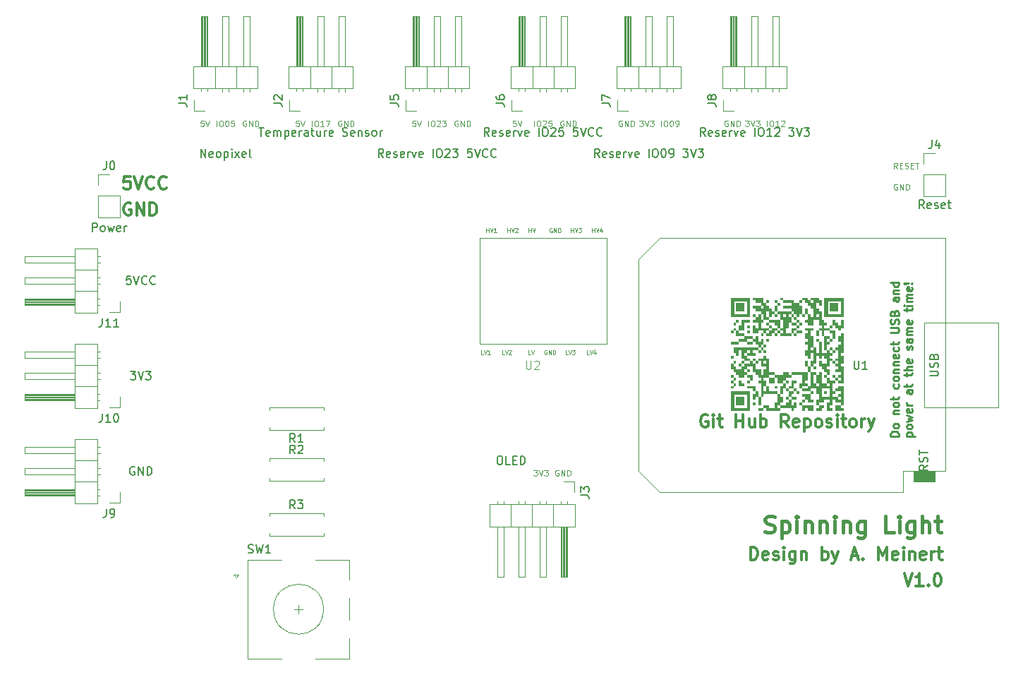
<source format=gbr>
%TF.GenerationSoftware,KiCad,Pcbnew,7.0.6*%
%TF.CreationDate,2025-02-04T21:06:21+01:00*%
%TF.ProjectId,PCB,5043422e-6b69-4636-9164-5f7063625858,rev?*%
%TF.SameCoordinates,Original*%
%TF.FileFunction,Legend,Top*%
%TF.FilePolarity,Positive*%
%FSLAX46Y46*%
G04 Gerber Fmt 4.6, Leading zero omitted, Abs format (unit mm)*
G04 Created by KiCad (PCBNEW 7.0.6) date 2025-02-04 21:06:21*
%MOMM*%
%LPD*%
G01*
G04 APERTURE LIST*
%ADD10C,0.250000*%
%ADD11C,0.300000*%
%ADD12C,0.000000*%
%ADD13C,0.100000*%
%ADD14C,0.400000*%
%ADD15C,0.150000*%
%ADD16C,0.120000*%
G04 APERTURE END LIST*
D10*
X203994619Y-106277431D02*
X202994619Y-106277431D01*
X202994619Y-106277431D02*
X202994619Y-106039336D01*
X202994619Y-106039336D02*
X203042238Y-105896479D01*
X203042238Y-105896479D02*
X203137476Y-105801241D01*
X203137476Y-105801241D02*
X203232714Y-105753622D01*
X203232714Y-105753622D02*
X203423190Y-105706003D01*
X203423190Y-105706003D02*
X203566047Y-105706003D01*
X203566047Y-105706003D02*
X203756523Y-105753622D01*
X203756523Y-105753622D02*
X203851761Y-105801241D01*
X203851761Y-105801241D02*
X203947000Y-105896479D01*
X203947000Y-105896479D02*
X203994619Y-106039336D01*
X203994619Y-106039336D02*
X203994619Y-106277431D01*
X203994619Y-105134574D02*
X203947000Y-105229812D01*
X203947000Y-105229812D02*
X203899380Y-105277431D01*
X203899380Y-105277431D02*
X203804142Y-105325050D01*
X203804142Y-105325050D02*
X203518428Y-105325050D01*
X203518428Y-105325050D02*
X203423190Y-105277431D01*
X203423190Y-105277431D02*
X203375571Y-105229812D01*
X203375571Y-105229812D02*
X203327952Y-105134574D01*
X203327952Y-105134574D02*
X203327952Y-104991717D01*
X203327952Y-104991717D02*
X203375571Y-104896479D01*
X203375571Y-104896479D02*
X203423190Y-104848860D01*
X203423190Y-104848860D02*
X203518428Y-104801241D01*
X203518428Y-104801241D02*
X203804142Y-104801241D01*
X203804142Y-104801241D02*
X203899380Y-104848860D01*
X203899380Y-104848860D02*
X203947000Y-104896479D01*
X203947000Y-104896479D02*
X203994619Y-104991717D01*
X203994619Y-104991717D02*
X203994619Y-105134574D01*
X203327952Y-103610764D02*
X203994619Y-103610764D01*
X203423190Y-103610764D02*
X203375571Y-103563145D01*
X203375571Y-103563145D02*
X203327952Y-103467907D01*
X203327952Y-103467907D02*
X203327952Y-103325050D01*
X203327952Y-103325050D02*
X203375571Y-103229812D01*
X203375571Y-103229812D02*
X203470809Y-103182193D01*
X203470809Y-103182193D02*
X203994619Y-103182193D01*
X203994619Y-102563145D02*
X203947000Y-102658383D01*
X203947000Y-102658383D02*
X203899380Y-102706002D01*
X203899380Y-102706002D02*
X203804142Y-102753621D01*
X203804142Y-102753621D02*
X203518428Y-102753621D01*
X203518428Y-102753621D02*
X203423190Y-102706002D01*
X203423190Y-102706002D02*
X203375571Y-102658383D01*
X203375571Y-102658383D02*
X203327952Y-102563145D01*
X203327952Y-102563145D02*
X203327952Y-102420288D01*
X203327952Y-102420288D02*
X203375571Y-102325050D01*
X203375571Y-102325050D02*
X203423190Y-102277431D01*
X203423190Y-102277431D02*
X203518428Y-102229812D01*
X203518428Y-102229812D02*
X203804142Y-102229812D01*
X203804142Y-102229812D02*
X203899380Y-102277431D01*
X203899380Y-102277431D02*
X203947000Y-102325050D01*
X203947000Y-102325050D02*
X203994619Y-102420288D01*
X203994619Y-102420288D02*
X203994619Y-102563145D01*
X203327952Y-101944097D02*
X203327952Y-101563145D01*
X202994619Y-101801240D02*
X203851761Y-101801240D01*
X203851761Y-101801240D02*
X203947000Y-101753621D01*
X203947000Y-101753621D02*
X203994619Y-101658383D01*
X203994619Y-101658383D02*
X203994619Y-101563145D01*
X203947000Y-100039335D02*
X203994619Y-100134573D01*
X203994619Y-100134573D02*
X203994619Y-100325049D01*
X203994619Y-100325049D02*
X203947000Y-100420287D01*
X203947000Y-100420287D02*
X203899380Y-100467906D01*
X203899380Y-100467906D02*
X203804142Y-100515525D01*
X203804142Y-100515525D02*
X203518428Y-100515525D01*
X203518428Y-100515525D02*
X203423190Y-100467906D01*
X203423190Y-100467906D02*
X203375571Y-100420287D01*
X203375571Y-100420287D02*
X203327952Y-100325049D01*
X203327952Y-100325049D02*
X203327952Y-100134573D01*
X203327952Y-100134573D02*
X203375571Y-100039335D01*
X203994619Y-99467906D02*
X203947000Y-99563144D01*
X203947000Y-99563144D02*
X203899380Y-99610763D01*
X203899380Y-99610763D02*
X203804142Y-99658382D01*
X203804142Y-99658382D02*
X203518428Y-99658382D01*
X203518428Y-99658382D02*
X203423190Y-99610763D01*
X203423190Y-99610763D02*
X203375571Y-99563144D01*
X203375571Y-99563144D02*
X203327952Y-99467906D01*
X203327952Y-99467906D02*
X203327952Y-99325049D01*
X203327952Y-99325049D02*
X203375571Y-99229811D01*
X203375571Y-99229811D02*
X203423190Y-99182192D01*
X203423190Y-99182192D02*
X203518428Y-99134573D01*
X203518428Y-99134573D02*
X203804142Y-99134573D01*
X203804142Y-99134573D02*
X203899380Y-99182192D01*
X203899380Y-99182192D02*
X203947000Y-99229811D01*
X203947000Y-99229811D02*
X203994619Y-99325049D01*
X203994619Y-99325049D02*
X203994619Y-99467906D01*
X203327952Y-98706001D02*
X203994619Y-98706001D01*
X203423190Y-98706001D02*
X203375571Y-98658382D01*
X203375571Y-98658382D02*
X203327952Y-98563144D01*
X203327952Y-98563144D02*
X203327952Y-98420287D01*
X203327952Y-98420287D02*
X203375571Y-98325049D01*
X203375571Y-98325049D02*
X203470809Y-98277430D01*
X203470809Y-98277430D02*
X203994619Y-98277430D01*
X203327952Y-97801239D02*
X203994619Y-97801239D01*
X203423190Y-97801239D02*
X203375571Y-97753620D01*
X203375571Y-97753620D02*
X203327952Y-97658382D01*
X203327952Y-97658382D02*
X203327952Y-97515525D01*
X203327952Y-97515525D02*
X203375571Y-97420287D01*
X203375571Y-97420287D02*
X203470809Y-97372668D01*
X203470809Y-97372668D02*
X203994619Y-97372668D01*
X203947000Y-96515525D02*
X203994619Y-96610763D01*
X203994619Y-96610763D02*
X203994619Y-96801239D01*
X203994619Y-96801239D02*
X203947000Y-96896477D01*
X203947000Y-96896477D02*
X203851761Y-96944096D01*
X203851761Y-96944096D02*
X203470809Y-96944096D01*
X203470809Y-96944096D02*
X203375571Y-96896477D01*
X203375571Y-96896477D02*
X203327952Y-96801239D01*
X203327952Y-96801239D02*
X203327952Y-96610763D01*
X203327952Y-96610763D02*
X203375571Y-96515525D01*
X203375571Y-96515525D02*
X203470809Y-96467906D01*
X203470809Y-96467906D02*
X203566047Y-96467906D01*
X203566047Y-96467906D02*
X203661285Y-96944096D01*
X203947000Y-95610763D02*
X203994619Y-95706001D01*
X203994619Y-95706001D02*
X203994619Y-95896477D01*
X203994619Y-95896477D02*
X203947000Y-95991715D01*
X203947000Y-95991715D02*
X203899380Y-96039334D01*
X203899380Y-96039334D02*
X203804142Y-96086953D01*
X203804142Y-96086953D02*
X203518428Y-96086953D01*
X203518428Y-96086953D02*
X203423190Y-96039334D01*
X203423190Y-96039334D02*
X203375571Y-95991715D01*
X203375571Y-95991715D02*
X203327952Y-95896477D01*
X203327952Y-95896477D02*
X203327952Y-95706001D01*
X203327952Y-95706001D02*
X203375571Y-95610763D01*
X203327952Y-95325048D02*
X203327952Y-94944096D01*
X202994619Y-95182191D02*
X203851761Y-95182191D01*
X203851761Y-95182191D02*
X203947000Y-95134572D01*
X203947000Y-95134572D02*
X203994619Y-95039334D01*
X203994619Y-95039334D02*
X203994619Y-94944096D01*
X202994619Y-93848857D02*
X203804142Y-93848857D01*
X203804142Y-93848857D02*
X203899380Y-93801238D01*
X203899380Y-93801238D02*
X203947000Y-93753619D01*
X203947000Y-93753619D02*
X203994619Y-93658381D01*
X203994619Y-93658381D02*
X203994619Y-93467905D01*
X203994619Y-93467905D02*
X203947000Y-93372667D01*
X203947000Y-93372667D02*
X203899380Y-93325048D01*
X203899380Y-93325048D02*
X203804142Y-93277429D01*
X203804142Y-93277429D02*
X202994619Y-93277429D01*
X203947000Y-92848857D02*
X203994619Y-92706000D01*
X203994619Y-92706000D02*
X203994619Y-92467905D01*
X203994619Y-92467905D02*
X203947000Y-92372667D01*
X203947000Y-92372667D02*
X203899380Y-92325048D01*
X203899380Y-92325048D02*
X203804142Y-92277429D01*
X203804142Y-92277429D02*
X203708904Y-92277429D01*
X203708904Y-92277429D02*
X203613666Y-92325048D01*
X203613666Y-92325048D02*
X203566047Y-92372667D01*
X203566047Y-92372667D02*
X203518428Y-92467905D01*
X203518428Y-92467905D02*
X203470809Y-92658381D01*
X203470809Y-92658381D02*
X203423190Y-92753619D01*
X203423190Y-92753619D02*
X203375571Y-92801238D01*
X203375571Y-92801238D02*
X203280333Y-92848857D01*
X203280333Y-92848857D02*
X203185095Y-92848857D01*
X203185095Y-92848857D02*
X203089857Y-92801238D01*
X203089857Y-92801238D02*
X203042238Y-92753619D01*
X203042238Y-92753619D02*
X202994619Y-92658381D01*
X202994619Y-92658381D02*
X202994619Y-92420286D01*
X202994619Y-92420286D02*
X203042238Y-92277429D01*
X203470809Y-91515524D02*
X203518428Y-91372667D01*
X203518428Y-91372667D02*
X203566047Y-91325048D01*
X203566047Y-91325048D02*
X203661285Y-91277429D01*
X203661285Y-91277429D02*
X203804142Y-91277429D01*
X203804142Y-91277429D02*
X203899380Y-91325048D01*
X203899380Y-91325048D02*
X203947000Y-91372667D01*
X203947000Y-91372667D02*
X203994619Y-91467905D01*
X203994619Y-91467905D02*
X203994619Y-91848857D01*
X203994619Y-91848857D02*
X202994619Y-91848857D01*
X202994619Y-91848857D02*
X202994619Y-91515524D01*
X202994619Y-91515524D02*
X203042238Y-91420286D01*
X203042238Y-91420286D02*
X203089857Y-91372667D01*
X203089857Y-91372667D02*
X203185095Y-91325048D01*
X203185095Y-91325048D02*
X203280333Y-91325048D01*
X203280333Y-91325048D02*
X203375571Y-91372667D01*
X203375571Y-91372667D02*
X203423190Y-91420286D01*
X203423190Y-91420286D02*
X203470809Y-91515524D01*
X203470809Y-91515524D02*
X203470809Y-91848857D01*
X203994619Y-89658381D02*
X203470809Y-89658381D01*
X203470809Y-89658381D02*
X203375571Y-89706000D01*
X203375571Y-89706000D02*
X203327952Y-89801238D01*
X203327952Y-89801238D02*
X203327952Y-89991714D01*
X203327952Y-89991714D02*
X203375571Y-90086952D01*
X203947000Y-89658381D02*
X203994619Y-89753619D01*
X203994619Y-89753619D02*
X203994619Y-89991714D01*
X203994619Y-89991714D02*
X203947000Y-90086952D01*
X203947000Y-90086952D02*
X203851761Y-90134571D01*
X203851761Y-90134571D02*
X203756523Y-90134571D01*
X203756523Y-90134571D02*
X203661285Y-90086952D01*
X203661285Y-90086952D02*
X203613666Y-89991714D01*
X203613666Y-89991714D02*
X203613666Y-89753619D01*
X203613666Y-89753619D02*
X203566047Y-89658381D01*
X203327952Y-89182190D02*
X203994619Y-89182190D01*
X203423190Y-89182190D02*
X203375571Y-89134571D01*
X203375571Y-89134571D02*
X203327952Y-89039333D01*
X203327952Y-89039333D02*
X203327952Y-88896476D01*
X203327952Y-88896476D02*
X203375571Y-88801238D01*
X203375571Y-88801238D02*
X203470809Y-88753619D01*
X203470809Y-88753619D02*
X203994619Y-88753619D01*
X203994619Y-87848857D02*
X202994619Y-87848857D01*
X203947000Y-87848857D02*
X203994619Y-87944095D01*
X203994619Y-87944095D02*
X203994619Y-88134571D01*
X203994619Y-88134571D02*
X203947000Y-88229809D01*
X203947000Y-88229809D02*
X203899380Y-88277428D01*
X203899380Y-88277428D02*
X203804142Y-88325047D01*
X203804142Y-88325047D02*
X203518428Y-88325047D01*
X203518428Y-88325047D02*
X203423190Y-88277428D01*
X203423190Y-88277428D02*
X203375571Y-88229809D01*
X203375571Y-88229809D02*
X203327952Y-88134571D01*
X203327952Y-88134571D02*
X203327952Y-87944095D01*
X203327952Y-87944095D02*
X203375571Y-87848857D01*
X204937952Y-106277431D02*
X205937952Y-106277431D01*
X204985571Y-106277431D02*
X204937952Y-106182193D01*
X204937952Y-106182193D02*
X204937952Y-105991717D01*
X204937952Y-105991717D02*
X204985571Y-105896479D01*
X204985571Y-105896479D02*
X205033190Y-105848860D01*
X205033190Y-105848860D02*
X205128428Y-105801241D01*
X205128428Y-105801241D02*
X205414142Y-105801241D01*
X205414142Y-105801241D02*
X205509380Y-105848860D01*
X205509380Y-105848860D02*
X205557000Y-105896479D01*
X205557000Y-105896479D02*
X205604619Y-105991717D01*
X205604619Y-105991717D02*
X205604619Y-106182193D01*
X205604619Y-106182193D02*
X205557000Y-106277431D01*
X205604619Y-105229812D02*
X205557000Y-105325050D01*
X205557000Y-105325050D02*
X205509380Y-105372669D01*
X205509380Y-105372669D02*
X205414142Y-105420288D01*
X205414142Y-105420288D02*
X205128428Y-105420288D01*
X205128428Y-105420288D02*
X205033190Y-105372669D01*
X205033190Y-105372669D02*
X204985571Y-105325050D01*
X204985571Y-105325050D02*
X204937952Y-105229812D01*
X204937952Y-105229812D02*
X204937952Y-105086955D01*
X204937952Y-105086955D02*
X204985571Y-104991717D01*
X204985571Y-104991717D02*
X205033190Y-104944098D01*
X205033190Y-104944098D02*
X205128428Y-104896479D01*
X205128428Y-104896479D02*
X205414142Y-104896479D01*
X205414142Y-104896479D02*
X205509380Y-104944098D01*
X205509380Y-104944098D02*
X205557000Y-104991717D01*
X205557000Y-104991717D02*
X205604619Y-105086955D01*
X205604619Y-105086955D02*
X205604619Y-105229812D01*
X204937952Y-104563145D02*
X205604619Y-104372669D01*
X205604619Y-104372669D02*
X205128428Y-104182193D01*
X205128428Y-104182193D02*
X205604619Y-103991717D01*
X205604619Y-103991717D02*
X204937952Y-103801241D01*
X205557000Y-103039336D02*
X205604619Y-103134574D01*
X205604619Y-103134574D02*
X205604619Y-103325050D01*
X205604619Y-103325050D02*
X205557000Y-103420288D01*
X205557000Y-103420288D02*
X205461761Y-103467907D01*
X205461761Y-103467907D02*
X205080809Y-103467907D01*
X205080809Y-103467907D02*
X204985571Y-103420288D01*
X204985571Y-103420288D02*
X204937952Y-103325050D01*
X204937952Y-103325050D02*
X204937952Y-103134574D01*
X204937952Y-103134574D02*
X204985571Y-103039336D01*
X204985571Y-103039336D02*
X205080809Y-102991717D01*
X205080809Y-102991717D02*
X205176047Y-102991717D01*
X205176047Y-102991717D02*
X205271285Y-103467907D01*
X205604619Y-102563145D02*
X204937952Y-102563145D01*
X205128428Y-102563145D02*
X205033190Y-102515526D01*
X205033190Y-102515526D02*
X204985571Y-102467907D01*
X204985571Y-102467907D02*
X204937952Y-102372669D01*
X204937952Y-102372669D02*
X204937952Y-102277431D01*
X205604619Y-100753621D02*
X205080809Y-100753621D01*
X205080809Y-100753621D02*
X204985571Y-100801240D01*
X204985571Y-100801240D02*
X204937952Y-100896478D01*
X204937952Y-100896478D02*
X204937952Y-101086954D01*
X204937952Y-101086954D02*
X204985571Y-101182192D01*
X205557000Y-100753621D02*
X205604619Y-100848859D01*
X205604619Y-100848859D02*
X205604619Y-101086954D01*
X205604619Y-101086954D02*
X205557000Y-101182192D01*
X205557000Y-101182192D02*
X205461761Y-101229811D01*
X205461761Y-101229811D02*
X205366523Y-101229811D01*
X205366523Y-101229811D02*
X205271285Y-101182192D01*
X205271285Y-101182192D02*
X205223666Y-101086954D01*
X205223666Y-101086954D02*
X205223666Y-100848859D01*
X205223666Y-100848859D02*
X205176047Y-100753621D01*
X204937952Y-100420287D02*
X204937952Y-100039335D01*
X204604619Y-100277430D02*
X205461761Y-100277430D01*
X205461761Y-100277430D02*
X205557000Y-100229811D01*
X205557000Y-100229811D02*
X205604619Y-100134573D01*
X205604619Y-100134573D02*
X205604619Y-100039335D01*
X204937952Y-99086953D02*
X204937952Y-98706001D01*
X204604619Y-98944096D02*
X205461761Y-98944096D01*
X205461761Y-98944096D02*
X205557000Y-98896477D01*
X205557000Y-98896477D02*
X205604619Y-98801239D01*
X205604619Y-98801239D02*
X205604619Y-98706001D01*
X205604619Y-98372667D02*
X204604619Y-98372667D01*
X205604619Y-97944096D02*
X205080809Y-97944096D01*
X205080809Y-97944096D02*
X204985571Y-97991715D01*
X204985571Y-97991715D02*
X204937952Y-98086953D01*
X204937952Y-98086953D02*
X204937952Y-98229810D01*
X204937952Y-98229810D02*
X204985571Y-98325048D01*
X204985571Y-98325048D02*
X205033190Y-98372667D01*
X205557000Y-97086953D02*
X205604619Y-97182191D01*
X205604619Y-97182191D02*
X205604619Y-97372667D01*
X205604619Y-97372667D02*
X205557000Y-97467905D01*
X205557000Y-97467905D02*
X205461761Y-97515524D01*
X205461761Y-97515524D02*
X205080809Y-97515524D01*
X205080809Y-97515524D02*
X204985571Y-97467905D01*
X204985571Y-97467905D02*
X204937952Y-97372667D01*
X204937952Y-97372667D02*
X204937952Y-97182191D01*
X204937952Y-97182191D02*
X204985571Y-97086953D01*
X204985571Y-97086953D02*
X205080809Y-97039334D01*
X205080809Y-97039334D02*
X205176047Y-97039334D01*
X205176047Y-97039334D02*
X205271285Y-97515524D01*
X205557000Y-95896476D02*
X205604619Y-95801238D01*
X205604619Y-95801238D02*
X205604619Y-95610762D01*
X205604619Y-95610762D02*
X205557000Y-95515524D01*
X205557000Y-95515524D02*
X205461761Y-95467905D01*
X205461761Y-95467905D02*
X205414142Y-95467905D01*
X205414142Y-95467905D02*
X205318904Y-95515524D01*
X205318904Y-95515524D02*
X205271285Y-95610762D01*
X205271285Y-95610762D02*
X205271285Y-95753619D01*
X205271285Y-95753619D02*
X205223666Y-95848857D01*
X205223666Y-95848857D02*
X205128428Y-95896476D01*
X205128428Y-95896476D02*
X205080809Y-95896476D01*
X205080809Y-95896476D02*
X204985571Y-95848857D01*
X204985571Y-95848857D02*
X204937952Y-95753619D01*
X204937952Y-95753619D02*
X204937952Y-95610762D01*
X204937952Y-95610762D02*
X204985571Y-95515524D01*
X205604619Y-94610762D02*
X205080809Y-94610762D01*
X205080809Y-94610762D02*
X204985571Y-94658381D01*
X204985571Y-94658381D02*
X204937952Y-94753619D01*
X204937952Y-94753619D02*
X204937952Y-94944095D01*
X204937952Y-94944095D02*
X204985571Y-95039333D01*
X205557000Y-94610762D02*
X205604619Y-94706000D01*
X205604619Y-94706000D02*
X205604619Y-94944095D01*
X205604619Y-94944095D02*
X205557000Y-95039333D01*
X205557000Y-95039333D02*
X205461761Y-95086952D01*
X205461761Y-95086952D02*
X205366523Y-95086952D01*
X205366523Y-95086952D02*
X205271285Y-95039333D01*
X205271285Y-95039333D02*
X205223666Y-94944095D01*
X205223666Y-94944095D02*
X205223666Y-94706000D01*
X205223666Y-94706000D02*
X205176047Y-94610762D01*
X205604619Y-94134571D02*
X204937952Y-94134571D01*
X205033190Y-94134571D02*
X204985571Y-94086952D01*
X204985571Y-94086952D02*
X204937952Y-93991714D01*
X204937952Y-93991714D02*
X204937952Y-93848857D01*
X204937952Y-93848857D02*
X204985571Y-93753619D01*
X204985571Y-93753619D02*
X205080809Y-93706000D01*
X205080809Y-93706000D02*
X205604619Y-93706000D01*
X205080809Y-93706000D02*
X204985571Y-93658381D01*
X204985571Y-93658381D02*
X204937952Y-93563143D01*
X204937952Y-93563143D02*
X204937952Y-93420286D01*
X204937952Y-93420286D02*
X204985571Y-93325047D01*
X204985571Y-93325047D02*
X205080809Y-93277428D01*
X205080809Y-93277428D02*
X205604619Y-93277428D01*
X205557000Y-92420286D02*
X205604619Y-92515524D01*
X205604619Y-92515524D02*
X205604619Y-92706000D01*
X205604619Y-92706000D02*
X205557000Y-92801238D01*
X205557000Y-92801238D02*
X205461761Y-92848857D01*
X205461761Y-92848857D02*
X205080809Y-92848857D01*
X205080809Y-92848857D02*
X204985571Y-92801238D01*
X204985571Y-92801238D02*
X204937952Y-92706000D01*
X204937952Y-92706000D02*
X204937952Y-92515524D01*
X204937952Y-92515524D02*
X204985571Y-92420286D01*
X204985571Y-92420286D02*
X205080809Y-92372667D01*
X205080809Y-92372667D02*
X205176047Y-92372667D01*
X205176047Y-92372667D02*
X205271285Y-92848857D01*
X204937952Y-91325047D02*
X204937952Y-90944095D01*
X204604619Y-91182190D02*
X205461761Y-91182190D01*
X205461761Y-91182190D02*
X205557000Y-91134571D01*
X205557000Y-91134571D02*
X205604619Y-91039333D01*
X205604619Y-91039333D02*
X205604619Y-90944095D01*
X205604619Y-90610761D02*
X204937952Y-90610761D01*
X204604619Y-90610761D02*
X204652238Y-90658380D01*
X204652238Y-90658380D02*
X204699857Y-90610761D01*
X204699857Y-90610761D02*
X204652238Y-90563142D01*
X204652238Y-90563142D02*
X204604619Y-90610761D01*
X204604619Y-90610761D02*
X204699857Y-90610761D01*
X205604619Y-90134571D02*
X204937952Y-90134571D01*
X205033190Y-90134571D02*
X204985571Y-90086952D01*
X204985571Y-90086952D02*
X204937952Y-89991714D01*
X204937952Y-89991714D02*
X204937952Y-89848857D01*
X204937952Y-89848857D02*
X204985571Y-89753619D01*
X204985571Y-89753619D02*
X205080809Y-89706000D01*
X205080809Y-89706000D02*
X205604619Y-89706000D01*
X205080809Y-89706000D02*
X204985571Y-89658381D01*
X204985571Y-89658381D02*
X204937952Y-89563143D01*
X204937952Y-89563143D02*
X204937952Y-89420286D01*
X204937952Y-89420286D02*
X204985571Y-89325047D01*
X204985571Y-89325047D02*
X205080809Y-89277428D01*
X205080809Y-89277428D02*
X205604619Y-89277428D01*
X205557000Y-88420286D02*
X205604619Y-88515524D01*
X205604619Y-88515524D02*
X205604619Y-88706000D01*
X205604619Y-88706000D02*
X205557000Y-88801238D01*
X205557000Y-88801238D02*
X205461761Y-88848857D01*
X205461761Y-88848857D02*
X205080809Y-88848857D01*
X205080809Y-88848857D02*
X204985571Y-88801238D01*
X204985571Y-88801238D02*
X204937952Y-88706000D01*
X204937952Y-88706000D02*
X204937952Y-88515524D01*
X204937952Y-88515524D02*
X204985571Y-88420286D01*
X204985571Y-88420286D02*
X205080809Y-88372667D01*
X205080809Y-88372667D02*
X205176047Y-88372667D01*
X205176047Y-88372667D02*
X205271285Y-88848857D01*
X205509380Y-87944095D02*
X205557000Y-87896476D01*
X205557000Y-87896476D02*
X205604619Y-87944095D01*
X205604619Y-87944095D02*
X205557000Y-87991714D01*
X205557000Y-87991714D02*
X205509380Y-87944095D01*
X205509380Y-87944095D02*
X205604619Y-87944095D01*
X205223666Y-87944095D02*
X204652238Y-87991714D01*
X204652238Y-87991714D02*
X204604619Y-87944095D01*
X204604619Y-87944095D02*
X204652238Y-87896476D01*
X204652238Y-87896476D02*
X205223666Y-87944095D01*
X205223666Y-87944095D02*
X204604619Y-87944095D01*
D11*
X204638347Y-122760828D02*
X205138347Y-124260828D01*
X205138347Y-124260828D02*
X205638347Y-122760828D01*
X206924061Y-124260828D02*
X206066918Y-124260828D01*
X206495489Y-124260828D02*
X206495489Y-122760828D01*
X206495489Y-122760828D02*
X206352632Y-122975114D01*
X206352632Y-122975114D02*
X206209775Y-123117971D01*
X206209775Y-123117971D02*
X206066918Y-123189400D01*
X207566917Y-124117971D02*
X207638346Y-124189400D01*
X207638346Y-124189400D02*
X207566917Y-124260828D01*
X207566917Y-124260828D02*
X207495489Y-124189400D01*
X207495489Y-124189400D02*
X207566917Y-124117971D01*
X207566917Y-124117971D02*
X207566917Y-124260828D01*
X208566918Y-122760828D02*
X208709775Y-122760828D01*
X208709775Y-122760828D02*
X208852632Y-122832257D01*
X208852632Y-122832257D02*
X208924061Y-122903685D01*
X208924061Y-122903685D02*
X208995489Y-123046542D01*
X208995489Y-123046542D02*
X209066918Y-123332257D01*
X209066918Y-123332257D02*
X209066918Y-123689400D01*
X209066918Y-123689400D02*
X208995489Y-123975114D01*
X208995489Y-123975114D02*
X208924061Y-124117971D01*
X208924061Y-124117971D02*
X208852632Y-124189400D01*
X208852632Y-124189400D02*
X208709775Y-124260828D01*
X208709775Y-124260828D02*
X208566918Y-124260828D01*
X208566918Y-124260828D02*
X208424061Y-124189400D01*
X208424061Y-124189400D02*
X208352632Y-124117971D01*
X208352632Y-124117971D02*
X208281203Y-123975114D01*
X208281203Y-123975114D02*
X208209775Y-123689400D01*
X208209775Y-123689400D02*
X208209775Y-123332257D01*
X208209775Y-123332257D02*
X208281203Y-123046542D01*
X208281203Y-123046542D02*
X208352632Y-122903685D01*
X208352632Y-122903685D02*
X208424061Y-122832257D01*
X208424061Y-122832257D02*
X208566918Y-122760828D01*
X181045225Y-103782257D02*
X180902368Y-103710828D01*
X180902368Y-103710828D02*
X180688082Y-103710828D01*
X180688082Y-103710828D02*
X180473796Y-103782257D01*
X180473796Y-103782257D02*
X180330939Y-103925114D01*
X180330939Y-103925114D02*
X180259510Y-104067971D01*
X180259510Y-104067971D02*
X180188082Y-104353685D01*
X180188082Y-104353685D02*
X180188082Y-104567971D01*
X180188082Y-104567971D02*
X180259510Y-104853685D01*
X180259510Y-104853685D02*
X180330939Y-104996542D01*
X180330939Y-104996542D02*
X180473796Y-105139400D01*
X180473796Y-105139400D02*
X180688082Y-105210828D01*
X180688082Y-105210828D02*
X180830939Y-105210828D01*
X180830939Y-105210828D02*
X181045225Y-105139400D01*
X181045225Y-105139400D02*
X181116653Y-105067971D01*
X181116653Y-105067971D02*
X181116653Y-104567971D01*
X181116653Y-104567971D02*
X180830939Y-104567971D01*
X181759510Y-105210828D02*
X181759510Y-104210828D01*
X181759510Y-103710828D02*
X181688082Y-103782257D01*
X181688082Y-103782257D02*
X181759510Y-103853685D01*
X181759510Y-103853685D02*
X181830939Y-103782257D01*
X181830939Y-103782257D02*
X181759510Y-103710828D01*
X181759510Y-103710828D02*
X181759510Y-103853685D01*
X182259511Y-104210828D02*
X182830939Y-104210828D01*
X182473796Y-103710828D02*
X182473796Y-104996542D01*
X182473796Y-104996542D02*
X182545225Y-105139400D01*
X182545225Y-105139400D02*
X182688082Y-105210828D01*
X182688082Y-105210828D02*
X182830939Y-105210828D01*
X184473796Y-105210828D02*
X184473796Y-103710828D01*
X184473796Y-104425114D02*
X185330939Y-104425114D01*
X185330939Y-105210828D02*
X185330939Y-103710828D01*
X186688083Y-104210828D02*
X186688083Y-105210828D01*
X186045225Y-104210828D02*
X186045225Y-104996542D01*
X186045225Y-104996542D02*
X186116654Y-105139400D01*
X186116654Y-105139400D02*
X186259511Y-105210828D01*
X186259511Y-105210828D02*
X186473797Y-105210828D01*
X186473797Y-105210828D02*
X186616654Y-105139400D01*
X186616654Y-105139400D02*
X186688083Y-105067971D01*
X187402368Y-105210828D02*
X187402368Y-103710828D01*
X187402368Y-104282257D02*
X187545226Y-104210828D01*
X187545226Y-104210828D02*
X187830940Y-104210828D01*
X187830940Y-104210828D02*
X187973797Y-104282257D01*
X187973797Y-104282257D02*
X188045226Y-104353685D01*
X188045226Y-104353685D02*
X188116654Y-104496542D01*
X188116654Y-104496542D02*
X188116654Y-104925114D01*
X188116654Y-104925114D02*
X188045226Y-105067971D01*
X188045226Y-105067971D02*
X187973797Y-105139400D01*
X187973797Y-105139400D02*
X187830940Y-105210828D01*
X187830940Y-105210828D02*
X187545226Y-105210828D01*
X187545226Y-105210828D02*
X187402368Y-105139400D01*
X190759511Y-105210828D02*
X190259511Y-104496542D01*
X189902368Y-105210828D02*
X189902368Y-103710828D01*
X189902368Y-103710828D02*
X190473797Y-103710828D01*
X190473797Y-103710828D02*
X190616654Y-103782257D01*
X190616654Y-103782257D02*
X190688083Y-103853685D01*
X190688083Y-103853685D02*
X190759511Y-103996542D01*
X190759511Y-103996542D02*
X190759511Y-104210828D01*
X190759511Y-104210828D02*
X190688083Y-104353685D01*
X190688083Y-104353685D02*
X190616654Y-104425114D01*
X190616654Y-104425114D02*
X190473797Y-104496542D01*
X190473797Y-104496542D02*
X189902368Y-104496542D01*
X191973797Y-105139400D02*
X191830940Y-105210828D01*
X191830940Y-105210828D02*
X191545226Y-105210828D01*
X191545226Y-105210828D02*
X191402368Y-105139400D01*
X191402368Y-105139400D02*
X191330940Y-104996542D01*
X191330940Y-104996542D02*
X191330940Y-104425114D01*
X191330940Y-104425114D02*
X191402368Y-104282257D01*
X191402368Y-104282257D02*
X191545226Y-104210828D01*
X191545226Y-104210828D02*
X191830940Y-104210828D01*
X191830940Y-104210828D02*
X191973797Y-104282257D01*
X191973797Y-104282257D02*
X192045226Y-104425114D01*
X192045226Y-104425114D02*
X192045226Y-104567971D01*
X192045226Y-104567971D02*
X191330940Y-104710828D01*
X192688082Y-104210828D02*
X192688082Y-105710828D01*
X192688082Y-104282257D02*
X192830940Y-104210828D01*
X192830940Y-104210828D02*
X193116654Y-104210828D01*
X193116654Y-104210828D02*
X193259511Y-104282257D01*
X193259511Y-104282257D02*
X193330940Y-104353685D01*
X193330940Y-104353685D02*
X193402368Y-104496542D01*
X193402368Y-104496542D02*
X193402368Y-104925114D01*
X193402368Y-104925114D02*
X193330940Y-105067971D01*
X193330940Y-105067971D02*
X193259511Y-105139400D01*
X193259511Y-105139400D02*
X193116654Y-105210828D01*
X193116654Y-105210828D02*
X192830940Y-105210828D01*
X192830940Y-105210828D02*
X192688082Y-105139400D01*
X194259511Y-105210828D02*
X194116654Y-105139400D01*
X194116654Y-105139400D02*
X194045225Y-105067971D01*
X194045225Y-105067971D02*
X193973797Y-104925114D01*
X193973797Y-104925114D02*
X193973797Y-104496542D01*
X193973797Y-104496542D02*
X194045225Y-104353685D01*
X194045225Y-104353685D02*
X194116654Y-104282257D01*
X194116654Y-104282257D02*
X194259511Y-104210828D01*
X194259511Y-104210828D02*
X194473797Y-104210828D01*
X194473797Y-104210828D02*
X194616654Y-104282257D01*
X194616654Y-104282257D02*
X194688083Y-104353685D01*
X194688083Y-104353685D02*
X194759511Y-104496542D01*
X194759511Y-104496542D02*
X194759511Y-104925114D01*
X194759511Y-104925114D02*
X194688083Y-105067971D01*
X194688083Y-105067971D02*
X194616654Y-105139400D01*
X194616654Y-105139400D02*
X194473797Y-105210828D01*
X194473797Y-105210828D02*
X194259511Y-105210828D01*
X195330940Y-105139400D02*
X195473797Y-105210828D01*
X195473797Y-105210828D02*
X195759511Y-105210828D01*
X195759511Y-105210828D02*
X195902368Y-105139400D01*
X195902368Y-105139400D02*
X195973797Y-104996542D01*
X195973797Y-104996542D02*
X195973797Y-104925114D01*
X195973797Y-104925114D02*
X195902368Y-104782257D01*
X195902368Y-104782257D02*
X195759511Y-104710828D01*
X195759511Y-104710828D02*
X195545226Y-104710828D01*
X195545226Y-104710828D02*
X195402368Y-104639400D01*
X195402368Y-104639400D02*
X195330940Y-104496542D01*
X195330940Y-104496542D02*
X195330940Y-104425114D01*
X195330940Y-104425114D02*
X195402368Y-104282257D01*
X195402368Y-104282257D02*
X195545226Y-104210828D01*
X195545226Y-104210828D02*
X195759511Y-104210828D01*
X195759511Y-104210828D02*
X195902368Y-104282257D01*
X196616654Y-105210828D02*
X196616654Y-104210828D01*
X196616654Y-103710828D02*
X196545226Y-103782257D01*
X196545226Y-103782257D02*
X196616654Y-103853685D01*
X196616654Y-103853685D02*
X196688083Y-103782257D01*
X196688083Y-103782257D02*
X196616654Y-103710828D01*
X196616654Y-103710828D02*
X196616654Y-103853685D01*
X197116655Y-104210828D02*
X197688083Y-104210828D01*
X197330940Y-103710828D02*
X197330940Y-104996542D01*
X197330940Y-104996542D02*
X197402369Y-105139400D01*
X197402369Y-105139400D02*
X197545226Y-105210828D01*
X197545226Y-105210828D02*
X197688083Y-105210828D01*
X198402369Y-105210828D02*
X198259512Y-105139400D01*
X198259512Y-105139400D02*
X198188083Y-105067971D01*
X198188083Y-105067971D02*
X198116655Y-104925114D01*
X198116655Y-104925114D02*
X198116655Y-104496542D01*
X198116655Y-104496542D02*
X198188083Y-104353685D01*
X198188083Y-104353685D02*
X198259512Y-104282257D01*
X198259512Y-104282257D02*
X198402369Y-104210828D01*
X198402369Y-104210828D02*
X198616655Y-104210828D01*
X198616655Y-104210828D02*
X198759512Y-104282257D01*
X198759512Y-104282257D02*
X198830941Y-104353685D01*
X198830941Y-104353685D02*
X198902369Y-104496542D01*
X198902369Y-104496542D02*
X198902369Y-104925114D01*
X198902369Y-104925114D02*
X198830941Y-105067971D01*
X198830941Y-105067971D02*
X198759512Y-105139400D01*
X198759512Y-105139400D02*
X198616655Y-105210828D01*
X198616655Y-105210828D02*
X198402369Y-105210828D01*
X199545226Y-105210828D02*
X199545226Y-104210828D01*
X199545226Y-104496542D02*
X199616655Y-104353685D01*
X199616655Y-104353685D02*
X199688084Y-104282257D01*
X199688084Y-104282257D02*
X199830941Y-104210828D01*
X199830941Y-104210828D02*
X199973798Y-104210828D01*
X200330940Y-104210828D02*
X200688083Y-105210828D01*
X201045226Y-104210828D02*
X200688083Y-105210828D01*
X200688083Y-105210828D02*
X200545226Y-105567971D01*
X200545226Y-105567971D02*
X200473797Y-105639400D01*
X200473797Y-105639400D02*
X200330940Y-105710828D01*
D12*
G36*
X185472917Y-102578958D02*
G01*
X184480730Y-102578958D01*
X184480730Y-101586771D01*
X185472917Y-101586771D01*
X185472917Y-102578958D01*
G37*
G36*
X196717708Y-91334167D02*
G01*
X195725521Y-91334167D01*
X195725521Y-90341980D01*
X196717708Y-90341980D01*
X196717708Y-91334167D01*
G37*
G36*
X185472917Y-91334167D02*
G01*
X184480730Y-91334167D01*
X184480730Y-90341980D01*
X185472917Y-90341980D01*
X185472917Y-91334167D01*
G37*
G36*
X186134375Y-103240416D02*
G01*
X183819271Y-103240416D01*
X183819271Y-101272578D01*
X184166537Y-101272578D01*
X184166537Y-102893151D01*
X185787110Y-102893151D01*
X185787110Y-101272578D01*
X184166537Y-101272578D01*
X183819271Y-101272578D01*
X183819271Y-100925312D01*
X186134375Y-100925312D01*
X186134375Y-103240416D01*
G37*
G36*
X197379166Y-91995625D02*
G01*
X195064062Y-91995625D01*
X195064062Y-90027787D01*
X195411328Y-90027787D01*
X195411328Y-91648360D01*
X197031901Y-91648360D01*
X197031901Y-90027787D01*
X195411328Y-90027787D01*
X195064062Y-90027787D01*
X195064062Y-89680521D01*
X197379166Y-89680521D01*
X197379166Y-91995625D01*
G37*
X184166537Y-102893151D02*
X184166537Y-101272578D01*
X185787110Y-102893151D02*
X184166537Y-102893151D01*
X185787110Y-101272578D02*
X185787110Y-102893151D01*
X184166537Y-101272578D02*
X185787110Y-101272578D01*
G36*
X186134375Y-91995625D02*
G01*
X183819271Y-91995625D01*
X183819271Y-90027787D01*
X184166537Y-90027787D01*
X184166537Y-91648360D01*
X185787110Y-91648360D01*
X185787110Y-90027787D01*
X184166537Y-90027787D01*
X183819271Y-90027787D01*
X183819271Y-89680521D01*
X186134375Y-89680521D01*
X186134375Y-91995625D01*
G37*
X195411328Y-91648360D02*
X195411328Y-90027787D01*
X197031901Y-91648360D02*
X195411328Y-91648360D01*
X197031901Y-90027787D02*
X197031901Y-91648360D01*
X195411328Y-90027787D02*
X197031901Y-90027787D01*
G36*
X197379166Y-103240416D02*
G01*
X197048438Y-103240416D01*
X197048438Y-102909688D01*
X197379166Y-102909688D01*
X197379166Y-103240416D01*
G37*
X184166537Y-91648360D02*
X184166537Y-90027787D01*
X185787110Y-91648360D02*
X184166537Y-91648360D01*
X185787110Y-90027787D02*
X185787110Y-91648360D01*
X184166537Y-90027787D02*
X185787110Y-90027787D01*
G36*
X197048438Y-103240416D02*
G01*
X196717708Y-103240416D01*
X196717708Y-102909688D01*
X197048438Y-102909688D01*
X197048438Y-103240416D01*
G37*
G36*
X196717708Y-103240416D02*
G01*
X196386979Y-103240416D01*
X196386979Y-102909688D01*
X196717708Y-102909688D01*
X196717708Y-103240416D01*
G37*
G36*
X196056251Y-103240416D02*
G01*
X195725521Y-103240416D01*
X195725521Y-102909688D01*
X196056251Y-102909688D01*
X196056251Y-103240416D01*
G37*
G36*
X195725521Y-103240416D02*
G01*
X195394791Y-103240416D01*
X195394791Y-102909688D01*
X195725521Y-102909688D01*
X195725521Y-103240416D01*
G37*
G36*
X194733333Y-103240416D02*
G01*
X194402604Y-103240416D01*
X194402604Y-102909688D01*
X194733333Y-102909688D01*
X194733333Y-103240416D01*
G37*
G36*
X194402604Y-103240416D02*
G01*
X194071875Y-103240416D01*
X194071875Y-102909688D01*
X194402604Y-102909688D01*
X194402604Y-103240416D01*
G37*
G36*
X193741146Y-103240416D02*
G01*
X193410417Y-103240416D01*
X193410417Y-102909688D01*
X193741146Y-102909688D01*
X193741146Y-103240416D01*
G37*
G36*
X193410417Y-103240416D02*
G01*
X193079687Y-103240416D01*
X193079687Y-102909688D01*
X193410417Y-102909688D01*
X193410417Y-103240416D01*
G37*
G36*
X192748958Y-103240416D02*
G01*
X192418229Y-103240416D01*
X192418229Y-102909688D01*
X192748958Y-102909688D01*
X192748958Y-103240416D01*
G37*
G36*
X191426042Y-103240416D02*
G01*
X191095312Y-103240416D01*
X191095312Y-102909688D01*
X191426042Y-102909688D01*
X191426042Y-103240416D01*
G37*
G36*
X189772396Y-103240416D02*
G01*
X189441667Y-103240416D01*
X189441667Y-102909688D01*
X189772396Y-102909688D01*
X189772396Y-103240416D01*
G37*
G36*
X189441667Y-103240416D02*
G01*
X189110938Y-103240416D01*
X189110938Y-102909688D01*
X189441667Y-102909688D01*
X189441667Y-103240416D01*
G37*
G36*
X189110938Y-103240416D02*
G01*
X188780209Y-103240416D01*
X188780209Y-102909688D01*
X189110938Y-102909688D01*
X189110938Y-103240416D01*
G37*
G36*
X188780209Y-103240416D02*
G01*
X188449479Y-103240416D01*
X188449479Y-102909688D01*
X188780209Y-102909688D01*
X188780209Y-103240416D01*
G37*
G36*
X188449479Y-103240416D02*
G01*
X188118750Y-103240416D01*
X188118750Y-102909688D01*
X188449479Y-102909688D01*
X188449479Y-103240416D01*
G37*
G36*
X187788021Y-103240416D02*
G01*
X187457292Y-103240416D01*
X187457292Y-102909688D01*
X187788021Y-102909688D01*
X187788021Y-103240416D01*
G37*
G36*
X187457292Y-103240416D02*
G01*
X187126563Y-103240416D01*
X187126563Y-102909688D01*
X187457292Y-102909688D01*
X187457292Y-103240416D01*
G37*
G36*
X197048438Y-102909688D02*
G01*
X196717708Y-102909688D01*
X196717708Y-102578958D01*
X197048438Y-102578958D01*
X197048438Y-102909688D01*
G37*
G36*
X196717708Y-102909688D02*
G01*
X196386979Y-102909688D01*
X196386979Y-102578958D01*
X196717708Y-102578958D01*
X196717708Y-102909688D01*
G37*
G36*
X195725521Y-102909688D02*
G01*
X195394791Y-102909688D01*
X195394791Y-102578958D01*
X195725521Y-102578958D01*
X195725521Y-102909688D01*
G37*
G36*
X195064062Y-102909688D02*
G01*
X194733333Y-102909688D01*
X194733333Y-102578958D01*
X195064062Y-102578958D01*
X195064062Y-102909688D01*
G37*
G36*
X194733333Y-102909688D02*
G01*
X194402604Y-102909688D01*
X194402604Y-102578958D01*
X194733333Y-102578958D01*
X194733333Y-102909688D01*
G37*
G36*
X193741146Y-102909688D02*
G01*
X193410417Y-102909688D01*
X193410417Y-102578958D01*
X193741146Y-102578958D01*
X193741146Y-102909688D01*
G37*
G36*
X193410417Y-102909688D02*
G01*
X193079687Y-102909688D01*
X193079687Y-102578958D01*
X193410417Y-102578958D01*
X193410417Y-102909688D01*
G37*
G36*
X193079687Y-102909688D02*
G01*
X192748958Y-102909688D01*
X192748958Y-102578958D01*
X193079687Y-102578958D01*
X193079687Y-102909688D01*
G37*
G36*
X192748958Y-102909688D02*
G01*
X192418229Y-102909688D01*
X192418229Y-102578958D01*
X192748958Y-102578958D01*
X192748958Y-102909688D01*
G37*
G36*
X191756771Y-102909688D02*
G01*
X191426042Y-102909688D01*
X191426042Y-102578958D01*
X191756771Y-102578958D01*
X191756771Y-102909688D01*
G37*
G36*
X191426042Y-102909688D02*
G01*
X191095312Y-102909688D01*
X191095312Y-102578958D01*
X191426042Y-102578958D01*
X191426042Y-102909688D01*
G37*
G36*
X191095312Y-102909688D02*
G01*
X190764583Y-102909688D01*
X190764583Y-102578958D01*
X191095312Y-102578958D01*
X191095312Y-102909688D01*
G37*
G36*
X190764583Y-102909688D02*
G01*
X190433854Y-102909688D01*
X190433854Y-102578958D01*
X190764583Y-102578958D01*
X190764583Y-102909688D01*
G37*
G36*
X190433854Y-102909688D02*
G01*
X190103126Y-102909688D01*
X190103126Y-102578958D01*
X190433854Y-102578958D01*
X190433854Y-102909688D01*
G37*
G36*
X190103126Y-102909688D02*
G01*
X189772396Y-102909688D01*
X189772396Y-102578958D01*
X190103126Y-102578958D01*
X190103126Y-102909688D01*
G37*
G36*
X189441667Y-102909688D02*
G01*
X189110938Y-102909688D01*
X189110938Y-102578958D01*
X189441667Y-102578958D01*
X189441667Y-102909688D01*
G37*
G36*
X188449479Y-102909688D02*
G01*
X188118750Y-102909688D01*
X188118750Y-102578958D01*
X188449479Y-102578958D01*
X188449479Y-102909688D01*
G37*
G36*
X188118750Y-102909688D02*
G01*
X187788021Y-102909688D01*
X187788021Y-102578958D01*
X188118750Y-102578958D01*
X188118750Y-102909688D01*
G37*
G36*
X197379166Y-102578958D02*
G01*
X197048438Y-102578958D01*
X197048438Y-102248229D01*
X197379166Y-102248229D01*
X197379166Y-102578958D01*
G37*
G36*
X196056251Y-102578958D02*
G01*
X195725521Y-102578958D01*
X195725521Y-102248229D01*
X196056251Y-102248229D01*
X196056251Y-102578958D01*
G37*
G36*
X195725521Y-102578958D02*
G01*
X195394791Y-102578958D01*
X195394791Y-102248229D01*
X195725521Y-102248229D01*
X195725521Y-102578958D01*
G37*
G36*
X194402604Y-102578958D02*
G01*
X194071875Y-102578958D01*
X194071875Y-102248229D01*
X194402604Y-102248229D01*
X194402604Y-102578958D01*
G37*
G36*
X192418229Y-102578958D02*
G01*
X192087500Y-102578958D01*
X192087500Y-102248229D01*
X192418229Y-102248229D01*
X192418229Y-102578958D01*
G37*
G36*
X191756771Y-102578958D02*
G01*
X191426042Y-102578958D01*
X191426042Y-102248229D01*
X191756771Y-102248229D01*
X191756771Y-102578958D01*
G37*
G36*
X191095312Y-102578958D02*
G01*
X190764583Y-102578958D01*
X190764583Y-102248229D01*
X191095312Y-102248229D01*
X191095312Y-102578958D01*
G37*
G36*
X190764583Y-102578958D02*
G01*
X190433854Y-102578958D01*
X190433854Y-102248229D01*
X190764583Y-102248229D01*
X190764583Y-102578958D01*
G37*
G36*
X189772396Y-102578958D02*
G01*
X189441667Y-102578958D01*
X189441667Y-102248229D01*
X189772396Y-102248229D01*
X189772396Y-102578958D01*
G37*
G36*
X189441667Y-102578958D02*
G01*
X189110938Y-102578958D01*
X189110938Y-102248229D01*
X189441667Y-102248229D01*
X189441667Y-102578958D01*
G37*
G36*
X187457292Y-102578958D02*
G01*
X187126563Y-102578958D01*
X187126563Y-102248229D01*
X187457292Y-102248229D01*
X187457292Y-102578958D01*
G37*
G36*
X186795834Y-102578958D02*
G01*
X186465104Y-102578958D01*
X186465104Y-102248229D01*
X186795834Y-102248229D01*
X186795834Y-102578958D01*
G37*
G36*
X197379166Y-102248229D02*
G01*
X197048438Y-102248229D01*
X197048438Y-101917501D01*
X197379166Y-101917501D01*
X197379166Y-102248229D01*
G37*
G36*
X197048438Y-102248229D02*
G01*
X196717708Y-102248229D01*
X196717708Y-101917501D01*
X197048438Y-101917501D01*
X197048438Y-102248229D01*
G37*
G36*
X196717708Y-102248229D02*
G01*
X196386979Y-102248229D01*
X196386979Y-101917501D01*
X196717708Y-101917501D01*
X196717708Y-102248229D01*
G37*
G36*
X196056251Y-102248229D02*
G01*
X195725521Y-102248229D01*
X195725521Y-101917501D01*
X196056251Y-101917501D01*
X196056251Y-102248229D01*
G37*
G36*
X195064062Y-102248229D02*
G01*
X194733333Y-102248229D01*
X194733333Y-101917501D01*
X195064062Y-101917501D01*
X195064062Y-102248229D01*
G37*
G36*
X194733333Y-102248229D02*
G01*
X194402604Y-102248229D01*
X194402604Y-101917501D01*
X194733333Y-101917501D01*
X194733333Y-102248229D01*
G37*
G36*
X194402604Y-102248229D02*
G01*
X194071875Y-102248229D01*
X194071875Y-101917501D01*
X194402604Y-101917501D01*
X194402604Y-102248229D01*
G37*
G36*
X193741146Y-102248229D02*
G01*
X193410417Y-102248229D01*
X193410417Y-101917501D01*
X193741146Y-101917501D01*
X193741146Y-102248229D01*
G37*
G36*
X193410417Y-102248229D02*
G01*
X193079687Y-102248229D01*
X193079687Y-101917501D01*
X193410417Y-101917501D01*
X193410417Y-102248229D01*
G37*
G36*
X192748958Y-102248229D02*
G01*
X192418229Y-102248229D01*
X192418229Y-101917501D01*
X192748958Y-101917501D01*
X192748958Y-102248229D01*
G37*
G36*
X191095312Y-102248229D02*
G01*
X190764583Y-102248229D01*
X190764583Y-101917501D01*
X191095312Y-101917501D01*
X191095312Y-102248229D01*
G37*
G36*
X190103126Y-102248229D02*
G01*
X189772396Y-102248229D01*
X189772396Y-101917501D01*
X190103126Y-101917501D01*
X190103126Y-102248229D01*
G37*
G36*
X189772396Y-102248229D02*
G01*
X189441667Y-102248229D01*
X189441667Y-101917501D01*
X189772396Y-101917501D01*
X189772396Y-102248229D01*
G37*
G36*
X187457292Y-102248229D02*
G01*
X187126563Y-102248229D01*
X187126563Y-101917501D01*
X187457292Y-101917501D01*
X187457292Y-102248229D01*
G37*
G36*
X197379166Y-101917501D02*
G01*
X197048438Y-101917501D01*
X197048438Y-101586771D01*
X197379166Y-101586771D01*
X197379166Y-101917501D01*
G37*
G36*
X196717708Y-101917501D02*
G01*
X196386979Y-101917501D01*
X196386979Y-101586771D01*
X196717708Y-101586771D01*
X196717708Y-101917501D01*
G37*
G36*
X196386979Y-101917501D02*
G01*
X196056251Y-101917501D01*
X196056251Y-101586771D01*
X196386979Y-101586771D01*
X196386979Y-101917501D01*
G37*
G36*
X196056251Y-101917501D02*
G01*
X195725521Y-101917501D01*
X195725521Y-101586771D01*
X196056251Y-101586771D01*
X196056251Y-101917501D01*
G37*
G36*
X195725521Y-101917501D02*
G01*
X195394791Y-101917501D01*
X195394791Y-101586771D01*
X195725521Y-101586771D01*
X195725521Y-101917501D01*
G37*
G36*
X195394791Y-101917501D02*
G01*
X195064062Y-101917501D01*
X195064062Y-101586771D01*
X195394791Y-101586771D01*
X195394791Y-101917501D01*
G37*
G36*
X195064062Y-101917501D02*
G01*
X194733333Y-101917501D01*
X194733333Y-101586771D01*
X195064062Y-101586771D01*
X195064062Y-101917501D01*
G37*
G36*
X194733333Y-101917501D02*
G01*
X194402604Y-101917501D01*
X194402604Y-101586771D01*
X194733333Y-101586771D01*
X194733333Y-101917501D01*
G37*
G36*
X193410417Y-101917501D02*
G01*
X193079687Y-101917501D01*
X193079687Y-101586771D01*
X193410417Y-101586771D01*
X193410417Y-101917501D01*
G37*
G36*
X193079687Y-101917501D02*
G01*
X192748958Y-101917501D01*
X192748958Y-101586771D01*
X193079687Y-101586771D01*
X193079687Y-101917501D01*
G37*
G36*
X191756771Y-101917501D02*
G01*
X191426042Y-101917501D01*
X191426042Y-101586771D01*
X191756771Y-101586771D01*
X191756771Y-101917501D01*
G37*
G36*
X191426042Y-101917501D02*
G01*
X191095312Y-101917501D01*
X191095312Y-101586771D01*
X191426042Y-101586771D01*
X191426042Y-101917501D01*
G37*
G36*
X190764583Y-101917501D02*
G01*
X190433854Y-101917501D01*
X190433854Y-101586771D01*
X190764583Y-101586771D01*
X190764583Y-101917501D01*
G37*
G36*
X190103126Y-101917501D02*
G01*
X189772396Y-101917501D01*
X189772396Y-101586771D01*
X190103126Y-101586771D01*
X190103126Y-101917501D01*
G37*
G36*
X189772396Y-101917501D02*
G01*
X189441667Y-101917501D01*
X189441667Y-101586771D01*
X189772396Y-101586771D01*
X189772396Y-101917501D01*
G37*
G36*
X187457292Y-101917501D02*
G01*
X187126563Y-101917501D01*
X187126563Y-101586771D01*
X187457292Y-101586771D01*
X187457292Y-101917501D01*
G37*
G36*
X186795834Y-101917501D02*
G01*
X186465104Y-101917501D01*
X186465104Y-101586771D01*
X186795834Y-101586771D01*
X186795834Y-101917501D01*
G37*
G36*
X197379166Y-101586771D02*
G01*
X197048438Y-101586771D01*
X197048438Y-101256041D01*
X197379166Y-101256041D01*
X197379166Y-101586771D01*
G37*
G36*
X197048438Y-101586771D02*
G01*
X196717708Y-101586771D01*
X196717708Y-101256041D01*
X197048438Y-101256041D01*
X197048438Y-101586771D01*
G37*
G36*
X196056251Y-101586771D02*
G01*
X195725521Y-101586771D01*
X195725521Y-101256041D01*
X196056251Y-101256041D01*
X196056251Y-101586771D01*
G37*
G36*
X194733333Y-101586771D02*
G01*
X194402604Y-101586771D01*
X194402604Y-101256041D01*
X194733333Y-101256041D01*
X194733333Y-101586771D01*
G37*
G36*
X193410417Y-101586771D02*
G01*
X193079687Y-101586771D01*
X193079687Y-101256041D01*
X193410417Y-101256041D01*
X193410417Y-101586771D01*
G37*
G36*
X193079687Y-101586771D02*
G01*
X192748958Y-101586771D01*
X192748958Y-101256041D01*
X193079687Y-101256041D01*
X193079687Y-101586771D01*
G37*
G36*
X192748958Y-101586771D02*
G01*
X192418229Y-101586771D01*
X192418229Y-101256041D01*
X192748958Y-101256041D01*
X192748958Y-101586771D01*
G37*
G36*
X191095312Y-101586771D02*
G01*
X190764583Y-101586771D01*
X190764583Y-101256041D01*
X191095312Y-101256041D01*
X191095312Y-101586771D01*
G37*
G36*
X189772396Y-101586771D02*
G01*
X189441667Y-101586771D01*
X189441667Y-101256041D01*
X189772396Y-101256041D01*
X189772396Y-101586771D01*
G37*
G36*
X187788021Y-101586771D02*
G01*
X187457292Y-101586771D01*
X187457292Y-101256041D01*
X187788021Y-101256041D01*
X187788021Y-101586771D01*
G37*
G36*
X187126563Y-101586771D02*
G01*
X186795834Y-101586771D01*
X186795834Y-101256041D01*
X187126563Y-101256041D01*
X187126563Y-101586771D01*
G37*
G36*
X186795834Y-101586771D02*
G01*
X186465104Y-101586771D01*
X186465104Y-101256041D01*
X186795834Y-101256041D01*
X186795834Y-101586771D01*
G37*
G36*
X197379166Y-101256041D02*
G01*
X197048438Y-101256041D01*
X197048438Y-100925312D01*
X197379166Y-100925312D01*
X197379166Y-101256041D01*
G37*
G36*
X196386979Y-101256041D02*
G01*
X196056251Y-101256041D01*
X196056251Y-100925312D01*
X196386979Y-100925312D01*
X196386979Y-101256041D01*
G37*
G36*
X196056251Y-101256041D02*
G01*
X195725521Y-101256041D01*
X195725521Y-100925312D01*
X196056251Y-100925312D01*
X196056251Y-101256041D01*
G37*
G36*
X195394791Y-101256041D02*
G01*
X195064062Y-101256041D01*
X195064062Y-100925312D01*
X195394791Y-100925312D01*
X195394791Y-101256041D01*
G37*
G36*
X194733333Y-101256041D02*
G01*
X194402604Y-101256041D01*
X194402604Y-100925312D01*
X194733333Y-100925312D01*
X194733333Y-101256041D01*
G37*
G36*
X194402604Y-101256041D02*
G01*
X194071875Y-101256041D01*
X194071875Y-100925312D01*
X194402604Y-100925312D01*
X194402604Y-101256041D01*
G37*
G36*
X193741146Y-101256041D02*
G01*
X193410417Y-101256041D01*
X193410417Y-100925312D01*
X193741146Y-100925312D01*
X193741146Y-101256041D01*
G37*
G36*
X192087500Y-101256041D02*
G01*
X191756771Y-101256041D01*
X191756771Y-100925312D01*
X192087500Y-100925312D01*
X192087500Y-101256041D01*
G37*
G36*
X191426042Y-101256041D02*
G01*
X191095312Y-101256041D01*
X191095312Y-100925312D01*
X191426042Y-100925312D01*
X191426042Y-101256041D01*
G37*
G36*
X191095312Y-101256041D02*
G01*
X190764583Y-101256041D01*
X190764583Y-100925312D01*
X191095312Y-100925312D01*
X191095312Y-101256041D01*
G37*
G36*
X190103126Y-101256041D02*
G01*
X189772396Y-101256041D01*
X189772396Y-100925312D01*
X190103126Y-100925312D01*
X190103126Y-101256041D01*
G37*
G36*
X189441667Y-101256041D02*
G01*
X189110938Y-101256041D01*
X189110938Y-100925312D01*
X189441667Y-100925312D01*
X189441667Y-101256041D01*
G37*
G36*
X189110938Y-101256041D02*
G01*
X188780209Y-101256041D01*
X188780209Y-100925312D01*
X189110938Y-100925312D01*
X189110938Y-101256041D01*
G37*
G36*
X188780209Y-101256041D02*
G01*
X188449479Y-101256041D01*
X188449479Y-100925312D01*
X188780209Y-100925312D01*
X188780209Y-101256041D01*
G37*
G36*
X188449479Y-101256041D02*
G01*
X188118750Y-101256041D01*
X188118750Y-100925312D01*
X188449479Y-100925312D01*
X188449479Y-101256041D01*
G37*
G36*
X188118750Y-101256041D02*
G01*
X187788021Y-101256041D01*
X187788021Y-100925312D01*
X188118750Y-100925312D01*
X188118750Y-101256041D01*
G37*
G36*
X187788021Y-101256041D02*
G01*
X187457292Y-101256041D01*
X187457292Y-100925312D01*
X187788021Y-100925312D01*
X187788021Y-101256041D01*
G37*
G36*
X187126563Y-101256041D02*
G01*
X186795834Y-101256041D01*
X186795834Y-100925312D01*
X187126563Y-100925312D01*
X187126563Y-101256041D01*
G37*
G36*
X197379166Y-100925312D02*
G01*
X197048438Y-100925312D01*
X197048438Y-100594583D01*
X197379166Y-100594583D01*
X197379166Y-100925312D01*
G37*
G36*
X197048438Y-100925312D02*
G01*
X196717708Y-100925312D01*
X196717708Y-100594583D01*
X197048438Y-100594583D01*
X197048438Y-100925312D01*
G37*
G36*
X196717708Y-100925312D02*
G01*
X196386979Y-100925312D01*
X196386979Y-100594583D01*
X196717708Y-100594583D01*
X196717708Y-100925312D01*
G37*
G36*
X196056251Y-100925312D02*
G01*
X195725521Y-100925312D01*
X195725521Y-100594583D01*
X196056251Y-100594583D01*
X196056251Y-100925312D01*
G37*
G36*
X194733333Y-100925312D02*
G01*
X194402604Y-100925312D01*
X194402604Y-100594583D01*
X194733333Y-100594583D01*
X194733333Y-100925312D01*
G37*
G36*
X194402604Y-100925312D02*
G01*
X194071875Y-100925312D01*
X194071875Y-100594583D01*
X194402604Y-100594583D01*
X194402604Y-100925312D01*
G37*
G36*
X193410417Y-100925312D02*
G01*
X193079687Y-100925312D01*
X193079687Y-100594583D01*
X193410417Y-100594583D01*
X193410417Y-100925312D01*
G37*
G36*
X193079687Y-100925312D02*
G01*
X192748958Y-100925312D01*
X192748958Y-100594583D01*
X193079687Y-100594583D01*
X193079687Y-100925312D01*
G37*
G36*
X192748958Y-100925312D02*
G01*
X192418229Y-100925312D01*
X192418229Y-100594583D01*
X192748958Y-100594583D01*
X192748958Y-100925312D01*
G37*
G36*
X191756771Y-100925312D02*
G01*
X191426042Y-100925312D01*
X191426042Y-100594583D01*
X191756771Y-100594583D01*
X191756771Y-100925312D01*
G37*
G36*
X190764583Y-100925312D02*
G01*
X190433854Y-100925312D01*
X190433854Y-100594583D01*
X190764583Y-100594583D01*
X190764583Y-100925312D01*
G37*
G36*
X190103126Y-100925312D02*
G01*
X189772396Y-100925312D01*
X189772396Y-100594583D01*
X190103126Y-100594583D01*
X190103126Y-100925312D01*
G37*
G36*
X188449479Y-100925312D02*
G01*
X188118750Y-100925312D01*
X188118750Y-100594583D01*
X188449479Y-100594583D01*
X188449479Y-100925312D01*
G37*
G36*
X187788021Y-100925312D02*
G01*
X187457292Y-100925312D01*
X187457292Y-100594583D01*
X187788021Y-100594583D01*
X187788021Y-100925312D01*
G37*
G36*
X186795834Y-100925312D02*
G01*
X186465104Y-100925312D01*
X186465104Y-100594583D01*
X186795834Y-100594583D01*
X186795834Y-100925312D01*
G37*
G36*
X197379166Y-100594583D02*
G01*
X197048438Y-100594583D01*
X197048438Y-100263854D01*
X197379166Y-100263854D01*
X197379166Y-100594583D01*
G37*
G36*
X197048438Y-100594583D02*
G01*
X196717708Y-100594583D01*
X196717708Y-100263854D01*
X197048438Y-100263854D01*
X197048438Y-100594583D01*
G37*
G36*
X196056251Y-100594583D02*
G01*
X195725521Y-100594583D01*
X195725521Y-100263854D01*
X196056251Y-100263854D01*
X196056251Y-100594583D01*
G37*
G36*
X195725521Y-100594583D02*
G01*
X195394791Y-100594583D01*
X195394791Y-100263854D01*
X195725521Y-100263854D01*
X195725521Y-100594583D01*
G37*
G36*
X195394791Y-100594583D02*
G01*
X195064062Y-100594583D01*
X195064062Y-100263854D01*
X195394791Y-100263854D01*
X195394791Y-100594583D01*
G37*
G36*
X195064062Y-100594583D02*
G01*
X194733333Y-100594583D01*
X194733333Y-100263854D01*
X195064062Y-100263854D01*
X195064062Y-100594583D01*
G37*
G36*
X194733333Y-100594583D02*
G01*
X194402604Y-100594583D01*
X194402604Y-100263854D01*
X194733333Y-100263854D01*
X194733333Y-100594583D01*
G37*
G36*
X194402604Y-100594583D02*
G01*
X194071875Y-100594583D01*
X194071875Y-100263854D01*
X194402604Y-100263854D01*
X194402604Y-100594583D01*
G37*
G36*
X194071875Y-100594583D02*
G01*
X193741146Y-100594583D01*
X193741146Y-100263854D01*
X194071875Y-100263854D01*
X194071875Y-100594583D01*
G37*
G36*
X193741146Y-100594583D02*
G01*
X193410417Y-100594583D01*
X193410417Y-100263854D01*
X193741146Y-100263854D01*
X193741146Y-100594583D01*
G37*
G36*
X193410417Y-100594583D02*
G01*
X193079687Y-100594583D01*
X193079687Y-100263854D01*
X193410417Y-100263854D01*
X193410417Y-100594583D01*
G37*
G36*
X192418229Y-100594583D02*
G01*
X192087500Y-100594583D01*
X192087500Y-100263854D01*
X192418229Y-100263854D01*
X192418229Y-100594583D01*
G37*
G36*
X191426042Y-100594583D02*
G01*
X191095312Y-100594583D01*
X191095312Y-100263854D01*
X191426042Y-100263854D01*
X191426042Y-100594583D01*
G37*
G36*
X191095312Y-100594583D02*
G01*
X190764583Y-100594583D01*
X190764583Y-100263854D01*
X191095312Y-100263854D01*
X191095312Y-100594583D01*
G37*
G36*
X190433854Y-100594583D02*
G01*
X190103126Y-100594583D01*
X190103126Y-100263854D01*
X190433854Y-100263854D01*
X190433854Y-100594583D01*
G37*
G36*
X190103126Y-100594583D02*
G01*
X189772396Y-100594583D01*
X189772396Y-100263854D01*
X190103126Y-100263854D01*
X190103126Y-100594583D01*
G37*
G36*
X189441667Y-100594583D02*
G01*
X189110938Y-100594583D01*
X189110938Y-100263854D01*
X189441667Y-100263854D01*
X189441667Y-100594583D01*
G37*
G36*
X188449479Y-100594583D02*
G01*
X188118750Y-100594583D01*
X188118750Y-100263854D01*
X188449479Y-100263854D01*
X188449479Y-100594583D01*
G37*
G36*
X187788021Y-100594583D02*
G01*
X187457292Y-100594583D01*
X187457292Y-100263854D01*
X187788021Y-100263854D01*
X187788021Y-100594583D01*
G37*
G36*
X186795834Y-100594583D02*
G01*
X186465104Y-100594583D01*
X186465104Y-100263854D01*
X186795834Y-100263854D01*
X186795834Y-100594583D01*
G37*
G36*
X186465104Y-100594583D02*
G01*
X186134375Y-100594583D01*
X186134375Y-100263854D01*
X186465104Y-100263854D01*
X186465104Y-100594583D01*
G37*
G36*
X186134375Y-100594583D02*
G01*
X185803646Y-100594583D01*
X185803646Y-100263854D01*
X186134375Y-100263854D01*
X186134375Y-100594583D01*
G37*
G36*
X184150000Y-100594583D02*
G01*
X183819271Y-100594583D01*
X183819271Y-100263854D01*
X184150000Y-100263854D01*
X184150000Y-100594583D01*
G37*
G36*
X196056251Y-100263854D02*
G01*
X195725521Y-100263854D01*
X195725521Y-99933125D01*
X196056251Y-99933125D01*
X196056251Y-100263854D01*
G37*
G36*
X195394791Y-100263854D02*
G01*
X195064062Y-100263854D01*
X195064062Y-99933125D01*
X195394791Y-99933125D01*
X195394791Y-100263854D01*
G37*
G36*
X195064062Y-100263854D02*
G01*
X194733333Y-100263854D01*
X194733333Y-99933125D01*
X195064062Y-99933125D01*
X195064062Y-100263854D01*
G37*
G36*
X194733333Y-100263854D02*
G01*
X194402604Y-100263854D01*
X194402604Y-99933125D01*
X194733333Y-99933125D01*
X194733333Y-100263854D01*
G37*
G36*
X194071875Y-100263854D02*
G01*
X193741146Y-100263854D01*
X193741146Y-99933125D01*
X194071875Y-99933125D01*
X194071875Y-100263854D01*
G37*
G36*
X193741146Y-100263854D02*
G01*
X193410417Y-100263854D01*
X193410417Y-99933125D01*
X193741146Y-99933125D01*
X193741146Y-100263854D01*
G37*
G36*
X193079687Y-100263854D02*
G01*
X192748958Y-100263854D01*
X192748958Y-99933125D01*
X193079687Y-99933125D01*
X193079687Y-100263854D01*
G37*
G36*
X192748958Y-100263854D02*
G01*
X192418229Y-100263854D01*
X192418229Y-99933125D01*
X192748958Y-99933125D01*
X192748958Y-100263854D01*
G37*
G36*
X192418229Y-100263854D02*
G01*
X192087500Y-100263854D01*
X192087500Y-99933125D01*
X192418229Y-99933125D01*
X192418229Y-100263854D01*
G37*
G36*
X191426042Y-100263854D02*
G01*
X191095312Y-100263854D01*
X191095312Y-99933125D01*
X191426042Y-99933125D01*
X191426042Y-100263854D01*
G37*
G36*
X190433854Y-100263854D02*
G01*
X190103126Y-100263854D01*
X190103126Y-99933125D01*
X190433854Y-99933125D01*
X190433854Y-100263854D01*
G37*
G36*
X188118750Y-100263854D02*
G01*
X187788021Y-100263854D01*
X187788021Y-99933125D01*
X188118750Y-99933125D01*
X188118750Y-100263854D01*
G37*
G36*
X187788021Y-100263854D02*
G01*
X187457292Y-100263854D01*
X187457292Y-99933125D01*
X187788021Y-99933125D01*
X187788021Y-100263854D01*
G37*
G36*
X185472917Y-100263854D02*
G01*
X185142188Y-100263854D01*
X185142188Y-99933125D01*
X185472917Y-99933125D01*
X185472917Y-100263854D01*
G37*
G36*
X185142188Y-100263854D02*
G01*
X184811459Y-100263854D01*
X184811459Y-99933125D01*
X185142188Y-99933125D01*
X185142188Y-100263854D01*
G37*
G36*
X184480730Y-100263854D02*
G01*
X184150000Y-100263854D01*
X184150000Y-99933125D01*
X184480730Y-99933125D01*
X184480730Y-100263854D01*
G37*
G36*
X197379166Y-99933125D02*
G01*
X197048438Y-99933125D01*
X197048438Y-99602396D01*
X197379166Y-99602396D01*
X197379166Y-99933125D01*
G37*
G36*
X197048438Y-99933125D02*
G01*
X196717708Y-99933125D01*
X196717708Y-99602396D01*
X197048438Y-99602396D01*
X197048438Y-99933125D01*
G37*
G36*
X196386979Y-99933125D02*
G01*
X196056251Y-99933125D01*
X196056251Y-99602396D01*
X196386979Y-99602396D01*
X196386979Y-99933125D01*
G37*
G36*
X196056251Y-99933125D02*
G01*
X195725521Y-99933125D01*
X195725521Y-99602396D01*
X196056251Y-99602396D01*
X196056251Y-99933125D01*
G37*
G36*
X195725521Y-99933125D02*
G01*
X195394791Y-99933125D01*
X195394791Y-99602396D01*
X195725521Y-99602396D01*
X195725521Y-99933125D01*
G37*
G36*
X194733333Y-99933125D02*
G01*
X194402604Y-99933125D01*
X194402604Y-99602396D01*
X194733333Y-99602396D01*
X194733333Y-99933125D01*
G37*
G36*
X194402604Y-99933125D02*
G01*
X194071875Y-99933125D01*
X194071875Y-99602396D01*
X194402604Y-99602396D01*
X194402604Y-99933125D01*
G37*
G36*
X193741146Y-99933125D02*
G01*
X193410417Y-99933125D01*
X193410417Y-99602396D01*
X193741146Y-99602396D01*
X193741146Y-99933125D01*
G37*
G36*
X192748958Y-99933125D02*
G01*
X192418229Y-99933125D01*
X192418229Y-99602396D01*
X192748958Y-99602396D01*
X192748958Y-99933125D01*
G37*
G36*
X191756771Y-99933125D02*
G01*
X191426042Y-99933125D01*
X191426042Y-99602396D01*
X191756771Y-99602396D01*
X191756771Y-99933125D01*
G37*
G36*
X191426042Y-99933125D02*
G01*
X191095312Y-99933125D01*
X191095312Y-99602396D01*
X191426042Y-99602396D01*
X191426042Y-99933125D01*
G37*
G36*
X190764583Y-99933125D02*
G01*
X190433854Y-99933125D01*
X190433854Y-99602396D01*
X190764583Y-99602396D01*
X190764583Y-99933125D01*
G37*
G36*
X190103126Y-99933125D02*
G01*
X189772396Y-99933125D01*
X189772396Y-99602396D01*
X190103126Y-99602396D01*
X190103126Y-99933125D01*
G37*
G36*
X189772396Y-99933125D02*
G01*
X189441667Y-99933125D01*
X189441667Y-99602396D01*
X189772396Y-99602396D01*
X189772396Y-99933125D01*
G37*
G36*
X189110938Y-99933125D02*
G01*
X188780209Y-99933125D01*
X188780209Y-99602396D01*
X189110938Y-99602396D01*
X189110938Y-99933125D01*
G37*
G36*
X188780209Y-99933125D02*
G01*
X188449479Y-99933125D01*
X188449479Y-99602396D01*
X188780209Y-99602396D01*
X188780209Y-99933125D01*
G37*
G36*
X188118750Y-99933125D02*
G01*
X187788021Y-99933125D01*
X187788021Y-99602396D01*
X188118750Y-99602396D01*
X188118750Y-99933125D01*
G37*
G36*
X187788021Y-99933125D02*
G01*
X187457292Y-99933125D01*
X187457292Y-99602396D01*
X187788021Y-99602396D01*
X187788021Y-99933125D01*
G37*
G36*
X187457292Y-99933125D02*
G01*
X187126563Y-99933125D01*
X187126563Y-99602396D01*
X187457292Y-99602396D01*
X187457292Y-99933125D01*
G37*
G36*
X186134375Y-99933125D02*
G01*
X185803646Y-99933125D01*
X185803646Y-99602396D01*
X186134375Y-99602396D01*
X186134375Y-99933125D01*
G37*
G36*
X185142188Y-99933125D02*
G01*
X184811459Y-99933125D01*
X184811459Y-99602396D01*
X185142188Y-99602396D01*
X185142188Y-99933125D01*
G37*
G36*
X184150000Y-99933125D02*
G01*
X183819271Y-99933125D01*
X183819271Y-99602396D01*
X184150000Y-99602396D01*
X184150000Y-99933125D01*
G37*
G36*
X197379166Y-99602396D02*
G01*
X197048438Y-99602396D01*
X197048438Y-99271667D01*
X197379166Y-99271667D01*
X197379166Y-99602396D01*
G37*
G36*
X196717708Y-99602396D02*
G01*
X196386979Y-99602396D01*
X196386979Y-99271667D01*
X196717708Y-99271667D01*
X196717708Y-99602396D01*
G37*
G36*
X195725521Y-99602396D02*
G01*
X195394791Y-99602396D01*
X195394791Y-99271667D01*
X195725521Y-99271667D01*
X195725521Y-99602396D01*
G37*
G36*
X194733333Y-99602396D02*
G01*
X194402604Y-99602396D01*
X194402604Y-99271667D01*
X194733333Y-99271667D01*
X194733333Y-99602396D01*
G37*
G36*
X194402604Y-99602396D02*
G01*
X194071875Y-99602396D01*
X194071875Y-99271667D01*
X194402604Y-99271667D01*
X194402604Y-99602396D01*
G37*
G36*
X193741146Y-99602396D02*
G01*
X193410417Y-99602396D01*
X193410417Y-99271667D01*
X193741146Y-99271667D01*
X193741146Y-99602396D01*
G37*
G36*
X193079687Y-99602396D02*
G01*
X192748958Y-99602396D01*
X192748958Y-99271667D01*
X193079687Y-99271667D01*
X193079687Y-99602396D01*
G37*
G36*
X192748958Y-99602396D02*
G01*
X192418229Y-99602396D01*
X192418229Y-99271667D01*
X192748958Y-99271667D01*
X192748958Y-99602396D01*
G37*
G36*
X190433854Y-99602396D02*
G01*
X190103126Y-99602396D01*
X190103126Y-99271667D01*
X190433854Y-99271667D01*
X190433854Y-99602396D01*
G37*
G36*
X190103126Y-99602396D02*
G01*
X189772396Y-99602396D01*
X189772396Y-99271667D01*
X190103126Y-99271667D01*
X190103126Y-99602396D01*
G37*
G36*
X189772396Y-99602396D02*
G01*
X189441667Y-99602396D01*
X189441667Y-99271667D01*
X189772396Y-99271667D01*
X189772396Y-99602396D01*
G37*
G36*
X189110938Y-99602396D02*
G01*
X188780209Y-99602396D01*
X188780209Y-99271667D01*
X189110938Y-99271667D01*
X189110938Y-99602396D01*
G37*
G36*
X188780209Y-99602396D02*
G01*
X188449479Y-99602396D01*
X188449479Y-99271667D01*
X188780209Y-99271667D01*
X188780209Y-99602396D01*
G37*
G36*
X187788021Y-99602396D02*
G01*
X187457292Y-99602396D01*
X187457292Y-99271667D01*
X187788021Y-99271667D01*
X187788021Y-99602396D01*
G37*
G36*
X186465104Y-99602396D02*
G01*
X186134375Y-99602396D01*
X186134375Y-99271667D01*
X186465104Y-99271667D01*
X186465104Y-99602396D01*
G37*
G36*
X184480730Y-99602396D02*
G01*
X184150000Y-99602396D01*
X184150000Y-99271667D01*
X184480730Y-99271667D01*
X184480730Y-99602396D01*
G37*
G36*
X197379166Y-99271667D02*
G01*
X197048438Y-99271667D01*
X197048438Y-98940937D01*
X197379166Y-98940937D01*
X197379166Y-99271667D01*
G37*
G36*
X197048438Y-99271667D02*
G01*
X196717708Y-99271667D01*
X196717708Y-98940937D01*
X197048438Y-98940937D01*
X197048438Y-99271667D01*
G37*
G36*
X196386979Y-99271667D02*
G01*
X196056251Y-99271667D01*
X196056251Y-98940937D01*
X196386979Y-98940937D01*
X196386979Y-99271667D01*
G37*
G36*
X195394791Y-99271667D02*
G01*
X195064062Y-99271667D01*
X195064062Y-98940937D01*
X195394791Y-98940937D01*
X195394791Y-99271667D01*
G37*
G36*
X194733333Y-99271667D02*
G01*
X194402604Y-99271667D01*
X194402604Y-98940937D01*
X194733333Y-98940937D01*
X194733333Y-99271667D01*
G37*
G36*
X194402604Y-99271667D02*
G01*
X194071875Y-99271667D01*
X194071875Y-98940937D01*
X194402604Y-98940937D01*
X194402604Y-99271667D01*
G37*
G36*
X193741146Y-99271667D02*
G01*
X193410417Y-99271667D01*
X193410417Y-98940937D01*
X193741146Y-98940937D01*
X193741146Y-99271667D01*
G37*
G36*
X193079687Y-99271667D02*
G01*
X192748958Y-99271667D01*
X192748958Y-98940937D01*
X193079687Y-98940937D01*
X193079687Y-99271667D01*
G37*
G36*
X192748958Y-99271667D02*
G01*
X192418229Y-99271667D01*
X192418229Y-98940937D01*
X192748958Y-98940937D01*
X192748958Y-99271667D01*
G37*
G36*
X191095312Y-99271667D02*
G01*
X190764583Y-99271667D01*
X190764583Y-98940937D01*
X191095312Y-98940937D01*
X191095312Y-99271667D01*
G37*
G36*
X190764583Y-99271667D02*
G01*
X190433854Y-99271667D01*
X190433854Y-98940937D01*
X190764583Y-98940937D01*
X190764583Y-99271667D01*
G37*
G36*
X190433854Y-99271667D02*
G01*
X190103126Y-99271667D01*
X190103126Y-98940937D01*
X190433854Y-98940937D01*
X190433854Y-99271667D01*
G37*
G36*
X190103126Y-99271667D02*
G01*
X189772396Y-99271667D01*
X189772396Y-98940937D01*
X190103126Y-98940937D01*
X190103126Y-99271667D01*
G37*
G36*
X189772396Y-99271667D02*
G01*
X189441667Y-99271667D01*
X189441667Y-98940937D01*
X189772396Y-98940937D01*
X189772396Y-99271667D01*
G37*
G36*
X189441667Y-99271667D02*
G01*
X189110938Y-99271667D01*
X189110938Y-98940937D01*
X189441667Y-98940937D01*
X189441667Y-99271667D01*
G37*
G36*
X188449479Y-99271667D02*
G01*
X188118750Y-99271667D01*
X188118750Y-98940937D01*
X188449479Y-98940937D01*
X188449479Y-99271667D01*
G37*
G36*
X188118750Y-99271667D02*
G01*
X187788021Y-99271667D01*
X187788021Y-98940937D01*
X188118750Y-98940937D01*
X188118750Y-99271667D01*
G37*
G36*
X187788021Y-99271667D02*
G01*
X187457292Y-99271667D01*
X187457292Y-98940937D01*
X187788021Y-98940937D01*
X187788021Y-99271667D01*
G37*
G36*
X187457292Y-99271667D02*
G01*
X187126563Y-99271667D01*
X187126563Y-98940937D01*
X187457292Y-98940937D01*
X187457292Y-99271667D01*
G37*
G36*
X186465104Y-99271667D02*
G01*
X186134375Y-99271667D01*
X186134375Y-98940937D01*
X186465104Y-98940937D01*
X186465104Y-99271667D01*
G37*
G36*
X186134375Y-99271667D02*
G01*
X185803646Y-99271667D01*
X185803646Y-98940937D01*
X186134375Y-98940937D01*
X186134375Y-99271667D01*
G37*
G36*
X185472917Y-99271667D02*
G01*
X185142188Y-99271667D01*
X185142188Y-98940937D01*
X185472917Y-98940937D01*
X185472917Y-99271667D01*
G37*
G36*
X185142188Y-99271667D02*
G01*
X184811459Y-99271667D01*
X184811459Y-98940937D01*
X185142188Y-98940937D01*
X185142188Y-99271667D01*
G37*
G36*
X184150000Y-99271667D02*
G01*
X183819271Y-99271667D01*
X183819271Y-98940937D01*
X184150000Y-98940937D01*
X184150000Y-99271667D01*
G37*
G36*
X197379166Y-98940937D02*
G01*
X197048438Y-98940937D01*
X197048438Y-98610208D01*
X197379166Y-98610208D01*
X197379166Y-98940937D01*
G37*
G36*
X195725521Y-98940937D02*
G01*
X195394791Y-98940937D01*
X195394791Y-98610208D01*
X195725521Y-98610208D01*
X195725521Y-98940937D01*
G37*
G36*
X194733333Y-98940937D02*
G01*
X194402604Y-98940937D01*
X194402604Y-98610208D01*
X194733333Y-98610208D01*
X194733333Y-98940937D01*
G37*
G36*
X194071875Y-98940937D02*
G01*
X193741146Y-98940937D01*
X193741146Y-98610208D01*
X194071875Y-98610208D01*
X194071875Y-98940937D01*
G37*
G36*
X193741146Y-98940937D02*
G01*
X193410417Y-98940937D01*
X193410417Y-98610208D01*
X193741146Y-98610208D01*
X193741146Y-98940937D01*
G37*
G36*
X193079687Y-98940937D02*
G01*
X192748958Y-98940937D01*
X192748958Y-98610208D01*
X193079687Y-98610208D01*
X193079687Y-98940937D01*
G37*
G36*
X192748958Y-98940937D02*
G01*
X192418229Y-98940937D01*
X192418229Y-98610208D01*
X192748958Y-98610208D01*
X192748958Y-98940937D01*
G37*
G36*
X192418229Y-98940937D02*
G01*
X192087500Y-98940937D01*
X192087500Y-98610208D01*
X192418229Y-98610208D01*
X192418229Y-98940937D01*
G37*
G36*
X192087500Y-98940937D02*
G01*
X191756771Y-98940937D01*
X191756771Y-98610208D01*
X192087500Y-98610208D01*
X192087500Y-98940937D01*
G37*
G36*
X191756771Y-98940937D02*
G01*
X191426042Y-98940937D01*
X191426042Y-98610208D01*
X191756771Y-98610208D01*
X191756771Y-98940937D01*
G37*
G36*
X191426042Y-98940937D02*
G01*
X191095312Y-98940937D01*
X191095312Y-98610208D01*
X191426042Y-98610208D01*
X191426042Y-98940937D01*
G37*
G36*
X190764583Y-98940937D02*
G01*
X190433854Y-98940937D01*
X190433854Y-98610208D01*
X190764583Y-98610208D01*
X190764583Y-98940937D01*
G37*
G36*
X190433854Y-98940937D02*
G01*
X190103126Y-98940937D01*
X190103126Y-98610208D01*
X190433854Y-98610208D01*
X190433854Y-98940937D01*
G37*
G36*
X189110938Y-98940937D02*
G01*
X188780209Y-98940937D01*
X188780209Y-98610208D01*
X189110938Y-98610208D01*
X189110938Y-98940937D01*
G37*
G36*
X188780209Y-98940937D02*
G01*
X188449479Y-98940937D01*
X188449479Y-98610208D01*
X188780209Y-98610208D01*
X188780209Y-98940937D01*
G37*
G36*
X188449479Y-98940937D02*
G01*
X188118750Y-98940937D01*
X188118750Y-98610208D01*
X188449479Y-98610208D01*
X188449479Y-98940937D01*
G37*
G36*
X188118750Y-98940937D02*
G01*
X187788021Y-98940937D01*
X187788021Y-98610208D01*
X188118750Y-98610208D01*
X188118750Y-98940937D01*
G37*
G36*
X187457292Y-98940937D02*
G01*
X187126563Y-98940937D01*
X187126563Y-98610208D01*
X187457292Y-98610208D01*
X187457292Y-98940937D01*
G37*
G36*
X187126563Y-98940937D02*
G01*
X186795834Y-98940937D01*
X186795834Y-98610208D01*
X187126563Y-98610208D01*
X187126563Y-98940937D01*
G37*
G36*
X185803646Y-98940937D02*
G01*
X185472917Y-98940937D01*
X185472917Y-98610208D01*
X185803646Y-98610208D01*
X185803646Y-98940937D01*
G37*
G36*
X185472917Y-98940937D02*
G01*
X185142188Y-98940937D01*
X185142188Y-98610208D01*
X185472917Y-98610208D01*
X185472917Y-98940937D01*
G37*
G36*
X185142188Y-98940937D02*
G01*
X184811459Y-98940937D01*
X184811459Y-98610208D01*
X185142188Y-98610208D01*
X185142188Y-98940937D01*
G37*
G36*
X184811459Y-98940937D02*
G01*
X184480730Y-98940937D01*
X184480730Y-98610208D01*
X184811459Y-98610208D01*
X184811459Y-98940937D01*
G37*
G36*
X197379166Y-98610208D02*
G01*
X197048438Y-98610208D01*
X197048438Y-98279479D01*
X197379166Y-98279479D01*
X197379166Y-98610208D01*
G37*
G36*
X197048438Y-98610208D02*
G01*
X196717708Y-98610208D01*
X196717708Y-98279479D01*
X197048438Y-98279479D01*
X197048438Y-98610208D01*
G37*
G36*
X196717708Y-98610208D02*
G01*
X196386979Y-98610208D01*
X196386979Y-98279479D01*
X196717708Y-98279479D01*
X196717708Y-98610208D01*
G37*
G36*
X195725521Y-98610208D02*
G01*
X195394791Y-98610208D01*
X195394791Y-98279479D01*
X195725521Y-98279479D01*
X195725521Y-98610208D01*
G37*
G36*
X195394791Y-98610208D02*
G01*
X195064062Y-98610208D01*
X195064062Y-98279479D01*
X195394791Y-98279479D01*
X195394791Y-98610208D01*
G37*
G36*
X193410417Y-98610208D02*
G01*
X193079687Y-98610208D01*
X193079687Y-98279479D01*
X193410417Y-98279479D01*
X193410417Y-98610208D01*
G37*
G36*
X188449479Y-98610208D02*
G01*
X188118750Y-98610208D01*
X188118750Y-98279479D01*
X188449479Y-98279479D01*
X188449479Y-98610208D01*
G37*
G36*
X188118750Y-98610208D02*
G01*
X187788021Y-98610208D01*
X187788021Y-98279479D01*
X188118750Y-98279479D01*
X188118750Y-98610208D01*
G37*
G36*
X187457292Y-98610208D02*
G01*
X187126563Y-98610208D01*
X187126563Y-98279479D01*
X187457292Y-98279479D01*
X187457292Y-98610208D01*
G37*
G36*
X187126563Y-98610208D02*
G01*
X186795834Y-98610208D01*
X186795834Y-98279479D01*
X187126563Y-98279479D01*
X187126563Y-98610208D01*
G37*
G36*
X186795834Y-98610208D02*
G01*
X186465104Y-98610208D01*
X186465104Y-98279479D01*
X186795834Y-98279479D01*
X186795834Y-98610208D01*
G37*
G36*
X186134375Y-98610208D02*
G01*
X185803646Y-98610208D01*
X185803646Y-98279479D01*
X186134375Y-98279479D01*
X186134375Y-98610208D01*
G37*
G36*
X185472917Y-98610208D02*
G01*
X185142188Y-98610208D01*
X185142188Y-98279479D01*
X185472917Y-98279479D01*
X185472917Y-98610208D01*
G37*
G36*
X185142188Y-98610208D02*
G01*
X184811459Y-98610208D01*
X184811459Y-98279479D01*
X185142188Y-98279479D01*
X185142188Y-98610208D01*
G37*
G36*
X184811459Y-98610208D02*
G01*
X184480730Y-98610208D01*
X184480730Y-98279479D01*
X184811459Y-98279479D01*
X184811459Y-98610208D01*
G37*
G36*
X184480730Y-98610208D02*
G01*
X184150000Y-98610208D01*
X184150000Y-98279479D01*
X184480730Y-98279479D01*
X184480730Y-98610208D01*
G37*
G36*
X197379166Y-98279479D02*
G01*
X197048438Y-98279479D01*
X197048438Y-97948750D01*
X197379166Y-97948750D01*
X197379166Y-98279479D01*
G37*
G36*
X197048438Y-98279479D02*
G01*
X196717708Y-98279479D01*
X196717708Y-97948750D01*
X197048438Y-97948750D01*
X197048438Y-98279479D01*
G37*
G36*
X195394791Y-98279479D02*
G01*
X195064062Y-98279479D01*
X195064062Y-97948750D01*
X195394791Y-97948750D01*
X195394791Y-98279479D01*
G37*
G36*
X195064062Y-98279479D02*
G01*
X194733333Y-98279479D01*
X194733333Y-97948750D01*
X195064062Y-97948750D01*
X195064062Y-98279479D01*
G37*
G36*
X194071875Y-98279479D02*
G01*
X193741146Y-98279479D01*
X193741146Y-97948750D01*
X194071875Y-97948750D01*
X194071875Y-98279479D01*
G37*
G36*
X193410417Y-98279479D02*
G01*
X193079687Y-98279479D01*
X193079687Y-97948750D01*
X193410417Y-97948750D01*
X193410417Y-98279479D01*
G37*
G36*
X188449479Y-98279479D02*
G01*
X188118750Y-98279479D01*
X188118750Y-97948750D01*
X188449479Y-97948750D01*
X188449479Y-98279479D01*
G37*
G36*
X186795834Y-98279479D02*
G01*
X186465104Y-98279479D01*
X186465104Y-97948750D01*
X186795834Y-97948750D01*
X186795834Y-98279479D01*
G37*
G36*
X185803646Y-98279479D02*
G01*
X185472917Y-98279479D01*
X185472917Y-97948750D01*
X185803646Y-97948750D01*
X185803646Y-98279479D01*
G37*
G36*
X185472917Y-98279479D02*
G01*
X185142188Y-98279479D01*
X185142188Y-97948750D01*
X185472917Y-97948750D01*
X185472917Y-98279479D01*
G37*
G36*
X184480730Y-98279479D02*
G01*
X184150000Y-98279479D01*
X184150000Y-97948750D01*
X184480730Y-97948750D01*
X184480730Y-98279479D01*
G37*
G36*
X184150000Y-98279479D02*
G01*
X183819271Y-98279479D01*
X183819271Y-97948750D01*
X184150000Y-97948750D01*
X184150000Y-98279479D01*
G37*
G36*
X197048438Y-97948750D02*
G01*
X196717708Y-97948750D01*
X196717708Y-97618021D01*
X197048438Y-97618021D01*
X197048438Y-97948750D01*
G37*
G36*
X196717708Y-97948750D02*
G01*
X196386979Y-97948750D01*
X196386979Y-97618021D01*
X196717708Y-97618021D01*
X196717708Y-97948750D01*
G37*
G36*
X195725521Y-97948750D02*
G01*
X195394791Y-97948750D01*
X195394791Y-97618021D01*
X195725521Y-97618021D01*
X195725521Y-97948750D01*
G37*
G36*
X195394791Y-97948750D02*
G01*
X195064062Y-97948750D01*
X195064062Y-97618021D01*
X195394791Y-97618021D01*
X195394791Y-97948750D01*
G37*
G36*
X195064062Y-97948750D02*
G01*
X194733333Y-97948750D01*
X194733333Y-97618021D01*
X195064062Y-97618021D01*
X195064062Y-97948750D01*
G37*
G36*
X194733333Y-97948750D02*
G01*
X194402604Y-97948750D01*
X194402604Y-97618021D01*
X194733333Y-97618021D01*
X194733333Y-97948750D01*
G37*
G36*
X193741146Y-97948750D02*
G01*
X193410417Y-97948750D01*
X193410417Y-97618021D01*
X193741146Y-97618021D01*
X193741146Y-97948750D01*
G37*
G36*
X193079687Y-97948750D02*
G01*
X192748958Y-97948750D01*
X192748958Y-97618021D01*
X193079687Y-97618021D01*
X193079687Y-97948750D01*
G37*
G36*
X188449479Y-97948750D02*
G01*
X188118750Y-97948750D01*
X188118750Y-97618021D01*
X188449479Y-97618021D01*
X188449479Y-97948750D01*
G37*
G36*
X188118750Y-97948750D02*
G01*
X187788021Y-97948750D01*
X187788021Y-97618021D01*
X188118750Y-97618021D01*
X188118750Y-97948750D01*
G37*
G36*
X187788021Y-97948750D02*
G01*
X187457292Y-97948750D01*
X187457292Y-97618021D01*
X187788021Y-97618021D01*
X187788021Y-97948750D01*
G37*
G36*
X186795834Y-97948750D02*
G01*
X186465104Y-97948750D01*
X186465104Y-97618021D01*
X186795834Y-97618021D01*
X186795834Y-97948750D01*
G37*
G36*
X186465104Y-97948750D02*
G01*
X186134375Y-97948750D01*
X186134375Y-97618021D01*
X186465104Y-97618021D01*
X186465104Y-97948750D01*
G37*
G36*
X186134375Y-97948750D02*
G01*
X185803646Y-97948750D01*
X185803646Y-97618021D01*
X186134375Y-97618021D01*
X186134375Y-97948750D01*
G37*
G36*
X185803646Y-97948750D02*
G01*
X185472917Y-97948750D01*
X185472917Y-97618021D01*
X185803646Y-97618021D01*
X185803646Y-97948750D01*
G37*
G36*
X185142188Y-97948750D02*
G01*
X184811459Y-97948750D01*
X184811459Y-97618021D01*
X185142188Y-97618021D01*
X185142188Y-97948750D01*
G37*
G36*
X184150000Y-97948750D02*
G01*
X183819271Y-97948750D01*
X183819271Y-97618021D01*
X184150000Y-97618021D01*
X184150000Y-97948750D01*
G37*
G36*
X197379166Y-97618021D02*
G01*
X197048438Y-97618021D01*
X197048438Y-97287292D01*
X197379166Y-97287292D01*
X197379166Y-97618021D01*
G37*
G36*
X197048438Y-97618021D02*
G01*
X196717708Y-97618021D01*
X196717708Y-97287292D01*
X197048438Y-97287292D01*
X197048438Y-97618021D01*
G37*
G36*
X196386979Y-97618021D02*
G01*
X196056251Y-97618021D01*
X196056251Y-97287292D01*
X196386979Y-97287292D01*
X196386979Y-97618021D01*
G37*
G36*
X195725521Y-97618021D02*
G01*
X195394791Y-97618021D01*
X195394791Y-97287292D01*
X195725521Y-97287292D01*
X195725521Y-97618021D01*
G37*
G36*
X194733333Y-97618021D02*
G01*
X194402604Y-97618021D01*
X194402604Y-97287292D01*
X194733333Y-97287292D01*
X194733333Y-97618021D01*
G37*
G36*
X194071875Y-97618021D02*
G01*
X193741146Y-97618021D01*
X193741146Y-97287292D01*
X194071875Y-97287292D01*
X194071875Y-97618021D01*
G37*
G36*
X193741146Y-97618021D02*
G01*
X193410417Y-97618021D01*
X193410417Y-97287292D01*
X193741146Y-97287292D01*
X193741146Y-97618021D01*
G37*
G36*
X193079687Y-97618021D02*
G01*
X192748958Y-97618021D01*
X192748958Y-97287292D01*
X193079687Y-97287292D01*
X193079687Y-97618021D01*
G37*
G36*
X188449479Y-97618021D02*
G01*
X188118750Y-97618021D01*
X188118750Y-97287292D01*
X188449479Y-97287292D01*
X188449479Y-97618021D01*
G37*
G36*
X187788021Y-97618021D02*
G01*
X187457292Y-97618021D01*
X187457292Y-97287292D01*
X187788021Y-97287292D01*
X187788021Y-97618021D01*
G37*
G36*
X187126563Y-97618021D02*
G01*
X186795834Y-97618021D01*
X186795834Y-97287292D01*
X187126563Y-97287292D01*
X187126563Y-97618021D01*
G37*
G36*
X186465104Y-97618021D02*
G01*
X186134375Y-97618021D01*
X186134375Y-97287292D01*
X186465104Y-97287292D01*
X186465104Y-97618021D01*
G37*
G36*
X185472917Y-97618021D02*
G01*
X185142188Y-97618021D01*
X185142188Y-97287292D01*
X185472917Y-97287292D01*
X185472917Y-97618021D01*
G37*
G36*
X184480730Y-97618021D02*
G01*
X184150000Y-97618021D01*
X184150000Y-97287292D01*
X184480730Y-97287292D01*
X184480730Y-97618021D01*
G37*
G36*
X197379166Y-97287292D02*
G01*
X197048438Y-97287292D01*
X197048438Y-96956562D01*
X197379166Y-96956562D01*
X197379166Y-97287292D01*
G37*
G36*
X197048438Y-97287292D02*
G01*
X196717708Y-97287292D01*
X196717708Y-96956562D01*
X197048438Y-96956562D01*
X197048438Y-97287292D01*
G37*
G36*
X196717708Y-97287292D02*
G01*
X196386979Y-97287292D01*
X196386979Y-96956562D01*
X196717708Y-96956562D01*
X196717708Y-97287292D01*
G37*
G36*
X196056251Y-97287292D02*
G01*
X195725521Y-97287292D01*
X195725521Y-96956562D01*
X196056251Y-96956562D01*
X196056251Y-97287292D01*
G37*
G36*
X195725521Y-97287292D02*
G01*
X195394791Y-97287292D01*
X195394791Y-96956562D01*
X195725521Y-96956562D01*
X195725521Y-97287292D01*
G37*
G36*
X194071875Y-97287292D02*
G01*
X193741146Y-97287292D01*
X193741146Y-96956562D01*
X194071875Y-96956562D01*
X194071875Y-97287292D01*
G37*
G36*
X188449479Y-97287292D02*
G01*
X188118750Y-97287292D01*
X188118750Y-96956562D01*
X188449479Y-96956562D01*
X188449479Y-97287292D01*
G37*
G36*
X188118750Y-97287292D02*
G01*
X187788021Y-97287292D01*
X187788021Y-96956562D01*
X188118750Y-96956562D01*
X188118750Y-97287292D01*
G37*
G36*
X187788021Y-97287292D02*
G01*
X187457292Y-97287292D01*
X187457292Y-96956562D01*
X187788021Y-96956562D01*
X187788021Y-97287292D01*
G37*
G36*
X187457292Y-97287292D02*
G01*
X187126563Y-97287292D01*
X187126563Y-96956562D01*
X187457292Y-96956562D01*
X187457292Y-97287292D01*
G37*
G36*
X186795834Y-97287292D02*
G01*
X186465104Y-97287292D01*
X186465104Y-96956562D01*
X186795834Y-96956562D01*
X186795834Y-97287292D01*
G37*
G36*
X186134375Y-97287292D02*
G01*
X185803646Y-97287292D01*
X185803646Y-96956562D01*
X186134375Y-96956562D01*
X186134375Y-97287292D01*
G37*
G36*
X185803646Y-97287292D02*
G01*
X185472917Y-97287292D01*
X185472917Y-96956562D01*
X185803646Y-96956562D01*
X185803646Y-97287292D01*
G37*
G36*
X197379166Y-96956562D02*
G01*
X197048438Y-96956562D01*
X197048438Y-96625833D01*
X197379166Y-96625833D01*
X197379166Y-96956562D01*
G37*
G36*
X197048438Y-96956562D02*
G01*
X196717708Y-96956562D01*
X196717708Y-96625833D01*
X197048438Y-96625833D01*
X197048438Y-96956562D01*
G37*
G36*
X195725521Y-96956562D02*
G01*
X195394791Y-96956562D01*
X195394791Y-96625833D01*
X195725521Y-96625833D01*
X195725521Y-96956562D01*
G37*
G36*
X195394791Y-96956562D02*
G01*
X195064062Y-96956562D01*
X195064062Y-96625833D01*
X195394791Y-96625833D01*
X195394791Y-96956562D01*
G37*
G36*
X194733333Y-96956562D02*
G01*
X194402604Y-96956562D01*
X194402604Y-96625833D01*
X194733333Y-96625833D01*
X194733333Y-96956562D01*
G37*
G36*
X194071875Y-96956562D02*
G01*
X193741146Y-96956562D01*
X193741146Y-96625833D01*
X194071875Y-96625833D01*
X194071875Y-96956562D01*
G37*
G36*
X193410417Y-96956562D02*
G01*
X193079687Y-96956562D01*
X193079687Y-96625833D01*
X193410417Y-96625833D01*
X193410417Y-96956562D01*
G37*
G36*
X188118750Y-96956562D02*
G01*
X187788021Y-96956562D01*
X187788021Y-96625833D01*
X188118750Y-96625833D01*
X188118750Y-96956562D01*
G37*
G36*
X185803646Y-96956562D02*
G01*
X185472917Y-96956562D01*
X185472917Y-96625833D01*
X185803646Y-96625833D01*
X185803646Y-96956562D01*
G37*
G36*
X185472917Y-96956562D02*
G01*
X185142188Y-96956562D01*
X185142188Y-96625833D01*
X185472917Y-96625833D01*
X185472917Y-96956562D01*
G37*
G36*
X184150000Y-96956562D02*
G01*
X183819271Y-96956562D01*
X183819271Y-96625833D01*
X184150000Y-96625833D01*
X184150000Y-96956562D01*
G37*
G36*
X197048438Y-96625833D02*
G01*
X196717708Y-96625833D01*
X196717708Y-96295104D01*
X197048438Y-96295104D01*
X197048438Y-96625833D01*
G37*
G36*
X196056251Y-96625833D02*
G01*
X195725521Y-96625833D01*
X195725521Y-96295104D01*
X196056251Y-96295104D01*
X196056251Y-96625833D01*
G37*
G36*
X195725521Y-96625833D02*
G01*
X195394791Y-96625833D01*
X195394791Y-96295104D01*
X195725521Y-96295104D01*
X195725521Y-96625833D01*
G37*
G36*
X195394791Y-96625833D02*
G01*
X195064062Y-96625833D01*
X195064062Y-96295104D01*
X195394791Y-96295104D01*
X195394791Y-96625833D01*
G37*
G36*
X195064062Y-96625833D02*
G01*
X194733333Y-96625833D01*
X194733333Y-96295104D01*
X195064062Y-96295104D01*
X195064062Y-96625833D01*
G37*
G36*
X194733333Y-96625833D02*
G01*
X194402604Y-96625833D01*
X194402604Y-96295104D01*
X194733333Y-96295104D01*
X194733333Y-96625833D01*
G37*
G36*
X194402604Y-96625833D02*
G01*
X194071875Y-96625833D01*
X194071875Y-96295104D01*
X194402604Y-96295104D01*
X194402604Y-96625833D01*
G37*
G36*
X194071875Y-96625833D02*
G01*
X193741146Y-96625833D01*
X193741146Y-96295104D01*
X194071875Y-96295104D01*
X194071875Y-96625833D01*
G37*
G36*
X193410417Y-96625833D02*
G01*
X193079687Y-96625833D01*
X193079687Y-96295104D01*
X193410417Y-96295104D01*
X193410417Y-96625833D01*
G37*
G36*
X193079687Y-96625833D02*
G01*
X192748958Y-96625833D01*
X192748958Y-96295104D01*
X193079687Y-96295104D01*
X193079687Y-96625833D01*
G37*
G36*
X186795834Y-96625833D02*
G01*
X186465104Y-96625833D01*
X186465104Y-96295104D01*
X186795834Y-96295104D01*
X186795834Y-96625833D01*
G37*
G36*
X186465104Y-96625833D02*
G01*
X186134375Y-96625833D01*
X186134375Y-96295104D01*
X186465104Y-96295104D01*
X186465104Y-96625833D01*
G37*
G36*
X186134375Y-96625833D02*
G01*
X185803646Y-96625833D01*
X185803646Y-96295104D01*
X186134375Y-96295104D01*
X186134375Y-96625833D01*
G37*
G36*
X185472917Y-96625833D02*
G01*
X185142188Y-96625833D01*
X185142188Y-96295104D01*
X185472917Y-96295104D01*
X185472917Y-96625833D01*
G37*
G36*
X184811459Y-96625833D02*
G01*
X184480730Y-96625833D01*
X184480730Y-96295104D01*
X184811459Y-96295104D01*
X184811459Y-96625833D01*
G37*
G36*
X197379166Y-96295104D02*
G01*
X197048438Y-96295104D01*
X197048438Y-95964376D01*
X197379166Y-95964376D01*
X197379166Y-96295104D01*
G37*
G36*
X197048438Y-96295104D02*
G01*
X196717708Y-96295104D01*
X196717708Y-95964376D01*
X197048438Y-95964376D01*
X197048438Y-96295104D01*
G37*
G36*
X196386979Y-96295104D02*
G01*
X196056251Y-96295104D01*
X196056251Y-95964376D01*
X196386979Y-95964376D01*
X196386979Y-96295104D01*
G37*
G36*
X195725521Y-96295104D02*
G01*
X195394791Y-96295104D01*
X195394791Y-95964376D01*
X195725521Y-95964376D01*
X195725521Y-96295104D01*
G37*
G36*
X194733333Y-96295104D02*
G01*
X194402604Y-96295104D01*
X194402604Y-95964376D01*
X194733333Y-95964376D01*
X194733333Y-96295104D01*
G37*
G36*
X194071875Y-96295104D02*
G01*
X193741146Y-96295104D01*
X193741146Y-95964376D01*
X194071875Y-95964376D01*
X194071875Y-96295104D01*
G37*
G36*
X193741146Y-96295104D02*
G01*
X193410417Y-96295104D01*
X193410417Y-95964376D01*
X193741146Y-95964376D01*
X193741146Y-96295104D01*
G37*
G36*
X193410417Y-96295104D02*
G01*
X193079687Y-96295104D01*
X193079687Y-95964376D01*
X193410417Y-95964376D01*
X193410417Y-96295104D01*
G37*
G36*
X193079687Y-96295104D02*
G01*
X192748958Y-96295104D01*
X192748958Y-95964376D01*
X193079687Y-95964376D01*
X193079687Y-96295104D01*
G37*
G36*
X188118750Y-96295104D02*
G01*
X187788021Y-96295104D01*
X187788021Y-95964376D01*
X188118750Y-95964376D01*
X188118750Y-96295104D01*
G37*
G36*
X187457292Y-96295104D02*
G01*
X187126563Y-96295104D01*
X187126563Y-95964376D01*
X187457292Y-95964376D01*
X187457292Y-96295104D01*
G37*
G36*
X186465104Y-96295104D02*
G01*
X186134375Y-96295104D01*
X186134375Y-95964376D01*
X186465104Y-95964376D01*
X186465104Y-96295104D01*
G37*
G36*
X185803646Y-96295104D02*
G01*
X185472917Y-96295104D01*
X185472917Y-95964376D01*
X185803646Y-95964376D01*
X185803646Y-96295104D01*
G37*
G36*
X185472917Y-96295104D02*
G01*
X185142188Y-96295104D01*
X185142188Y-95964376D01*
X185472917Y-95964376D01*
X185472917Y-96295104D01*
G37*
G36*
X184811459Y-96295104D02*
G01*
X184480730Y-96295104D01*
X184480730Y-95964376D01*
X184811459Y-95964376D01*
X184811459Y-96295104D01*
G37*
G36*
X184480730Y-96295104D02*
G01*
X184150000Y-96295104D01*
X184150000Y-95964376D01*
X184480730Y-95964376D01*
X184480730Y-96295104D01*
G37*
G36*
X197379166Y-95964376D02*
G01*
X197048438Y-95964376D01*
X197048438Y-95633646D01*
X197379166Y-95633646D01*
X197379166Y-95964376D01*
G37*
G36*
X197048438Y-95964376D02*
G01*
X196717708Y-95964376D01*
X196717708Y-95633646D01*
X197048438Y-95633646D01*
X197048438Y-95964376D01*
G37*
G36*
X196717708Y-95964376D02*
G01*
X196386979Y-95964376D01*
X196386979Y-95633646D01*
X196717708Y-95633646D01*
X196717708Y-95964376D01*
G37*
G36*
X196056251Y-95964376D02*
G01*
X195725521Y-95964376D01*
X195725521Y-95633646D01*
X196056251Y-95633646D01*
X196056251Y-95964376D01*
G37*
G36*
X195394791Y-95964376D02*
G01*
X195064062Y-95964376D01*
X195064062Y-95633646D01*
X195394791Y-95633646D01*
X195394791Y-95964376D01*
G37*
G36*
X194733333Y-95964376D02*
G01*
X194402604Y-95964376D01*
X194402604Y-95633646D01*
X194733333Y-95633646D01*
X194733333Y-95964376D01*
G37*
G36*
X194071875Y-95964376D02*
G01*
X193741146Y-95964376D01*
X193741146Y-95633646D01*
X194071875Y-95633646D01*
X194071875Y-95964376D01*
G37*
G36*
X193410417Y-95964376D02*
G01*
X193079687Y-95964376D01*
X193079687Y-95633646D01*
X193410417Y-95633646D01*
X193410417Y-95964376D01*
G37*
G36*
X187788021Y-95964376D02*
G01*
X187457292Y-95964376D01*
X187457292Y-95633646D01*
X187788021Y-95633646D01*
X187788021Y-95964376D01*
G37*
G36*
X187126563Y-95964376D02*
G01*
X186795834Y-95964376D01*
X186795834Y-95633646D01*
X187126563Y-95633646D01*
X187126563Y-95964376D01*
G37*
G36*
X186795834Y-95964376D02*
G01*
X186465104Y-95964376D01*
X186465104Y-95633646D01*
X186795834Y-95633646D01*
X186795834Y-95964376D01*
G37*
G36*
X186465104Y-95964376D02*
G01*
X186134375Y-95964376D01*
X186134375Y-95633646D01*
X186465104Y-95633646D01*
X186465104Y-95964376D01*
G37*
G36*
X186134375Y-95964376D02*
G01*
X185803646Y-95964376D01*
X185803646Y-95633646D01*
X186134375Y-95633646D01*
X186134375Y-95964376D01*
G37*
G36*
X185803646Y-95964376D02*
G01*
X185472917Y-95964376D01*
X185472917Y-95633646D01*
X185803646Y-95633646D01*
X185803646Y-95964376D01*
G37*
G36*
X185472917Y-95964376D02*
G01*
X185142188Y-95964376D01*
X185142188Y-95633646D01*
X185472917Y-95633646D01*
X185472917Y-95964376D01*
G37*
G36*
X185142188Y-95964376D02*
G01*
X184811459Y-95964376D01*
X184811459Y-95633646D01*
X185142188Y-95633646D01*
X185142188Y-95964376D01*
G37*
G36*
X184811459Y-95964376D02*
G01*
X184480730Y-95964376D01*
X184480730Y-95633646D01*
X184811459Y-95633646D01*
X184811459Y-95964376D01*
G37*
G36*
X184480730Y-95964376D02*
G01*
X184150000Y-95964376D01*
X184150000Y-95633646D01*
X184480730Y-95633646D01*
X184480730Y-95964376D01*
G37*
G36*
X197379166Y-95633646D02*
G01*
X197048438Y-95633646D01*
X197048438Y-95302917D01*
X197379166Y-95302917D01*
X197379166Y-95633646D01*
G37*
G36*
X197048438Y-95633646D02*
G01*
X196717708Y-95633646D01*
X196717708Y-95302917D01*
X197048438Y-95302917D01*
X197048438Y-95633646D01*
G37*
G36*
X195394791Y-95633646D02*
G01*
X195064062Y-95633646D01*
X195064062Y-95302917D01*
X195394791Y-95302917D01*
X195394791Y-95633646D01*
G37*
G36*
X194733333Y-95633646D02*
G01*
X194402604Y-95633646D01*
X194402604Y-95302917D01*
X194733333Y-95302917D01*
X194733333Y-95633646D01*
G37*
G36*
X193741146Y-95633646D02*
G01*
X193410417Y-95633646D01*
X193410417Y-95302917D01*
X193741146Y-95302917D01*
X193741146Y-95633646D01*
G37*
G36*
X193410417Y-95633646D02*
G01*
X193079687Y-95633646D01*
X193079687Y-95302917D01*
X193410417Y-95302917D01*
X193410417Y-95633646D01*
G37*
G36*
X188118750Y-95633646D02*
G01*
X187788021Y-95633646D01*
X187788021Y-95302917D01*
X188118750Y-95302917D01*
X188118750Y-95633646D01*
G37*
G36*
X187457292Y-95633646D02*
G01*
X187126563Y-95633646D01*
X187126563Y-95302917D01*
X187457292Y-95302917D01*
X187457292Y-95633646D01*
G37*
G36*
X197379166Y-95302917D02*
G01*
X197048438Y-95302917D01*
X197048438Y-94972188D01*
X197379166Y-94972188D01*
X197379166Y-95302917D01*
G37*
G36*
X195725521Y-95302917D02*
G01*
X195394791Y-95302917D01*
X195394791Y-94972188D01*
X195725521Y-94972188D01*
X195725521Y-95302917D01*
G37*
G36*
X195394791Y-95302917D02*
G01*
X195064062Y-95302917D01*
X195064062Y-94972188D01*
X195394791Y-94972188D01*
X195394791Y-95302917D01*
G37*
G36*
X194733333Y-95302917D02*
G01*
X194402604Y-95302917D01*
X194402604Y-94972188D01*
X194733333Y-94972188D01*
X194733333Y-95302917D01*
G37*
G36*
X193741146Y-95302917D02*
G01*
X193410417Y-95302917D01*
X193410417Y-94972188D01*
X193741146Y-94972188D01*
X193741146Y-95302917D01*
G37*
G36*
X193410417Y-95302917D02*
G01*
X193079687Y-95302917D01*
X193079687Y-94972188D01*
X193410417Y-94972188D01*
X193410417Y-95302917D01*
G37*
G36*
X193079687Y-95302917D02*
G01*
X192748958Y-95302917D01*
X192748958Y-94972188D01*
X193079687Y-94972188D01*
X193079687Y-95302917D01*
G37*
G36*
X187788021Y-95302917D02*
G01*
X187457292Y-95302917D01*
X187457292Y-94972188D01*
X187788021Y-94972188D01*
X187788021Y-95302917D01*
G37*
G36*
X187457292Y-95302917D02*
G01*
X187126563Y-95302917D01*
X187126563Y-94972188D01*
X187457292Y-94972188D01*
X187457292Y-95302917D01*
G37*
G36*
X187126563Y-95302917D02*
G01*
X186795834Y-95302917D01*
X186795834Y-94972188D01*
X187126563Y-94972188D01*
X187126563Y-95302917D01*
G37*
G36*
X186465104Y-95302917D02*
G01*
X186134375Y-95302917D01*
X186134375Y-94972188D01*
X186465104Y-94972188D01*
X186465104Y-95302917D01*
G37*
G36*
X186134375Y-95302917D02*
G01*
X185803646Y-95302917D01*
X185803646Y-94972188D01*
X186134375Y-94972188D01*
X186134375Y-95302917D01*
G37*
G36*
X184811459Y-95302917D02*
G01*
X184480730Y-95302917D01*
X184480730Y-94972188D01*
X184811459Y-94972188D01*
X184811459Y-95302917D01*
G37*
G36*
X184480730Y-95302917D02*
G01*
X184150000Y-95302917D01*
X184150000Y-94972188D01*
X184480730Y-94972188D01*
X184480730Y-95302917D01*
G37*
G36*
X184150000Y-95302917D02*
G01*
X183819271Y-95302917D01*
X183819271Y-94972188D01*
X184150000Y-94972188D01*
X184150000Y-95302917D01*
G37*
G36*
X197379166Y-94972188D02*
G01*
X197048438Y-94972188D01*
X197048438Y-94641459D01*
X197379166Y-94641459D01*
X197379166Y-94972188D01*
G37*
G36*
X197048438Y-94972188D02*
G01*
X196717708Y-94972188D01*
X196717708Y-94641459D01*
X197048438Y-94641459D01*
X197048438Y-94972188D01*
G37*
G36*
X196056251Y-94972188D02*
G01*
X195725521Y-94972188D01*
X195725521Y-94641459D01*
X196056251Y-94641459D01*
X196056251Y-94972188D01*
G37*
G36*
X195394791Y-94972188D02*
G01*
X195064062Y-94972188D01*
X195064062Y-94641459D01*
X195394791Y-94641459D01*
X195394791Y-94972188D01*
G37*
G36*
X194402604Y-94972188D02*
G01*
X194071875Y-94972188D01*
X194071875Y-94641459D01*
X194402604Y-94641459D01*
X194402604Y-94972188D01*
G37*
G36*
X193741146Y-94972188D02*
G01*
X193410417Y-94972188D01*
X193410417Y-94641459D01*
X193741146Y-94641459D01*
X193741146Y-94972188D01*
G37*
G36*
X193410417Y-94972188D02*
G01*
X193079687Y-94972188D01*
X193079687Y-94641459D01*
X193410417Y-94641459D01*
X193410417Y-94972188D01*
G37*
G36*
X188449479Y-94972188D02*
G01*
X188118750Y-94972188D01*
X188118750Y-94641459D01*
X188449479Y-94641459D01*
X188449479Y-94972188D01*
G37*
G36*
X187788021Y-94972188D02*
G01*
X187457292Y-94972188D01*
X187457292Y-94641459D01*
X187788021Y-94641459D01*
X187788021Y-94972188D01*
G37*
G36*
X187126563Y-94972188D02*
G01*
X186795834Y-94972188D01*
X186795834Y-94641459D01*
X187126563Y-94641459D01*
X187126563Y-94972188D01*
G37*
G36*
X186795834Y-94972188D02*
G01*
X186465104Y-94972188D01*
X186465104Y-94641459D01*
X186795834Y-94641459D01*
X186795834Y-94972188D01*
G37*
G36*
X185803646Y-94972188D02*
G01*
X185472917Y-94972188D01*
X185472917Y-94641459D01*
X185803646Y-94641459D01*
X185803646Y-94972188D01*
G37*
G36*
X185472917Y-94972188D02*
G01*
X185142188Y-94972188D01*
X185142188Y-94641459D01*
X185472917Y-94641459D01*
X185472917Y-94972188D01*
G37*
G36*
X185142188Y-94972188D02*
G01*
X184811459Y-94972188D01*
X184811459Y-94641459D01*
X185142188Y-94641459D01*
X185142188Y-94972188D01*
G37*
G36*
X197379166Y-94641459D02*
G01*
X197048438Y-94641459D01*
X197048438Y-94310729D01*
X197379166Y-94310729D01*
X197379166Y-94641459D01*
G37*
G36*
X197048438Y-94641459D02*
G01*
X196717708Y-94641459D01*
X196717708Y-94310729D01*
X197048438Y-94310729D01*
X197048438Y-94641459D01*
G37*
G36*
X196386979Y-94641459D02*
G01*
X196056251Y-94641459D01*
X196056251Y-94310729D01*
X196386979Y-94310729D01*
X196386979Y-94641459D01*
G37*
G36*
X195725521Y-94641459D02*
G01*
X195394791Y-94641459D01*
X195394791Y-94310729D01*
X195725521Y-94310729D01*
X195725521Y-94641459D01*
G37*
G36*
X195394791Y-94641459D02*
G01*
X195064062Y-94641459D01*
X195064062Y-94310729D01*
X195394791Y-94310729D01*
X195394791Y-94641459D01*
G37*
G36*
X193741146Y-94641459D02*
G01*
X193410417Y-94641459D01*
X193410417Y-94310729D01*
X193741146Y-94310729D01*
X193741146Y-94641459D01*
G37*
G36*
X193410417Y-94641459D02*
G01*
X193079687Y-94641459D01*
X193079687Y-94310729D01*
X193410417Y-94310729D01*
X193410417Y-94641459D01*
G37*
G36*
X193079687Y-94641459D02*
G01*
X192748958Y-94641459D01*
X192748958Y-94310729D01*
X193079687Y-94310729D01*
X193079687Y-94641459D01*
G37*
G36*
X187126563Y-94641459D02*
G01*
X186795834Y-94641459D01*
X186795834Y-94310729D01*
X187126563Y-94310729D01*
X187126563Y-94641459D01*
G37*
G36*
X186465104Y-94641459D02*
G01*
X186134375Y-94641459D01*
X186134375Y-94310729D01*
X186465104Y-94310729D01*
X186465104Y-94641459D01*
G37*
G36*
X186134375Y-94641459D02*
G01*
X185803646Y-94641459D01*
X185803646Y-94310729D01*
X186134375Y-94310729D01*
X186134375Y-94641459D01*
G37*
G36*
X185803646Y-94641459D02*
G01*
X185472917Y-94641459D01*
X185472917Y-94310729D01*
X185803646Y-94310729D01*
X185803646Y-94641459D01*
G37*
G36*
X197379166Y-94310729D02*
G01*
X197048438Y-94310729D01*
X197048438Y-93980000D01*
X197379166Y-93980000D01*
X197379166Y-94310729D01*
G37*
G36*
X196386979Y-94310729D02*
G01*
X196056251Y-94310729D01*
X196056251Y-93980000D01*
X196386979Y-93980000D01*
X196386979Y-94310729D01*
G37*
G36*
X195064062Y-94310729D02*
G01*
X194733333Y-94310729D01*
X194733333Y-93980000D01*
X195064062Y-93980000D01*
X195064062Y-94310729D01*
G37*
G36*
X194402604Y-94310729D02*
G01*
X194071875Y-94310729D01*
X194071875Y-93980000D01*
X194402604Y-93980000D01*
X194402604Y-94310729D01*
G37*
G36*
X193410417Y-94310729D02*
G01*
X193079687Y-94310729D01*
X193079687Y-93980000D01*
X193410417Y-93980000D01*
X193410417Y-94310729D01*
G37*
G36*
X193079687Y-94310729D02*
G01*
X192748958Y-94310729D01*
X192748958Y-93980000D01*
X193079687Y-93980000D01*
X193079687Y-94310729D01*
G37*
G36*
X191756771Y-94310729D02*
G01*
X191426042Y-94310729D01*
X191426042Y-93980000D01*
X191756771Y-93980000D01*
X191756771Y-94310729D01*
G37*
G36*
X191095312Y-94310729D02*
G01*
X190764583Y-94310729D01*
X190764583Y-93980000D01*
X191095312Y-93980000D01*
X191095312Y-94310729D01*
G37*
G36*
X190764583Y-94310729D02*
G01*
X190433854Y-94310729D01*
X190433854Y-93980000D01*
X190764583Y-93980000D01*
X190764583Y-94310729D01*
G37*
G36*
X190433854Y-94310729D02*
G01*
X190103126Y-94310729D01*
X190103126Y-93980000D01*
X190433854Y-93980000D01*
X190433854Y-94310729D01*
G37*
G36*
X190103126Y-94310729D02*
G01*
X189772396Y-94310729D01*
X189772396Y-93980000D01*
X190103126Y-93980000D01*
X190103126Y-94310729D01*
G37*
G36*
X189441667Y-94310729D02*
G01*
X189110938Y-94310729D01*
X189110938Y-93980000D01*
X189441667Y-93980000D01*
X189441667Y-94310729D01*
G37*
G36*
X188780209Y-94310729D02*
G01*
X188449479Y-94310729D01*
X188449479Y-93980000D01*
X188780209Y-93980000D01*
X188780209Y-94310729D01*
G37*
G36*
X188449479Y-94310729D02*
G01*
X188118750Y-94310729D01*
X188118750Y-93980000D01*
X188449479Y-93980000D01*
X188449479Y-94310729D01*
G37*
G36*
X187788021Y-94310729D02*
G01*
X187457292Y-94310729D01*
X187457292Y-93980000D01*
X187788021Y-93980000D01*
X187788021Y-94310729D01*
G37*
G36*
X185472917Y-94310729D02*
G01*
X185142188Y-94310729D01*
X185142188Y-93980000D01*
X185472917Y-93980000D01*
X185472917Y-94310729D01*
G37*
G36*
X185142188Y-94310729D02*
G01*
X184811459Y-94310729D01*
X184811459Y-93980000D01*
X185142188Y-93980000D01*
X185142188Y-94310729D01*
G37*
G36*
X184811459Y-94310729D02*
G01*
X184480730Y-94310729D01*
X184480730Y-93980000D01*
X184811459Y-93980000D01*
X184811459Y-94310729D01*
G37*
G36*
X196386979Y-93980000D02*
G01*
X196056251Y-93980000D01*
X196056251Y-93649271D01*
X196386979Y-93649271D01*
X196386979Y-93980000D01*
G37*
G36*
X196056251Y-93980000D02*
G01*
X195725521Y-93980000D01*
X195725521Y-93649271D01*
X196056251Y-93649271D01*
X196056251Y-93980000D01*
G37*
G36*
X195064062Y-93980000D02*
G01*
X194733333Y-93980000D01*
X194733333Y-93649271D01*
X195064062Y-93649271D01*
X195064062Y-93980000D01*
G37*
G36*
X194402604Y-93980000D02*
G01*
X194071875Y-93980000D01*
X194071875Y-93649271D01*
X194402604Y-93649271D01*
X194402604Y-93980000D01*
G37*
G36*
X193410417Y-93980000D02*
G01*
X193079687Y-93980000D01*
X193079687Y-93649271D01*
X193410417Y-93649271D01*
X193410417Y-93980000D01*
G37*
G36*
X192418229Y-93980000D02*
G01*
X192087500Y-93980000D01*
X192087500Y-93649271D01*
X192418229Y-93649271D01*
X192418229Y-93980000D01*
G37*
G36*
X192087500Y-93980000D02*
G01*
X191756771Y-93980000D01*
X191756771Y-93649271D01*
X192087500Y-93649271D01*
X192087500Y-93980000D01*
G37*
G36*
X191426042Y-93980000D02*
G01*
X191095312Y-93980000D01*
X191095312Y-93649271D01*
X191426042Y-93649271D01*
X191426042Y-93980000D01*
G37*
G36*
X190433854Y-93980000D02*
G01*
X190103126Y-93980000D01*
X190103126Y-93649271D01*
X190433854Y-93649271D01*
X190433854Y-93980000D01*
G37*
G36*
X189772396Y-93980000D02*
G01*
X189441667Y-93980000D01*
X189441667Y-93649271D01*
X189772396Y-93649271D01*
X189772396Y-93980000D01*
G37*
G36*
X189110938Y-93980000D02*
G01*
X188780209Y-93980000D01*
X188780209Y-93649271D01*
X189110938Y-93649271D01*
X189110938Y-93980000D01*
G37*
G36*
X188780209Y-93980000D02*
G01*
X188449479Y-93980000D01*
X188449479Y-93649271D01*
X188780209Y-93649271D01*
X188780209Y-93980000D01*
G37*
G36*
X188118750Y-93980000D02*
G01*
X187788021Y-93980000D01*
X187788021Y-93649271D01*
X188118750Y-93649271D01*
X188118750Y-93980000D01*
G37*
G36*
X187126563Y-93980000D02*
G01*
X186795834Y-93980000D01*
X186795834Y-93649271D01*
X187126563Y-93649271D01*
X187126563Y-93980000D01*
G37*
G36*
X186795834Y-93980000D02*
G01*
X186465104Y-93980000D01*
X186465104Y-93649271D01*
X186795834Y-93649271D01*
X186795834Y-93980000D01*
G37*
G36*
X186134375Y-93980000D02*
G01*
X185803646Y-93980000D01*
X185803646Y-93649271D01*
X186134375Y-93649271D01*
X186134375Y-93980000D01*
G37*
G36*
X184811459Y-93980000D02*
G01*
X184480730Y-93980000D01*
X184480730Y-93649271D01*
X184811459Y-93649271D01*
X184811459Y-93980000D01*
G37*
G36*
X184150000Y-93980000D02*
G01*
X183819271Y-93980000D01*
X183819271Y-93649271D01*
X184150000Y-93649271D01*
X184150000Y-93980000D01*
G37*
G36*
X197048438Y-93649271D02*
G01*
X196717708Y-93649271D01*
X196717708Y-93318542D01*
X197048438Y-93318542D01*
X197048438Y-93649271D01*
G37*
G36*
X195725521Y-93649271D02*
G01*
X195394791Y-93649271D01*
X195394791Y-93318542D01*
X195725521Y-93318542D01*
X195725521Y-93649271D01*
G37*
G36*
X195394791Y-93649271D02*
G01*
X195064062Y-93649271D01*
X195064062Y-93318542D01*
X195394791Y-93318542D01*
X195394791Y-93649271D01*
G37*
G36*
X195064062Y-93649271D02*
G01*
X194733333Y-93649271D01*
X194733333Y-93318542D01*
X195064062Y-93318542D01*
X195064062Y-93649271D01*
G37*
G36*
X194733333Y-93649271D02*
G01*
X194402604Y-93649271D01*
X194402604Y-93318542D01*
X194733333Y-93318542D01*
X194733333Y-93649271D01*
G37*
G36*
X193741146Y-93649271D02*
G01*
X193410417Y-93649271D01*
X193410417Y-93318542D01*
X193741146Y-93318542D01*
X193741146Y-93649271D01*
G37*
G36*
X193410417Y-93649271D02*
G01*
X193079687Y-93649271D01*
X193079687Y-93318542D01*
X193410417Y-93318542D01*
X193410417Y-93649271D01*
G37*
G36*
X193079687Y-93649271D02*
G01*
X192748958Y-93649271D01*
X192748958Y-93318542D01*
X193079687Y-93318542D01*
X193079687Y-93649271D01*
G37*
G36*
X191756771Y-93649271D02*
G01*
X191426042Y-93649271D01*
X191426042Y-93318542D01*
X191756771Y-93318542D01*
X191756771Y-93649271D01*
G37*
G36*
X191426042Y-93649271D02*
G01*
X191095312Y-93649271D01*
X191095312Y-93318542D01*
X191426042Y-93318542D01*
X191426042Y-93649271D01*
G37*
G36*
X190433854Y-93649271D02*
G01*
X190103126Y-93649271D01*
X190103126Y-93318542D01*
X190433854Y-93318542D01*
X190433854Y-93649271D01*
G37*
G36*
X190103126Y-93649271D02*
G01*
X189772396Y-93649271D01*
X189772396Y-93318542D01*
X190103126Y-93318542D01*
X190103126Y-93649271D01*
G37*
G36*
X189441667Y-93649271D02*
G01*
X189110938Y-93649271D01*
X189110938Y-93318542D01*
X189441667Y-93318542D01*
X189441667Y-93649271D01*
G37*
G36*
X189110938Y-93649271D02*
G01*
X188780209Y-93649271D01*
X188780209Y-93318542D01*
X189110938Y-93318542D01*
X189110938Y-93649271D01*
G37*
G36*
X188449479Y-93649271D02*
G01*
X188118750Y-93649271D01*
X188118750Y-93318542D01*
X188449479Y-93318542D01*
X188449479Y-93649271D01*
G37*
G36*
X188118750Y-93649271D02*
G01*
X187788021Y-93649271D01*
X187788021Y-93318542D01*
X188118750Y-93318542D01*
X188118750Y-93649271D01*
G37*
G36*
X187788021Y-93649271D02*
G01*
X187457292Y-93649271D01*
X187457292Y-93318542D01*
X187788021Y-93318542D01*
X187788021Y-93649271D01*
G37*
G36*
X187457292Y-93649271D02*
G01*
X187126563Y-93649271D01*
X187126563Y-93318542D01*
X187457292Y-93318542D01*
X187457292Y-93649271D01*
G37*
G36*
X187126563Y-93649271D02*
G01*
X186795834Y-93649271D01*
X186795834Y-93318542D01*
X187126563Y-93318542D01*
X187126563Y-93649271D01*
G37*
G36*
X186795834Y-93649271D02*
G01*
X186465104Y-93649271D01*
X186465104Y-93318542D01*
X186795834Y-93318542D01*
X186795834Y-93649271D01*
G37*
G36*
X185472917Y-93649271D02*
G01*
X185142188Y-93649271D01*
X185142188Y-93318542D01*
X185472917Y-93318542D01*
X185472917Y-93649271D01*
G37*
G36*
X185142188Y-93649271D02*
G01*
X184811459Y-93649271D01*
X184811459Y-93318542D01*
X185142188Y-93318542D01*
X185142188Y-93649271D01*
G37*
G36*
X184480730Y-93649271D02*
G01*
X184150000Y-93649271D01*
X184150000Y-93318542D01*
X184480730Y-93318542D01*
X184480730Y-93649271D01*
G37*
G36*
X197379166Y-93318542D02*
G01*
X197048438Y-93318542D01*
X197048438Y-92987813D01*
X197379166Y-92987813D01*
X197379166Y-93318542D01*
G37*
G36*
X197048438Y-93318542D02*
G01*
X196717708Y-93318542D01*
X196717708Y-92987813D01*
X197048438Y-92987813D01*
X197048438Y-93318542D01*
G37*
G36*
X196717708Y-93318542D02*
G01*
X196386979Y-93318542D01*
X196386979Y-92987813D01*
X196717708Y-92987813D01*
X196717708Y-93318542D01*
G37*
G36*
X196056251Y-93318542D02*
G01*
X195725521Y-93318542D01*
X195725521Y-92987813D01*
X196056251Y-92987813D01*
X196056251Y-93318542D01*
G37*
G36*
X195064062Y-93318542D02*
G01*
X194733333Y-93318542D01*
X194733333Y-92987813D01*
X195064062Y-92987813D01*
X195064062Y-93318542D01*
G37*
G36*
X192087500Y-93318542D02*
G01*
X191756771Y-93318542D01*
X191756771Y-92987813D01*
X192087500Y-92987813D01*
X192087500Y-93318542D01*
G37*
G36*
X190764583Y-93318542D02*
G01*
X190433854Y-93318542D01*
X190433854Y-92987813D01*
X190764583Y-92987813D01*
X190764583Y-93318542D01*
G37*
G36*
X190433854Y-93318542D02*
G01*
X190103126Y-93318542D01*
X190103126Y-92987813D01*
X190433854Y-92987813D01*
X190433854Y-93318542D01*
G37*
G36*
X189772396Y-93318542D02*
G01*
X189441667Y-93318542D01*
X189441667Y-92987813D01*
X189772396Y-92987813D01*
X189772396Y-93318542D01*
G37*
G36*
X188780209Y-93318542D02*
G01*
X188449479Y-93318542D01*
X188449479Y-92987813D01*
X188780209Y-92987813D01*
X188780209Y-93318542D01*
G37*
G36*
X187457292Y-93318542D02*
G01*
X187126563Y-93318542D01*
X187126563Y-92987813D01*
X187457292Y-92987813D01*
X187457292Y-93318542D01*
G37*
G36*
X186795834Y-93318542D02*
G01*
X186465104Y-93318542D01*
X186465104Y-92987813D01*
X186795834Y-92987813D01*
X186795834Y-93318542D01*
G37*
G36*
X186134375Y-93318542D02*
G01*
X185803646Y-93318542D01*
X185803646Y-92987813D01*
X186134375Y-92987813D01*
X186134375Y-93318542D01*
G37*
G36*
X185472917Y-93318542D02*
G01*
X185142188Y-93318542D01*
X185142188Y-92987813D01*
X185472917Y-92987813D01*
X185472917Y-93318542D01*
G37*
G36*
X185142188Y-93318542D02*
G01*
X184811459Y-93318542D01*
X184811459Y-92987813D01*
X185142188Y-92987813D01*
X185142188Y-93318542D01*
G37*
G36*
X197379166Y-92987813D02*
G01*
X197048438Y-92987813D01*
X197048438Y-92657084D01*
X197379166Y-92657084D01*
X197379166Y-92987813D01*
G37*
G36*
X196717708Y-92987813D02*
G01*
X196386979Y-92987813D01*
X196386979Y-92657084D01*
X196717708Y-92657084D01*
X196717708Y-92987813D01*
G37*
G36*
X196386979Y-92987813D02*
G01*
X196056251Y-92987813D01*
X196056251Y-92657084D01*
X196386979Y-92657084D01*
X196386979Y-92987813D01*
G37*
G36*
X195394791Y-92987813D02*
G01*
X195064062Y-92987813D01*
X195064062Y-92657084D01*
X195394791Y-92657084D01*
X195394791Y-92987813D01*
G37*
G36*
X195064062Y-92987813D02*
G01*
X194733333Y-92987813D01*
X194733333Y-92657084D01*
X195064062Y-92657084D01*
X195064062Y-92987813D01*
G37*
G36*
X194733333Y-92987813D02*
G01*
X194402604Y-92987813D01*
X194402604Y-92657084D01*
X194733333Y-92657084D01*
X194733333Y-92987813D01*
G37*
G36*
X193741146Y-92987813D02*
G01*
X193410417Y-92987813D01*
X193410417Y-92657084D01*
X193741146Y-92657084D01*
X193741146Y-92987813D01*
G37*
G36*
X193410417Y-92987813D02*
G01*
X193079687Y-92987813D01*
X193079687Y-92657084D01*
X193410417Y-92657084D01*
X193410417Y-92987813D01*
G37*
G36*
X192418229Y-92987813D02*
G01*
X192087500Y-92987813D01*
X192087500Y-92657084D01*
X192418229Y-92657084D01*
X192418229Y-92987813D01*
G37*
G36*
X191756771Y-92987813D02*
G01*
X191426042Y-92987813D01*
X191426042Y-92657084D01*
X191756771Y-92657084D01*
X191756771Y-92987813D01*
G37*
G36*
X191426042Y-92987813D02*
G01*
X191095312Y-92987813D01*
X191095312Y-92657084D01*
X191426042Y-92657084D01*
X191426042Y-92987813D01*
G37*
G36*
X190764583Y-92987813D02*
G01*
X190433854Y-92987813D01*
X190433854Y-92657084D01*
X190764583Y-92657084D01*
X190764583Y-92987813D01*
G37*
G36*
X190433854Y-92987813D02*
G01*
X190103126Y-92987813D01*
X190103126Y-92657084D01*
X190433854Y-92657084D01*
X190433854Y-92987813D01*
G37*
G36*
X189772396Y-92987813D02*
G01*
X189441667Y-92987813D01*
X189441667Y-92657084D01*
X189772396Y-92657084D01*
X189772396Y-92987813D01*
G37*
G36*
X189441667Y-92987813D02*
G01*
X189110938Y-92987813D01*
X189110938Y-92657084D01*
X189441667Y-92657084D01*
X189441667Y-92987813D01*
G37*
G36*
X188449479Y-92987813D02*
G01*
X188118750Y-92987813D01*
X188118750Y-92657084D01*
X188449479Y-92657084D01*
X188449479Y-92987813D01*
G37*
G36*
X187457292Y-92987813D02*
G01*
X187126563Y-92987813D01*
X187126563Y-92657084D01*
X187457292Y-92657084D01*
X187457292Y-92987813D01*
G37*
G36*
X185472917Y-92987813D02*
G01*
X185142188Y-92987813D01*
X185142188Y-92657084D01*
X185472917Y-92657084D01*
X185472917Y-92987813D01*
G37*
G36*
X184480730Y-92987813D02*
G01*
X184150000Y-92987813D01*
X184150000Y-92657084D01*
X184480730Y-92657084D01*
X184480730Y-92987813D01*
G37*
G36*
X197379166Y-92657084D02*
G01*
X197048438Y-92657084D01*
X197048438Y-92326354D01*
X197379166Y-92326354D01*
X197379166Y-92657084D01*
G37*
G36*
X196386979Y-92657084D02*
G01*
X196056251Y-92657084D01*
X196056251Y-92326354D01*
X196386979Y-92326354D01*
X196386979Y-92657084D01*
G37*
G36*
X195064062Y-92657084D02*
G01*
X194733333Y-92657084D01*
X194733333Y-92326354D01*
X195064062Y-92326354D01*
X195064062Y-92657084D01*
G37*
G36*
X194733333Y-92657084D02*
G01*
X194402604Y-92657084D01*
X194402604Y-92326354D01*
X194733333Y-92326354D01*
X194733333Y-92657084D01*
G37*
G36*
X193741146Y-92657084D02*
G01*
X193410417Y-92657084D01*
X193410417Y-92326354D01*
X193741146Y-92326354D01*
X193741146Y-92657084D01*
G37*
G36*
X193410417Y-92657084D02*
G01*
X193079687Y-92657084D01*
X193079687Y-92326354D01*
X193410417Y-92326354D01*
X193410417Y-92657084D01*
G37*
G36*
X193079687Y-92657084D02*
G01*
X192748958Y-92657084D01*
X192748958Y-92326354D01*
X193079687Y-92326354D01*
X193079687Y-92657084D01*
G37*
G36*
X192087500Y-92657084D02*
G01*
X191756771Y-92657084D01*
X191756771Y-92326354D01*
X192087500Y-92326354D01*
X192087500Y-92657084D01*
G37*
G36*
X191095312Y-92657084D02*
G01*
X190764583Y-92657084D01*
X190764583Y-92326354D01*
X191095312Y-92326354D01*
X191095312Y-92657084D01*
G37*
G36*
X190764583Y-92657084D02*
G01*
X190433854Y-92657084D01*
X190433854Y-92326354D01*
X190764583Y-92326354D01*
X190764583Y-92657084D01*
G37*
G36*
X190433854Y-92657084D02*
G01*
X190103126Y-92657084D01*
X190103126Y-92326354D01*
X190433854Y-92326354D01*
X190433854Y-92657084D01*
G37*
G36*
X189772396Y-92657084D02*
G01*
X189441667Y-92657084D01*
X189441667Y-92326354D01*
X189772396Y-92326354D01*
X189772396Y-92657084D01*
G37*
G36*
X189441667Y-92657084D02*
G01*
X189110938Y-92657084D01*
X189110938Y-92326354D01*
X189441667Y-92326354D01*
X189441667Y-92657084D01*
G37*
G36*
X189110938Y-92657084D02*
G01*
X188780209Y-92657084D01*
X188780209Y-92326354D01*
X189110938Y-92326354D01*
X189110938Y-92657084D01*
G37*
G36*
X188780209Y-92657084D02*
G01*
X188449479Y-92657084D01*
X188449479Y-92326354D01*
X188780209Y-92326354D01*
X188780209Y-92657084D01*
G37*
G36*
X187788021Y-92657084D02*
G01*
X187457292Y-92657084D01*
X187457292Y-92326354D01*
X187788021Y-92326354D01*
X187788021Y-92657084D01*
G37*
G36*
X187457292Y-92657084D02*
G01*
X187126563Y-92657084D01*
X187126563Y-92326354D01*
X187457292Y-92326354D01*
X187457292Y-92657084D01*
G37*
G36*
X187126563Y-92657084D02*
G01*
X186795834Y-92657084D01*
X186795834Y-92326354D01*
X187126563Y-92326354D01*
X187126563Y-92657084D01*
G37*
G36*
X186795834Y-92657084D02*
G01*
X186465104Y-92657084D01*
X186465104Y-92326354D01*
X186795834Y-92326354D01*
X186795834Y-92657084D01*
G37*
G36*
X186134375Y-92657084D02*
G01*
X185803646Y-92657084D01*
X185803646Y-92326354D01*
X186134375Y-92326354D01*
X186134375Y-92657084D01*
G37*
G36*
X185803646Y-92657084D02*
G01*
X185472917Y-92657084D01*
X185472917Y-92326354D01*
X185803646Y-92326354D01*
X185803646Y-92657084D01*
G37*
G36*
X185472917Y-92657084D02*
G01*
X185142188Y-92657084D01*
X185142188Y-92326354D01*
X185472917Y-92326354D01*
X185472917Y-92657084D01*
G37*
G36*
X184811459Y-92657084D02*
G01*
X184480730Y-92657084D01*
X184480730Y-92326354D01*
X184811459Y-92326354D01*
X184811459Y-92657084D01*
G37*
G36*
X194733333Y-92326354D02*
G01*
X194402604Y-92326354D01*
X194402604Y-91995625D01*
X194733333Y-91995625D01*
X194733333Y-92326354D01*
G37*
G36*
X194402604Y-92326354D02*
G01*
X194071875Y-92326354D01*
X194071875Y-91995625D01*
X194402604Y-91995625D01*
X194402604Y-92326354D01*
G37*
G36*
X194071875Y-92326354D02*
G01*
X193741146Y-92326354D01*
X193741146Y-91995625D01*
X194071875Y-91995625D01*
X194071875Y-92326354D01*
G37*
G36*
X193741146Y-92326354D02*
G01*
X193410417Y-92326354D01*
X193410417Y-91995625D01*
X193741146Y-91995625D01*
X193741146Y-92326354D01*
G37*
G36*
X193410417Y-92326354D02*
G01*
X193079687Y-92326354D01*
X193079687Y-91995625D01*
X193410417Y-91995625D01*
X193410417Y-92326354D01*
G37*
G36*
X191756771Y-92326354D02*
G01*
X191426042Y-92326354D01*
X191426042Y-91995625D01*
X191756771Y-91995625D01*
X191756771Y-92326354D01*
G37*
G36*
X191095312Y-92326354D02*
G01*
X190764583Y-92326354D01*
X190764583Y-91995625D01*
X191095312Y-91995625D01*
X191095312Y-92326354D01*
G37*
G36*
X190764583Y-92326354D02*
G01*
X190433854Y-92326354D01*
X190433854Y-91995625D01*
X190764583Y-91995625D01*
X190764583Y-92326354D01*
G37*
G36*
X190433854Y-92326354D02*
G01*
X190103126Y-92326354D01*
X190103126Y-91995625D01*
X190433854Y-91995625D01*
X190433854Y-92326354D01*
G37*
G36*
X190103126Y-92326354D02*
G01*
X189772396Y-92326354D01*
X189772396Y-91995625D01*
X190103126Y-91995625D01*
X190103126Y-92326354D01*
G37*
G36*
X188449479Y-92326354D02*
G01*
X188118750Y-92326354D01*
X188118750Y-91995625D01*
X188449479Y-91995625D01*
X188449479Y-92326354D01*
G37*
G36*
X188118750Y-92326354D02*
G01*
X187788021Y-92326354D01*
X187788021Y-91995625D01*
X188118750Y-91995625D01*
X188118750Y-92326354D01*
G37*
G36*
X187457292Y-92326354D02*
G01*
X187126563Y-92326354D01*
X187126563Y-91995625D01*
X187457292Y-91995625D01*
X187457292Y-92326354D01*
G37*
G36*
X187126563Y-92326354D02*
G01*
X186795834Y-92326354D01*
X186795834Y-91995625D01*
X187126563Y-91995625D01*
X187126563Y-92326354D01*
G37*
G36*
X194733333Y-91995625D02*
G01*
X194402604Y-91995625D01*
X194402604Y-91664896D01*
X194733333Y-91664896D01*
X194733333Y-91995625D01*
G37*
G36*
X194071875Y-91995625D02*
G01*
X193741146Y-91995625D01*
X193741146Y-91664896D01*
X194071875Y-91664896D01*
X194071875Y-91995625D01*
G37*
G36*
X193410417Y-91995625D02*
G01*
X193079687Y-91995625D01*
X193079687Y-91664896D01*
X193410417Y-91664896D01*
X193410417Y-91995625D01*
G37*
G36*
X192748958Y-91995625D02*
G01*
X192418229Y-91995625D01*
X192418229Y-91664896D01*
X192748958Y-91664896D01*
X192748958Y-91995625D01*
G37*
G36*
X192087500Y-91995625D02*
G01*
X191756771Y-91995625D01*
X191756771Y-91664896D01*
X192087500Y-91664896D01*
X192087500Y-91995625D01*
G37*
G36*
X191426042Y-91995625D02*
G01*
X191095312Y-91995625D01*
X191095312Y-91664896D01*
X191426042Y-91664896D01*
X191426042Y-91995625D01*
G37*
G36*
X190764583Y-91995625D02*
G01*
X190433854Y-91995625D01*
X190433854Y-91664896D01*
X190764583Y-91664896D01*
X190764583Y-91995625D01*
G37*
G36*
X190103126Y-91995625D02*
G01*
X189772396Y-91995625D01*
X189772396Y-91664896D01*
X190103126Y-91664896D01*
X190103126Y-91995625D01*
G37*
G36*
X189441667Y-91995625D02*
G01*
X189110938Y-91995625D01*
X189110938Y-91664896D01*
X189441667Y-91664896D01*
X189441667Y-91995625D01*
G37*
G36*
X188780209Y-91995625D02*
G01*
X188449479Y-91995625D01*
X188449479Y-91664896D01*
X188780209Y-91664896D01*
X188780209Y-91995625D01*
G37*
G36*
X188118750Y-91995625D02*
G01*
X187788021Y-91995625D01*
X187788021Y-91664896D01*
X188118750Y-91664896D01*
X188118750Y-91995625D01*
G37*
G36*
X187457292Y-91995625D02*
G01*
X187126563Y-91995625D01*
X187126563Y-91664896D01*
X187457292Y-91664896D01*
X187457292Y-91995625D01*
G37*
G36*
X186795834Y-91995625D02*
G01*
X186465104Y-91995625D01*
X186465104Y-91664896D01*
X186795834Y-91664896D01*
X186795834Y-91995625D01*
G37*
G36*
X194733333Y-91664896D02*
G01*
X194402604Y-91664896D01*
X194402604Y-91334167D01*
X194733333Y-91334167D01*
X194733333Y-91664896D01*
G37*
G36*
X194402604Y-91664896D02*
G01*
X194071875Y-91664896D01*
X194071875Y-91334167D01*
X194402604Y-91334167D01*
X194402604Y-91664896D01*
G37*
G36*
X194071875Y-91664896D02*
G01*
X193741146Y-91664896D01*
X193741146Y-91334167D01*
X194071875Y-91334167D01*
X194071875Y-91664896D01*
G37*
G36*
X193079687Y-91664896D02*
G01*
X192748958Y-91664896D01*
X192748958Y-91334167D01*
X193079687Y-91334167D01*
X193079687Y-91664896D01*
G37*
G36*
X192418229Y-91664896D02*
G01*
X192087500Y-91664896D01*
X192087500Y-91334167D01*
X192418229Y-91334167D01*
X192418229Y-91664896D01*
G37*
G36*
X192087500Y-91664896D02*
G01*
X191756771Y-91664896D01*
X191756771Y-91334167D01*
X192087500Y-91334167D01*
X192087500Y-91664896D01*
G37*
G36*
X191756771Y-91664896D02*
G01*
X191426042Y-91664896D01*
X191426042Y-91334167D01*
X191756771Y-91334167D01*
X191756771Y-91664896D01*
G37*
G36*
X191095312Y-91664896D02*
G01*
X190764583Y-91664896D01*
X190764583Y-91334167D01*
X191095312Y-91334167D01*
X191095312Y-91664896D01*
G37*
G36*
X190764583Y-91664896D02*
G01*
X190433854Y-91664896D01*
X190433854Y-91334167D01*
X190764583Y-91334167D01*
X190764583Y-91664896D01*
G37*
G36*
X190433854Y-91664896D02*
G01*
X190103126Y-91664896D01*
X190103126Y-91334167D01*
X190433854Y-91334167D01*
X190433854Y-91664896D01*
G37*
G36*
X190103126Y-91664896D02*
G01*
X189772396Y-91664896D01*
X189772396Y-91334167D01*
X190103126Y-91334167D01*
X190103126Y-91664896D01*
G37*
G36*
X189772396Y-91664896D02*
G01*
X189441667Y-91664896D01*
X189441667Y-91334167D01*
X189772396Y-91334167D01*
X189772396Y-91664896D01*
G37*
G36*
X189110938Y-91664896D02*
G01*
X188780209Y-91664896D01*
X188780209Y-91334167D01*
X189110938Y-91334167D01*
X189110938Y-91664896D01*
G37*
G36*
X188780209Y-91664896D02*
G01*
X188449479Y-91664896D01*
X188449479Y-91334167D01*
X188780209Y-91334167D01*
X188780209Y-91664896D01*
G37*
G36*
X188118750Y-91664896D02*
G01*
X187788021Y-91664896D01*
X187788021Y-91334167D01*
X188118750Y-91334167D01*
X188118750Y-91664896D01*
G37*
G36*
X187788021Y-91664896D02*
G01*
X187457292Y-91664896D01*
X187457292Y-91334167D01*
X187788021Y-91334167D01*
X187788021Y-91664896D01*
G37*
G36*
X194402604Y-91334167D02*
G01*
X194071875Y-91334167D01*
X194071875Y-91003438D01*
X194402604Y-91003438D01*
X194402604Y-91334167D01*
G37*
G36*
X194071875Y-91334167D02*
G01*
X193741146Y-91334167D01*
X193741146Y-91003438D01*
X194071875Y-91003438D01*
X194071875Y-91334167D01*
G37*
G36*
X193079687Y-91334167D02*
G01*
X192748958Y-91334167D01*
X192748958Y-91003438D01*
X193079687Y-91003438D01*
X193079687Y-91334167D01*
G37*
G36*
X192418229Y-91334167D02*
G01*
X192087500Y-91334167D01*
X192087500Y-91003438D01*
X192418229Y-91003438D01*
X192418229Y-91334167D01*
G37*
G36*
X192087500Y-91334167D02*
G01*
X191756771Y-91334167D01*
X191756771Y-91003438D01*
X192087500Y-91003438D01*
X192087500Y-91334167D01*
G37*
G36*
X191756771Y-91334167D02*
G01*
X191426042Y-91334167D01*
X191426042Y-91003438D01*
X191756771Y-91003438D01*
X191756771Y-91334167D01*
G37*
G36*
X191426042Y-91334167D02*
G01*
X191095312Y-91334167D01*
X191095312Y-91003438D01*
X191426042Y-91003438D01*
X191426042Y-91334167D01*
G37*
G36*
X189441667Y-91334167D02*
G01*
X189110938Y-91334167D01*
X189110938Y-91003438D01*
X189441667Y-91003438D01*
X189441667Y-91334167D01*
G37*
G36*
X188780209Y-91334167D02*
G01*
X188449479Y-91334167D01*
X188449479Y-91003438D01*
X188780209Y-91003438D01*
X188780209Y-91334167D01*
G37*
G36*
X188449479Y-91334167D02*
G01*
X188118750Y-91334167D01*
X188118750Y-91003438D01*
X188449479Y-91003438D01*
X188449479Y-91334167D01*
G37*
G36*
X188118750Y-91334167D02*
G01*
X187788021Y-91334167D01*
X187788021Y-91003438D01*
X188118750Y-91003438D01*
X188118750Y-91334167D01*
G37*
G36*
X187788021Y-91334167D02*
G01*
X187457292Y-91334167D01*
X187457292Y-91003438D01*
X187788021Y-91003438D01*
X187788021Y-91334167D01*
G37*
G36*
X187457292Y-91334167D02*
G01*
X187126563Y-91334167D01*
X187126563Y-91003438D01*
X187457292Y-91003438D01*
X187457292Y-91334167D01*
G37*
G36*
X187126563Y-91334167D02*
G01*
X186795834Y-91334167D01*
X186795834Y-91003438D01*
X187126563Y-91003438D01*
X187126563Y-91334167D01*
G37*
G36*
X194071875Y-91003438D02*
G01*
X193741146Y-91003438D01*
X193741146Y-90672709D01*
X194071875Y-90672709D01*
X194071875Y-91003438D01*
G37*
G36*
X193741146Y-91003438D02*
G01*
X193410417Y-91003438D01*
X193410417Y-90672709D01*
X193741146Y-90672709D01*
X193741146Y-91003438D01*
G37*
G36*
X192418229Y-91003438D02*
G01*
X192087500Y-91003438D01*
X192087500Y-90672709D01*
X192418229Y-90672709D01*
X192418229Y-91003438D01*
G37*
G36*
X192087500Y-91003438D02*
G01*
X191756771Y-91003438D01*
X191756771Y-90672709D01*
X192087500Y-90672709D01*
X192087500Y-91003438D01*
G37*
G36*
X191756771Y-91003438D02*
G01*
X191426042Y-91003438D01*
X191426042Y-90672709D01*
X191756771Y-90672709D01*
X191756771Y-91003438D01*
G37*
G36*
X191426042Y-91003438D02*
G01*
X191095312Y-91003438D01*
X191095312Y-90672709D01*
X191426042Y-90672709D01*
X191426042Y-91003438D01*
G37*
G36*
X191095312Y-91003438D02*
G01*
X190764583Y-91003438D01*
X190764583Y-90672709D01*
X191095312Y-90672709D01*
X191095312Y-91003438D01*
G37*
G36*
X190764583Y-91003438D02*
G01*
X190433854Y-91003438D01*
X190433854Y-90672709D01*
X190764583Y-90672709D01*
X190764583Y-91003438D01*
G37*
G36*
X190433854Y-91003438D02*
G01*
X190103126Y-91003438D01*
X190103126Y-90672709D01*
X190433854Y-90672709D01*
X190433854Y-91003438D01*
G37*
G36*
X189441667Y-91003438D02*
G01*
X189110938Y-91003438D01*
X189110938Y-90672709D01*
X189441667Y-90672709D01*
X189441667Y-91003438D01*
G37*
G36*
X188449479Y-91003438D02*
G01*
X188118750Y-91003438D01*
X188118750Y-90672709D01*
X188449479Y-90672709D01*
X188449479Y-91003438D01*
G37*
G36*
X188118750Y-91003438D02*
G01*
X187788021Y-91003438D01*
X187788021Y-90672709D01*
X188118750Y-90672709D01*
X188118750Y-91003438D01*
G37*
G36*
X187457292Y-91003438D02*
G01*
X187126563Y-91003438D01*
X187126563Y-90672709D01*
X187457292Y-90672709D01*
X187457292Y-91003438D01*
G37*
G36*
X187126563Y-91003438D02*
G01*
X186795834Y-91003438D01*
X186795834Y-90672709D01*
X187126563Y-90672709D01*
X187126563Y-91003438D01*
G37*
G36*
X186795834Y-91003438D02*
G01*
X186465104Y-91003438D01*
X186465104Y-90672709D01*
X186795834Y-90672709D01*
X186795834Y-91003438D01*
G37*
G36*
X194733333Y-90672709D02*
G01*
X194402604Y-90672709D01*
X194402604Y-90341980D01*
X194733333Y-90341980D01*
X194733333Y-90672709D01*
G37*
G36*
X194071875Y-90672709D02*
G01*
X193741146Y-90672709D01*
X193741146Y-90341980D01*
X194071875Y-90341980D01*
X194071875Y-90672709D01*
G37*
G36*
X193741146Y-90672709D02*
G01*
X193410417Y-90672709D01*
X193410417Y-90341980D01*
X193741146Y-90341980D01*
X193741146Y-90672709D01*
G37*
G36*
X193410417Y-90672709D02*
G01*
X193079687Y-90672709D01*
X193079687Y-90341980D01*
X193410417Y-90341980D01*
X193410417Y-90672709D01*
G37*
G36*
X192087500Y-90672709D02*
G01*
X191756771Y-90672709D01*
X191756771Y-90341980D01*
X192087500Y-90341980D01*
X192087500Y-90672709D01*
G37*
G36*
X191756771Y-90672709D02*
G01*
X191426042Y-90672709D01*
X191426042Y-90341980D01*
X191756771Y-90341980D01*
X191756771Y-90672709D01*
G37*
G36*
X191426042Y-90672709D02*
G01*
X191095312Y-90672709D01*
X191095312Y-90341980D01*
X191426042Y-90341980D01*
X191426042Y-90672709D01*
G37*
G36*
X189772396Y-90672709D02*
G01*
X189441667Y-90672709D01*
X189441667Y-90341980D01*
X189772396Y-90341980D01*
X189772396Y-90672709D01*
G37*
G36*
X188118750Y-90672709D02*
G01*
X187788021Y-90672709D01*
X187788021Y-90341980D01*
X188118750Y-90341980D01*
X188118750Y-90672709D01*
G37*
G36*
X187788021Y-90672709D02*
G01*
X187457292Y-90672709D01*
X187457292Y-90341980D01*
X187788021Y-90341980D01*
X187788021Y-90672709D01*
G37*
G36*
X194733333Y-90341980D02*
G01*
X194402604Y-90341980D01*
X194402604Y-90011250D01*
X194733333Y-90011250D01*
X194733333Y-90341980D01*
G37*
G36*
X194402604Y-90341980D02*
G01*
X194071875Y-90341980D01*
X194071875Y-90011250D01*
X194402604Y-90011250D01*
X194402604Y-90341980D01*
G37*
G36*
X194071875Y-90341980D02*
G01*
X193741146Y-90341980D01*
X193741146Y-90011250D01*
X194071875Y-90011250D01*
X194071875Y-90341980D01*
G37*
G36*
X193410417Y-90341980D02*
G01*
X193079687Y-90341980D01*
X193079687Y-90011250D01*
X193410417Y-90011250D01*
X193410417Y-90341980D01*
G37*
G36*
X193079687Y-90341980D02*
G01*
X192748958Y-90341980D01*
X192748958Y-90011250D01*
X193079687Y-90011250D01*
X193079687Y-90341980D01*
G37*
G36*
X192418229Y-90341980D02*
G01*
X192087500Y-90341980D01*
X192087500Y-90011250D01*
X192418229Y-90011250D01*
X192418229Y-90341980D01*
G37*
G36*
X191426042Y-90341980D02*
G01*
X191095312Y-90341980D01*
X191095312Y-90011250D01*
X191426042Y-90011250D01*
X191426042Y-90341980D01*
G37*
G36*
X191095312Y-90341980D02*
G01*
X190764583Y-90341980D01*
X190764583Y-90011250D01*
X191095312Y-90011250D01*
X191095312Y-90341980D01*
G37*
G36*
X190764583Y-90341980D02*
G01*
X190433854Y-90341980D01*
X190433854Y-90011250D01*
X190764583Y-90011250D01*
X190764583Y-90341980D01*
G37*
G36*
X190433854Y-90341980D02*
G01*
X190103126Y-90341980D01*
X190103126Y-90011250D01*
X190433854Y-90011250D01*
X190433854Y-90341980D01*
G37*
G36*
X189441667Y-90341980D02*
G01*
X189110938Y-90341980D01*
X189110938Y-90011250D01*
X189441667Y-90011250D01*
X189441667Y-90341980D01*
G37*
G36*
X188449479Y-90341980D02*
G01*
X188118750Y-90341980D01*
X188118750Y-90011250D01*
X188449479Y-90011250D01*
X188449479Y-90341980D01*
G37*
G36*
X187788021Y-90341980D02*
G01*
X187457292Y-90341980D01*
X187457292Y-90011250D01*
X187788021Y-90011250D01*
X187788021Y-90341980D01*
G37*
G36*
X187457292Y-90341980D02*
G01*
X187126563Y-90341980D01*
X187126563Y-90011250D01*
X187457292Y-90011250D01*
X187457292Y-90341980D01*
G37*
G36*
X187126563Y-90341980D02*
G01*
X186795834Y-90341980D01*
X186795834Y-90011250D01*
X187126563Y-90011250D01*
X187126563Y-90341980D01*
G37*
G36*
X194402604Y-90011250D02*
G01*
X194071875Y-90011250D01*
X194071875Y-89680521D01*
X194402604Y-89680521D01*
X194402604Y-90011250D01*
G37*
G36*
X194071875Y-90011250D02*
G01*
X193741146Y-90011250D01*
X193741146Y-89680521D01*
X194071875Y-89680521D01*
X194071875Y-90011250D01*
G37*
G36*
X193741146Y-90011250D02*
G01*
X193410417Y-90011250D01*
X193410417Y-89680521D01*
X193741146Y-89680521D01*
X193741146Y-90011250D01*
G37*
G36*
X193079687Y-90011250D02*
G01*
X192748958Y-90011250D01*
X192748958Y-89680521D01*
X193079687Y-89680521D01*
X193079687Y-90011250D01*
G37*
G36*
X192748958Y-90011250D02*
G01*
X192418229Y-90011250D01*
X192418229Y-89680521D01*
X192748958Y-89680521D01*
X192748958Y-90011250D01*
G37*
G36*
X190103126Y-90011250D02*
G01*
X189772396Y-90011250D01*
X189772396Y-89680521D01*
X190103126Y-89680521D01*
X190103126Y-90011250D01*
G37*
G36*
X187788021Y-90011250D02*
G01*
X187457292Y-90011250D01*
X187457292Y-89680521D01*
X187788021Y-89680521D01*
X187788021Y-90011250D01*
G37*
G36*
X187457292Y-90011250D02*
G01*
X187126563Y-90011250D01*
X187126563Y-89680521D01*
X187457292Y-89680521D01*
X187457292Y-90011250D01*
G37*
G36*
X187126563Y-90011250D02*
G01*
X186795834Y-90011250D01*
X186795834Y-89680521D01*
X187126563Y-89680521D01*
X187126563Y-90011250D01*
G37*
G36*
X186795834Y-90011250D02*
G01*
X186465104Y-90011250D01*
X186465104Y-89680521D01*
X186795834Y-89680521D01*
X186795834Y-90011250D01*
G37*
D13*
X145980789Y-68424133D02*
X145647455Y-68424133D01*
X145647455Y-68424133D02*
X145614122Y-68757466D01*
X145614122Y-68757466D02*
X145647455Y-68724133D01*
X145647455Y-68724133D02*
X145714122Y-68690800D01*
X145714122Y-68690800D02*
X145880789Y-68690800D01*
X145880789Y-68690800D02*
X145947455Y-68724133D01*
X145947455Y-68724133D02*
X145980789Y-68757466D01*
X145980789Y-68757466D02*
X146014122Y-68824133D01*
X146014122Y-68824133D02*
X146014122Y-68990800D01*
X146014122Y-68990800D02*
X145980789Y-69057466D01*
X145980789Y-69057466D02*
X145947455Y-69090800D01*
X145947455Y-69090800D02*
X145880789Y-69124133D01*
X145880789Y-69124133D02*
X145714122Y-69124133D01*
X145714122Y-69124133D02*
X145647455Y-69090800D01*
X145647455Y-69090800D02*
X145614122Y-69057466D01*
X146214122Y-68424133D02*
X146447456Y-69124133D01*
X146447456Y-69124133D02*
X146680789Y-68424133D01*
X163794122Y-68457466D02*
X163727455Y-68424133D01*
X163727455Y-68424133D02*
X163627455Y-68424133D01*
X163627455Y-68424133D02*
X163527455Y-68457466D01*
X163527455Y-68457466D02*
X163460789Y-68524133D01*
X163460789Y-68524133D02*
X163427455Y-68590800D01*
X163427455Y-68590800D02*
X163394122Y-68724133D01*
X163394122Y-68724133D02*
X163394122Y-68824133D01*
X163394122Y-68824133D02*
X163427455Y-68957466D01*
X163427455Y-68957466D02*
X163460789Y-69024133D01*
X163460789Y-69024133D02*
X163527455Y-69090800D01*
X163527455Y-69090800D02*
X163627455Y-69124133D01*
X163627455Y-69124133D02*
X163694122Y-69124133D01*
X163694122Y-69124133D02*
X163794122Y-69090800D01*
X163794122Y-69090800D02*
X163827455Y-69057466D01*
X163827455Y-69057466D02*
X163827455Y-68824133D01*
X163827455Y-68824133D02*
X163694122Y-68824133D01*
X164127455Y-69124133D02*
X164127455Y-68424133D01*
X164127455Y-68424133D02*
X164527455Y-69124133D01*
X164527455Y-69124133D02*
X164527455Y-68424133D01*
X164860788Y-69124133D02*
X164860788Y-68424133D01*
X164860788Y-68424133D02*
X165027455Y-68424133D01*
X165027455Y-68424133D02*
X165127455Y-68457466D01*
X165127455Y-68457466D02*
X165194122Y-68524133D01*
X165194122Y-68524133D02*
X165227455Y-68590800D01*
X165227455Y-68590800D02*
X165260788Y-68724133D01*
X165260788Y-68724133D02*
X165260788Y-68824133D01*
X165260788Y-68824133D02*
X165227455Y-68957466D01*
X165227455Y-68957466D02*
X165194122Y-69024133D01*
X165194122Y-69024133D02*
X165127455Y-69090800D01*
X165127455Y-69090800D02*
X165027455Y-69124133D01*
X165027455Y-69124133D02*
X164860788Y-69124133D01*
X170779122Y-68457466D02*
X170712455Y-68424133D01*
X170712455Y-68424133D02*
X170612455Y-68424133D01*
X170612455Y-68424133D02*
X170512455Y-68457466D01*
X170512455Y-68457466D02*
X170445789Y-68524133D01*
X170445789Y-68524133D02*
X170412455Y-68590800D01*
X170412455Y-68590800D02*
X170379122Y-68724133D01*
X170379122Y-68724133D02*
X170379122Y-68824133D01*
X170379122Y-68824133D02*
X170412455Y-68957466D01*
X170412455Y-68957466D02*
X170445789Y-69024133D01*
X170445789Y-69024133D02*
X170512455Y-69090800D01*
X170512455Y-69090800D02*
X170612455Y-69124133D01*
X170612455Y-69124133D02*
X170679122Y-69124133D01*
X170679122Y-69124133D02*
X170779122Y-69090800D01*
X170779122Y-69090800D02*
X170812455Y-69057466D01*
X170812455Y-69057466D02*
X170812455Y-68824133D01*
X170812455Y-68824133D02*
X170679122Y-68824133D01*
X171112455Y-69124133D02*
X171112455Y-68424133D01*
X171112455Y-68424133D02*
X171512455Y-69124133D01*
X171512455Y-69124133D02*
X171512455Y-68424133D01*
X171845788Y-69124133D02*
X171845788Y-68424133D01*
X171845788Y-68424133D02*
X172012455Y-68424133D01*
X172012455Y-68424133D02*
X172112455Y-68457466D01*
X172112455Y-68457466D02*
X172179122Y-68524133D01*
X172179122Y-68524133D02*
X172212455Y-68590800D01*
X172212455Y-68590800D02*
X172245788Y-68724133D01*
X172245788Y-68724133D02*
X172245788Y-68824133D01*
X172245788Y-68824133D02*
X172212455Y-68957466D01*
X172212455Y-68957466D02*
X172179122Y-69024133D01*
X172179122Y-69024133D02*
X172112455Y-69090800D01*
X172112455Y-69090800D02*
X172012455Y-69124133D01*
X172012455Y-69124133D02*
X171845788Y-69124133D01*
D14*
X187953507Y-117749200D02*
X188239221Y-117844438D01*
X188239221Y-117844438D02*
X188715412Y-117844438D01*
X188715412Y-117844438D02*
X188905888Y-117749200D01*
X188905888Y-117749200D02*
X189001126Y-117653961D01*
X189001126Y-117653961D02*
X189096364Y-117463485D01*
X189096364Y-117463485D02*
X189096364Y-117273009D01*
X189096364Y-117273009D02*
X189001126Y-117082533D01*
X189001126Y-117082533D02*
X188905888Y-116987295D01*
X188905888Y-116987295D02*
X188715412Y-116892057D01*
X188715412Y-116892057D02*
X188334459Y-116796819D01*
X188334459Y-116796819D02*
X188143983Y-116701580D01*
X188143983Y-116701580D02*
X188048745Y-116606342D01*
X188048745Y-116606342D02*
X187953507Y-116415866D01*
X187953507Y-116415866D02*
X187953507Y-116225390D01*
X187953507Y-116225390D02*
X188048745Y-116034914D01*
X188048745Y-116034914D02*
X188143983Y-115939676D01*
X188143983Y-115939676D02*
X188334459Y-115844438D01*
X188334459Y-115844438D02*
X188810650Y-115844438D01*
X188810650Y-115844438D02*
X189096364Y-115939676D01*
X189953507Y-116511104D02*
X189953507Y-118511104D01*
X189953507Y-116606342D02*
X190143983Y-116511104D01*
X190143983Y-116511104D02*
X190524936Y-116511104D01*
X190524936Y-116511104D02*
X190715412Y-116606342D01*
X190715412Y-116606342D02*
X190810650Y-116701580D01*
X190810650Y-116701580D02*
X190905888Y-116892057D01*
X190905888Y-116892057D02*
X190905888Y-117463485D01*
X190905888Y-117463485D02*
X190810650Y-117653961D01*
X190810650Y-117653961D02*
X190715412Y-117749200D01*
X190715412Y-117749200D02*
X190524936Y-117844438D01*
X190524936Y-117844438D02*
X190143983Y-117844438D01*
X190143983Y-117844438D02*
X189953507Y-117749200D01*
X191763031Y-117844438D02*
X191763031Y-116511104D01*
X191763031Y-115844438D02*
X191667793Y-115939676D01*
X191667793Y-115939676D02*
X191763031Y-116034914D01*
X191763031Y-116034914D02*
X191858269Y-115939676D01*
X191858269Y-115939676D02*
X191763031Y-115844438D01*
X191763031Y-115844438D02*
X191763031Y-116034914D01*
X192715412Y-116511104D02*
X192715412Y-117844438D01*
X192715412Y-116701580D02*
X192810650Y-116606342D01*
X192810650Y-116606342D02*
X193001126Y-116511104D01*
X193001126Y-116511104D02*
X193286841Y-116511104D01*
X193286841Y-116511104D02*
X193477317Y-116606342D01*
X193477317Y-116606342D02*
X193572555Y-116796819D01*
X193572555Y-116796819D02*
X193572555Y-117844438D01*
X194524936Y-116511104D02*
X194524936Y-117844438D01*
X194524936Y-116701580D02*
X194620174Y-116606342D01*
X194620174Y-116606342D02*
X194810650Y-116511104D01*
X194810650Y-116511104D02*
X195096365Y-116511104D01*
X195096365Y-116511104D02*
X195286841Y-116606342D01*
X195286841Y-116606342D02*
X195382079Y-116796819D01*
X195382079Y-116796819D02*
X195382079Y-117844438D01*
X196334460Y-117844438D02*
X196334460Y-116511104D01*
X196334460Y-115844438D02*
X196239222Y-115939676D01*
X196239222Y-115939676D02*
X196334460Y-116034914D01*
X196334460Y-116034914D02*
X196429698Y-115939676D01*
X196429698Y-115939676D02*
X196334460Y-115844438D01*
X196334460Y-115844438D02*
X196334460Y-116034914D01*
X197286841Y-116511104D02*
X197286841Y-117844438D01*
X197286841Y-116701580D02*
X197382079Y-116606342D01*
X197382079Y-116606342D02*
X197572555Y-116511104D01*
X197572555Y-116511104D02*
X197858270Y-116511104D01*
X197858270Y-116511104D02*
X198048746Y-116606342D01*
X198048746Y-116606342D02*
X198143984Y-116796819D01*
X198143984Y-116796819D02*
X198143984Y-117844438D01*
X199953508Y-116511104D02*
X199953508Y-118130152D01*
X199953508Y-118130152D02*
X199858270Y-118320628D01*
X199858270Y-118320628D02*
X199763032Y-118415866D01*
X199763032Y-118415866D02*
X199572555Y-118511104D01*
X199572555Y-118511104D02*
X199286841Y-118511104D01*
X199286841Y-118511104D02*
X199096365Y-118415866D01*
X199953508Y-117749200D02*
X199763032Y-117844438D01*
X199763032Y-117844438D02*
X199382079Y-117844438D01*
X199382079Y-117844438D02*
X199191603Y-117749200D01*
X199191603Y-117749200D02*
X199096365Y-117653961D01*
X199096365Y-117653961D02*
X199001127Y-117463485D01*
X199001127Y-117463485D02*
X199001127Y-116892057D01*
X199001127Y-116892057D02*
X199096365Y-116701580D01*
X199096365Y-116701580D02*
X199191603Y-116606342D01*
X199191603Y-116606342D02*
X199382079Y-116511104D01*
X199382079Y-116511104D02*
X199763032Y-116511104D01*
X199763032Y-116511104D02*
X199953508Y-116606342D01*
X203382080Y-117844438D02*
X202429699Y-117844438D01*
X202429699Y-117844438D02*
X202429699Y-115844438D01*
X204048747Y-117844438D02*
X204048747Y-116511104D01*
X204048747Y-115844438D02*
X203953509Y-115939676D01*
X203953509Y-115939676D02*
X204048747Y-116034914D01*
X204048747Y-116034914D02*
X204143985Y-115939676D01*
X204143985Y-115939676D02*
X204048747Y-115844438D01*
X204048747Y-115844438D02*
X204048747Y-116034914D01*
X205858271Y-116511104D02*
X205858271Y-118130152D01*
X205858271Y-118130152D02*
X205763033Y-118320628D01*
X205763033Y-118320628D02*
X205667795Y-118415866D01*
X205667795Y-118415866D02*
X205477318Y-118511104D01*
X205477318Y-118511104D02*
X205191604Y-118511104D01*
X205191604Y-118511104D02*
X205001128Y-118415866D01*
X205858271Y-117749200D02*
X205667795Y-117844438D01*
X205667795Y-117844438D02*
X205286842Y-117844438D01*
X205286842Y-117844438D02*
X205096366Y-117749200D01*
X205096366Y-117749200D02*
X205001128Y-117653961D01*
X205001128Y-117653961D02*
X204905890Y-117463485D01*
X204905890Y-117463485D02*
X204905890Y-116892057D01*
X204905890Y-116892057D02*
X205001128Y-116701580D01*
X205001128Y-116701580D02*
X205096366Y-116606342D01*
X205096366Y-116606342D02*
X205286842Y-116511104D01*
X205286842Y-116511104D02*
X205667795Y-116511104D01*
X205667795Y-116511104D02*
X205858271Y-116606342D01*
X206810652Y-117844438D02*
X206810652Y-115844438D01*
X207667795Y-117844438D02*
X207667795Y-116796819D01*
X207667795Y-116796819D02*
X207572557Y-116606342D01*
X207572557Y-116606342D02*
X207382081Y-116511104D01*
X207382081Y-116511104D02*
X207096366Y-116511104D01*
X207096366Y-116511104D02*
X206905890Y-116606342D01*
X206905890Y-116606342D02*
X206810652Y-116701580D01*
X208334462Y-116511104D02*
X209096366Y-116511104D01*
X208620176Y-115844438D02*
X208620176Y-117558723D01*
X208620176Y-117558723D02*
X208715414Y-117749200D01*
X208715414Y-117749200D02*
X208905890Y-117844438D01*
X208905890Y-117844438D02*
X209096366Y-117844438D01*
D13*
X120580789Y-68424133D02*
X120247455Y-68424133D01*
X120247455Y-68424133D02*
X120214122Y-68757466D01*
X120214122Y-68757466D02*
X120247455Y-68724133D01*
X120247455Y-68724133D02*
X120314122Y-68690800D01*
X120314122Y-68690800D02*
X120480789Y-68690800D01*
X120480789Y-68690800D02*
X120547455Y-68724133D01*
X120547455Y-68724133D02*
X120580789Y-68757466D01*
X120580789Y-68757466D02*
X120614122Y-68824133D01*
X120614122Y-68824133D02*
X120614122Y-68990800D01*
X120614122Y-68990800D02*
X120580789Y-69057466D01*
X120580789Y-69057466D02*
X120547455Y-69090800D01*
X120547455Y-69090800D02*
X120480789Y-69124133D01*
X120480789Y-69124133D02*
X120314122Y-69124133D01*
X120314122Y-69124133D02*
X120247455Y-69090800D01*
X120247455Y-69090800D02*
X120214122Y-69057466D01*
X120814122Y-68424133D02*
X121047456Y-69124133D01*
X121047456Y-69124133D02*
X121280789Y-68424133D01*
X203832455Y-74204133D02*
X203599122Y-73870800D01*
X203432455Y-74204133D02*
X203432455Y-73504133D01*
X203432455Y-73504133D02*
X203699122Y-73504133D01*
X203699122Y-73504133D02*
X203765789Y-73537466D01*
X203765789Y-73537466D02*
X203799122Y-73570800D01*
X203799122Y-73570800D02*
X203832455Y-73637466D01*
X203832455Y-73637466D02*
X203832455Y-73737466D01*
X203832455Y-73737466D02*
X203799122Y-73804133D01*
X203799122Y-73804133D02*
X203765789Y-73837466D01*
X203765789Y-73837466D02*
X203699122Y-73870800D01*
X203699122Y-73870800D02*
X203432455Y-73870800D01*
X204132455Y-73837466D02*
X204365789Y-73837466D01*
X204465789Y-74204133D02*
X204132455Y-74204133D01*
X204132455Y-74204133D02*
X204132455Y-73504133D01*
X204132455Y-73504133D02*
X204465789Y-73504133D01*
X204732455Y-74170800D02*
X204832455Y-74204133D01*
X204832455Y-74204133D02*
X204999122Y-74204133D01*
X204999122Y-74204133D02*
X205065788Y-74170800D01*
X205065788Y-74170800D02*
X205099122Y-74137466D01*
X205099122Y-74137466D02*
X205132455Y-74070800D01*
X205132455Y-74070800D02*
X205132455Y-74004133D01*
X205132455Y-74004133D02*
X205099122Y-73937466D01*
X205099122Y-73937466D02*
X205065788Y-73904133D01*
X205065788Y-73904133D02*
X204999122Y-73870800D01*
X204999122Y-73870800D02*
X204865788Y-73837466D01*
X204865788Y-73837466D02*
X204799122Y-73804133D01*
X204799122Y-73804133D02*
X204765788Y-73770800D01*
X204765788Y-73770800D02*
X204732455Y-73704133D01*
X204732455Y-73704133D02*
X204732455Y-73637466D01*
X204732455Y-73637466D02*
X204765788Y-73570800D01*
X204765788Y-73570800D02*
X204799122Y-73537466D01*
X204799122Y-73537466D02*
X204865788Y-73504133D01*
X204865788Y-73504133D02*
X205032455Y-73504133D01*
X205032455Y-73504133D02*
X205132455Y-73537466D01*
X205432455Y-73837466D02*
X205665789Y-73837466D01*
X205765789Y-74204133D02*
X205432455Y-74204133D01*
X205432455Y-74204133D02*
X205432455Y-73504133D01*
X205432455Y-73504133D02*
X205765789Y-73504133D01*
X205965788Y-73504133D02*
X206365788Y-73504133D01*
X206165788Y-74204133D02*
X206165788Y-73504133D01*
X122152455Y-69124133D02*
X122152455Y-68424133D01*
X122619122Y-68424133D02*
X122752455Y-68424133D01*
X122752455Y-68424133D02*
X122819122Y-68457466D01*
X122819122Y-68457466D02*
X122885788Y-68524133D01*
X122885788Y-68524133D02*
X122919122Y-68657466D01*
X122919122Y-68657466D02*
X122919122Y-68890800D01*
X122919122Y-68890800D02*
X122885788Y-69024133D01*
X122885788Y-69024133D02*
X122819122Y-69090800D01*
X122819122Y-69090800D02*
X122752455Y-69124133D01*
X122752455Y-69124133D02*
X122619122Y-69124133D01*
X122619122Y-69124133D02*
X122552455Y-69090800D01*
X122552455Y-69090800D02*
X122485788Y-69024133D01*
X122485788Y-69024133D02*
X122452455Y-68890800D01*
X122452455Y-68890800D02*
X122452455Y-68657466D01*
X122452455Y-68657466D02*
X122485788Y-68524133D01*
X122485788Y-68524133D02*
X122552455Y-68457466D01*
X122552455Y-68457466D02*
X122619122Y-68424133D01*
X123352455Y-68424133D02*
X123419121Y-68424133D01*
X123419121Y-68424133D02*
X123485788Y-68457466D01*
X123485788Y-68457466D02*
X123519121Y-68490800D01*
X123519121Y-68490800D02*
X123552455Y-68557466D01*
X123552455Y-68557466D02*
X123585788Y-68690800D01*
X123585788Y-68690800D02*
X123585788Y-68857466D01*
X123585788Y-68857466D02*
X123552455Y-68990800D01*
X123552455Y-68990800D02*
X123519121Y-69057466D01*
X123519121Y-69057466D02*
X123485788Y-69090800D01*
X123485788Y-69090800D02*
X123419121Y-69124133D01*
X123419121Y-69124133D02*
X123352455Y-69124133D01*
X123352455Y-69124133D02*
X123285788Y-69090800D01*
X123285788Y-69090800D02*
X123252455Y-69057466D01*
X123252455Y-69057466D02*
X123219121Y-68990800D01*
X123219121Y-68990800D02*
X123185788Y-68857466D01*
X123185788Y-68857466D02*
X123185788Y-68690800D01*
X123185788Y-68690800D02*
X123219121Y-68557466D01*
X123219121Y-68557466D02*
X123252455Y-68490800D01*
X123252455Y-68490800D02*
X123285788Y-68457466D01*
X123285788Y-68457466D02*
X123352455Y-68424133D01*
X124219122Y-68424133D02*
X123885788Y-68424133D01*
X123885788Y-68424133D02*
X123852455Y-68757466D01*
X123852455Y-68757466D02*
X123885788Y-68724133D01*
X123885788Y-68724133D02*
X123952455Y-68690800D01*
X123952455Y-68690800D02*
X124119122Y-68690800D01*
X124119122Y-68690800D02*
X124185788Y-68724133D01*
X124185788Y-68724133D02*
X124219122Y-68757466D01*
X124219122Y-68757466D02*
X124252455Y-68824133D01*
X124252455Y-68824133D02*
X124252455Y-68990800D01*
X124252455Y-68990800D02*
X124219122Y-69057466D01*
X124219122Y-69057466D02*
X124185788Y-69090800D01*
X124185788Y-69090800D02*
X124119122Y-69124133D01*
X124119122Y-69124133D02*
X123952455Y-69124133D01*
X123952455Y-69124133D02*
X123885788Y-69090800D01*
X123885788Y-69090800D02*
X123852455Y-69057466D01*
X147552455Y-69124133D02*
X147552455Y-68424133D01*
X148019122Y-68424133D02*
X148152455Y-68424133D01*
X148152455Y-68424133D02*
X148219122Y-68457466D01*
X148219122Y-68457466D02*
X148285788Y-68524133D01*
X148285788Y-68524133D02*
X148319122Y-68657466D01*
X148319122Y-68657466D02*
X148319122Y-68890800D01*
X148319122Y-68890800D02*
X148285788Y-69024133D01*
X148285788Y-69024133D02*
X148219122Y-69090800D01*
X148219122Y-69090800D02*
X148152455Y-69124133D01*
X148152455Y-69124133D02*
X148019122Y-69124133D01*
X148019122Y-69124133D02*
X147952455Y-69090800D01*
X147952455Y-69090800D02*
X147885788Y-69024133D01*
X147885788Y-69024133D02*
X147852455Y-68890800D01*
X147852455Y-68890800D02*
X147852455Y-68657466D01*
X147852455Y-68657466D02*
X147885788Y-68524133D01*
X147885788Y-68524133D02*
X147952455Y-68457466D01*
X147952455Y-68457466D02*
X148019122Y-68424133D01*
X148585788Y-68490800D02*
X148619121Y-68457466D01*
X148619121Y-68457466D02*
X148685788Y-68424133D01*
X148685788Y-68424133D02*
X148852455Y-68424133D01*
X148852455Y-68424133D02*
X148919121Y-68457466D01*
X148919121Y-68457466D02*
X148952455Y-68490800D01*
X148952455Y-68490800D02*
X148985788Y-68557466D01*
X148985788Y-68557466D02*
X148985788Y-68624133D01*
X148985788Y-68624133D02*
X148952455Y-68724133D01*
X148952455Y-68724133D02*
X148552455Y-69124133D01*
X148552455Y-69124133D02*
X148985788Y-69124133D01*
X149219122Y-68424133D02*
X149652455Y-68424133D01*
X149652455Y-68424133D02*
X149419122Y-68690800D01*
X149419122Y-68690800D02*
X149519122Y-68690800D01*
X149519122Y-68690800D02*
X149585788Y-68724133D01*
X149585788Y-68724133D02*
X149619122Y-68757466D01*
X149619122Y-68757466D02*
X149652455Y-68824133D01*
X149652455Y-68824133D02*
X149652455Y-68990800D01*
X149652455Y-68990800D02*
X149619122Y-69057466D01*
X149619122Y-69057466D02*
X149585788Y-69090800D01*
X149585788Y-69090800D02*
X149519122Y-69124133D01*
X149519122Y-69124133D02*
X149319122Y-69124133D01*
X149319122Y-69124133D02*
X149252455Y-69090800D01*
X149252455Y-69090800D02*
X149219122Y-69057466D01*
X175492455Y-69124133D02*
X175492455Y-68424133D01*
X175959122Y-68424133D02*
X176092455Y-68424133D01*
X176092455Y-68424133D02*
X176159122Y-68457466D01*
X176159122Y-68457466D02*
X176225788Y-68524133D01*
X176225788Y-68524133D02*
X176259122Y-68657466D01*
X176259122Y-68657466D02*
X176259122Y-68890800D01*
X176259122Y-68890800D02*
X176225788Y-69024133D01*
X176225788Y-69024133D02*
X176159122Y-69090800D01*
X176159122Y-69090800D02*
X176092455Y-69124133D01*
X176092455Y-69124133D02*
X175959122Y-69124133D01*
X175959122Y-69124133D02*
X175892455Y-69090800D01*
X175892455Y-69090800D02*
X175825788Y-69024133D01*
X175825788Y-69024133D02*
X175792455Y-68890800D01*
X175792455Y-68890800D02*
X175792455Y-68657466D01*
X175792455Y-68657466D02*
X175825788Y-68524133D01*
X175825788Y-68524133D02*
X175892455Y-68457466D01*
X175892455Y-68457466D02*
X175959122Y-68424133D01*
X176692455Y-68424133D02*
X176759121Y-68424133D01*
X176759121Y-68424133D02*
X176825788Y-68457466D01*
X176825788Y-68457466D02*
X176859121Y-68490800D01*
X176859121Y-68490800D02*
X176892455Y-68557466D01*
X176892455Y-68557466D02*
X176925788Y-68690800D01*
X176925788Y-68690800D02*
X176925788Y-68857466D01*
X176925788Y-68857466D02*
X176892455Y-68990800D01*
X176892455Y-68990800D02*
X176859121Y-69057466D01*
X176859121Y-69057466D02*
X176825788Y-69090800D01*
X176825788Y-69090800D02*
X176759121Y-69124133D01*
X176759121Y-69124133D02*
X176692455Y-69124133D01*
X176692455Y-69124133D02*
X176625788Y-69090800D01*
X176625788Y-69090800D02*
X176592455Y-69057466D01*
X176592455Y-69057466D02*
X176559121Y-68990800D01*
X176559121Y-68990800D02*
X176525788Y-68857466D01*
X176525788Y-68857466D02*
X176525788Y-68690800D01*
X176525788Y-68690800D02*
X176559121Y-68557466D01*
X176559121Y-68557466D02*
X176592455Y-68490800D01*
X176592455Y-68490800D02*
X176625788Y-68457466D01*
X176625788Y-68457466D02*
X176692455Y-68424133D01*
X177259122Y-69124133D02*
X177392455Y-69124133D01*
X177392455Y-69124133D02*
X177459122Y-69090800D01*
X177459122Y-69090800D02*
X177492455Y-69057466D01*
X177492455Y-69057466D02*
X177559122Y-68957466D01*
X177559122Y-68957466D02*
X177592455Y-68824133D01*
X177592455Y-68824133D02*
X177592455Y-68557466D01*
X177592455Y-68557466D02*
X177559122Y-68490800D01*
X177559122Y-68490800D02*
X177525788Y-68457466D01*
X177525788Y-68457466D02*
X177459122Y-68424133D01*
X177459122Y-68424133D02*
X177325788Y-68424133D01*
X177325788Y-68424133D02*
X177259122Y-68457466D01*
X177259122Y-68457466D02*
X177225788Y-68490800D01*
X177225788Y-68490800D02*
X177192455Y-68557466D01*
X177192455Y-68557466D02*
X177192455Y-68724133D01*
X177192455Y-68724133D02*
X177225788Y-68790800D01*
X177225788Y-68790800D02*
X177259122Y-68824133D01*
X177259122Y-68824133D02*
X177325788Y-68857466D01*
X177325788Y-68857466D02*
X177459122Y-68857466D01*
X177459122Y-68857466D02*
X177525788Y-68824133D01*
X177525788Y-68824133D02*
X177559122Y-68790800D01*
X177559122Y-68790800D02*
X177592455Y-68724133D01*
X137124122Y-68457466D02*
X137057455Y-68424133D01*
X137057455Y-68424133D02*
X136957455Y-68424133D01*
X136957455Y-68424133D02*
X136857455Y-68457466D01*
X136857455Y-68457466D02*
X136790789Y-68524133D01*
X136790789Y-68524133D02*
X136757455Y-68590800D01*
X136757455Y-68590800D02*
X136724122Y-68724133D01*
X136724122Y-68724133D02*
X136724122Y-68824133D01*
X136724122Y-68824133D02*
X136757455Y-68957466D01*
X136757455Y-68957466D02*
X136790789Y-69024133D01*
X136790789Y-69024133D02*
X136857455Y-69090800D01*
X136857455Y-69090800D02*
X136957455Y-69124133D01*
X136957455Y-69124133D02*
X137024122Y-69124133D01*
X137024122Y-69124133D02*
X137124122Y-69090800D01*
X137124122Y-69090800D02*
X137157455Y-69057466D01*
X137157455Y-69057466D02*
X137157455Y-68824133D01*
X137157455Y-68824133D02*
X137024122Y-68824133D01*
X137457455Y-69124133D02*
X137457455Y-68424133D01*
X137457455Y-68424133D02*
X137857455Y-69124133D01*
X137857455Y-69124133D02*
X137857455Y-68424133D01*
X138190788Y-69124133D02*
X138190788Y-68424133D01*
X138190788Y-68424133D02*
X138357455Y-68424133D01*
X138357455Y-68424133D02*
X138457455Y-68457466D01*
X138457455Y-68457466D02*
X138524122Y-68524133D01*
X138524122Y-68524133D02*
X138557455Y-68590800D01*
X138557455Y-68590800D02*
X138590788Y-68724133D01*
X138590788Y-68724133D02*
X138590788Y-68824133D01*
X138590788Y-68824133D02*
X138557455Y-68957466D01*
X138557455Y-68957466D02*
X138524122Y-69024133D01*
X138524122Y-69024133D02*
X138457455Y-69090800D01*
X138457455Y-69090800D02*
X138357455Y-69124133D01*
X138357455Y-69124133D02*
X138190788Y-69124133D01*
X203799122Y-76077466D02*
X203732455Y-76044133D01*
X203732455Y-76044133D02*
X203632455Y-76044133D01*
X203632455Y-76044133D02*
X203532455Y-76077466D01*
X203532455Y-76077466D02*
X203465789Y-76144133D01*
X203465789Y-76144133D02*
X203432455Y-76210800D01*
X203432455Y-76210800D02*
X203399122Y-76344133D01*
X203399122Y-76344133D02*
X203399122Y-76444133D01*
X203399122Y-76444133D02*
X203432455Y-76577466D01*
X203432455Y-76577466D02*
X203465789Y-76644133D01*
X203465789Y-76644133D02*
X203532455Y-76710800D01*
X203532455Y-76710800D02*
X203632455Y-76744133D01*
X203632455Y-76744133D02*
X203699122Y-76744133D01*
X203699122Y-76744133D02*
X203799122Y-76710800D01*
X203799122Y-76710800D02*
X203832455Y-76677466D01*
X203832455Y-76677466D02*
X203832455Y-76444133D01*
X203832455Y-76444133D02*
X203699122Y-76444133D01*
X204132455Y-76744133D02*
X204132455Y-76044133D01*
X204132455Y-76044133D02*
X204532455Y-76744133D01*
X204532455Y-76744133D02*
X204532455Y-76044133D01*
X204865788Y-76744133D02*
X204865788Y-76044133D01*
X204865788Y-76044133D02*
X205032455Y-76044133D01*
X205032455Y-76044133D02*
X205132455Y-76077466D01*
X205132455Y-76077466D02*
X205199122Y-76144133D01*
X205199122Y-76144133D02*
X205232455Y-76210800D01*
X205232455Y-76210800D02*
X205265788Y-76344133D01*
X205265788Y-76344133D02*
X205265788Y-76444133D01*
X205265788Y-76444133D02*
X205232455Y-76577466D01*
X205232455Y-76577466D02*
X205199122Y-76644133D01*
X205199122Y-76644133D02*
X205132455Y-76710800D01*
X205132455Y-76710800D02*
X205032455Y-76744133D01*
X205032455Y-76744133D02*
X204865788Y-76744133D01*
D11*
X111758796Y-75135828D02*
X111044510Y-75135828D01*
X111044510Y-75135828D02*
X110973082Y-75850114D01*
X110973082Y-75850114D02*
X111044510Y-75778685D01*
X111044510Y-75778685D02*
X111187368Y-75707257D01*
X111187368Y-75707257D02*
X111544510Y-75707257D01*
X111544510Y-75707257D02*
X111687368Y-75778685D01*
X111687368Y-75778685D02*
X111758796Y-75850114D01*
X111758796Y-75850114D02*
X111830225Y-75992971D01*
X111830225Y-75992971D02*
X111830225Y-76350114D01*
X111830225Y-76350114D02*
X111758796Y-76492971D01*
X111758796Y-76492971D02*
X111687368Y-76564400D01*
X111687368Y-76564400D02*
X111544510Y-76635828D01*
X111544510Y-76635828D02*
X111187368Y-76635828D01*
X111187368Y-76635828D02*
X111044510Y-76564400D01*
X111044510Y-76564400D02*
X110973082Y-76492971D01*
X112258796Y-75135828D02*
X112758796Y-76635828D01*
X112758796Y-76635828D02*
X113258796Y-75135828D01*
X114615938Y-76492971D02*
X114544510Y-76564400D01*
X114544510Y-76564400D02*
X114330224Y-76635828D01*
X114330224Y-76635828D02*
X114187367Y-76635828D01*
X114187367Y-76635828D02*
X113973081Y-76564400D01*
X113973081Y-76564400D02*
X113830224Y-76421542D01*
X113830224Y-76421542D02*
X113758795Y-76278685D01*
X113758795Y-76278685D02*
X113687367Y-75992971D01*
X113687367Y-75992971D02*
X113687367Y-75778685D01*
X113687367Y-75778685D02*
X113758795Y-75492971D01*
X113758795Y-75492971D02*
X113830224Y-75350114D01*
X113830224Y-75350114D02*
X113973081Y-75207257D01*
X113973081Y-75207257D02*
X114187367Y-75135828D01*
X114187367Y-75135828D02*
X114330224Y-75135828D01*
X114330224Y-75135828D02*
X114544510Y-75207257D01*
X114544510Y-75207257D02*
X114615938Y-75278685D01*
X116115938Y-76492971D02*
X116044510Y-76564400D01*
X116044510Y-76564400D02*
X115830224Y-76635828D01*
X115830224Y-76635828D02*
X115687367Y-76635828D01*
X115687367Y-76635828D02*
X115473081Y-76564400D01*
X115473081Y-76564400D02*
X115330224Y-76421542D01*
X115330224Y-76421542D02*
X115258795Y-76278685D01*
X115258795Y-76278685D02*
X115187367Y-75992971D01*
X115187367Y-75992971D02*
X115187367Y-75778685D01*
X115187367Y-75778685D02*
X115258795Y-75492971D01*
X115258795Y-75492971D02*
X115330224Y-75350114D01*
X115330224Y-75350114D02*
X115473081Y-75207257D01*
X115473081Y-75207257D02*
X115687367Y-75135828D01*
X115687367Y-75135828D02*
X115830224Y-75135828D01*
X115830224Y-75135828D02*
X116044510Y-75207257D01*
X116044510Y-75207257D02*
X116115938Y-75278685D01*
X186209774Y-121085828D02*
X186209774Y-119585828D01*
X186209774Y-119585828D02*
X186566917Y-119585828D01*
X186566917Y-119585828D02*
X186781203Y-119657257D01*
X186781203Y-119657257D02*
X186924060Y-119800114D01*
X186924060Y-119800114D02*
X186995489Y-119942971D01*
X186995489Y-119942971D02*
X187066917Y-120228685D01*
X187066917Y-120228685D02*
X187066917Y-120442971D01*
X187066917Y-120442971D02*
X186995489Y-120728685D01*
X186995489Y-120728685D02*
X186924060Y-120871542D01*
X186924060Y-120871542D02*
X186781203Y-121014400D01*
X186781203Y-121014400D02*
X186566917Y-121085828D01*
X186566917Y-121085828D02*
X186209774Y-121085828D01*
X188281203Y-121014400D02*
X188138346Y-121085828D01*
X188138346Y-121085828D02*
X187852632Y-121085828D01*
X187852632Y-121085828D02*
X187709774Y-121014400D01*
X187709774Y-121014400D02*
X187638346Y-120871542D01*
X187638346Y-120871542D02*
X187638346Y-120300114D01*
X187638346Y-120300114D02*
X187709774Y-120157257D01*
X187709774Y-120157257D02*
X187852632Y-120085828D01*
X187852632Y-120085828D02*
X188138346Y-120085828D01*
X188138346Y-120085828D02*
X188281203Y-120157257D01*
X188281203Y-120157257D02*
X188352632Y-120300114D01*
X188352632Y-120300114D02*
X188352632Y-120442971D01*
X188352632Y-120442971D02*
X187638346Y-120585828D01*
X188924060Y-121014400D02*
X189066917Y-121085828D01*
X189066917Y-121085828D02*
X189352631Y-121085828D01*
X189352631Y-121085828D02*
X189495488Y-121014400D01*
X189495488Y-121014400D02*
X189566917Y-120871542D01*
X189566917Y-120871542D02*
X189566917Y-120800114D01*
X189566917Y-120800114D02*
X189495488Y-120657257D01*
X189495488Y-120657257D02*
X189352631Y-120585828D01*
X189352631Y-120585828D02*
X189138346Y-120585828D01*
X189138346Y-120585828D02*
X188995488Y-120514400D01*
X188995488Y-120514400D02*
X188924060Y-120371542D01*
X188924060Y-120371542D02*
X188924060Y-120300114D01*
X188924060Y-120300114D02*
X188995488Y-120157257D01*
X188995488Y-120157257D02*
X189138346Y-120085828D01*
X189138346Y-120085828D02*
X189352631Y-120085828D01*
X189352631Y-120085828D02*
X189495488Y-120157257D01*
X190209774Y-121085828D02*
X190209774Y-120085828D01*
X190209774Y-119585828D02*
X190138346Y-119657257D01*
X190138346Y-119657257D02*
X190209774Y-119728685D01*
X190209774Y-119728685D02*
X190281203Y-119657257D01*
X190281203Y-119657257D02*
X190209774Y-119585828D01*
X190209774Y-119585828D02*
X190209774Y-119728685D01*
X191566918Y-120085828D02*
X191566918Y-121300114D01*
X191566918Y-121300114D02*
X191495489Y-121442971D01*
X191495489Y-121442971D02*
X191424060Y-121514400D01*
X191424060Y-121514400D02*
X191281203Y-121585828D01*
X191281203Y-121585828D02*
X191066918Y-121585828D01*
X191066918Y-121585828D02*
X190924060Y-121514400D01*
X191566918Y-121014400D02*
X191424060Y-121085828D01*
X191424060Y-121085828D02*
X191138346Y-121085828D01*
X191138346Y-121085828D02*
X190995489Y-121014400D01*
X190995489Y-121014400D02*
X190924060Y-120942971D01*
X190924060Y-120942971D02*
X190852632Y-120800114D01*
X190852632Y-120800114D02*
X190852632Y-120371542D01*
X190852632Y-120371542D02*
X190924060Y-120228685D01*
X190924060Y-120228685D02*
X190995489Y-120157257D01*
X190995489Y-120157257D02*
X191138346Y-120085828D01*
X191138346Y-120085828D02*
X191424060Y-120085828D01*
X191424060Y-120085828D02*
X191566918Y-120157257D01*
X192281203Y-120085828D02*
X192281203Y-121085828D01*
X192281203Y-120228685D02*
X192352632Y-120157257D01*
X192352632Y-120157257D02*
X192495489Y-120085828D01*
X192495489Y-120085828D02*
X192709775Y-120085828D01*
X192709775Y-120085828D02*
X192852632Y-120157257D01*
X192852632Y-120157257D02*
X192924061Y-120300114D01*
X192924061Y-120300114D02*
X192924061Y-121085828D01*
X194781203Y-121085828D02*
X194781203Y-119585828D01*
X194781203Y-120157257D02*
X194924061Y-120085828D01*
X194924061Y-120085828D02*
X195209775Y-120085828D01*
X195209775Y-120085828D02*
X195352632Y-120157257D01*
X195352632Y-120157257D02*
X195424061Y-120228685D01*
X195424061Y-120228685D02*
X195495489Y-120371542D01*
X195495489Y-120371542D02*
X195495489Y-120800114D01*
X195495489Y-120800114D02*
X195424061Y-120942971D01*
X195424061Y-120942971D02*
X195352632Y-121014400D01*
X195352632Y-121014400D02*
X195209775Y-121085828D01*
X195209775Y-121085828D02*
X194924061Y-121085828D01*
X194924061Y-121085828D02*
X194781203Y-121014400D01*
X195995489Y-120085828D02*
X196352632Y-121085828D01*
X196709775Y-120085828D02*
X196352632Y-121085828D01*
X196352632Y-121085828D02*
X196209775Y-121442971D01*
X196209775Y-121442971D02*
X196138346Y-121514400D01*
X196138346Y-121514400D02*
X195995489Y-121585828D01*
X198352632Y-120657257D02*
X199066918Y-120657257D01*
X198209775Y-121085828D02*
X198709775Y-119585828D01*
X198709775Y-119585828D02*
X199209775Y-121085828D01*
X199709774Y-120942971D02*
X199781203Y-121014400D01*
X199781203Y-121014400D02*
X199709774Y-121085828D01*
X199709774Y-121085828D02*
X199638346Y-121014400D01*
X199638346Y-121014400D02*
X199709774Y-120942971D01*
X199709774Y-120942971D02*
X199709774Y-121085828D01*
X201566917Y-121085828D02*
X201566917Y-119585828D01*
X201566917Y-119585828D02*
X202066917Y-120657257D01*
X202066917Y-120657257D02*
X202566917Y-119585828D01*
X202566917Y-119585828D02*
X202566917Y-121085828D01*
X203852632Y-121014400D02*
X203709775Y-121085828D01*
X203709775Y-121085828D02*
X203424061Y-121085828D01*
X203424061Y-121085828D02*
X203281203Y-121014400D01*
X203281203Y-121014400D02*
X203209775Y-120871542D01*
X203209775Y-120871542D02*
X203209775Y-120300114D01*
X203209775Y-120300114D02*
X203281203Y-120157257D01*
X203281203Y-120157257D02*
X203424061Y-120085828D01*
X203424061Y-120085828D02*
X203709775Y-120085828D01*
X203709775Y-120085828D02*
X203852632Y-120157257D01*
X203852632Y-120157257D02*
X203924061Y-120300114D01*
X203924061Y-120300114D02*
X203924061Y-120442971D01*
X203924061Y-120442971D02*
X203209775Y-120585828D01*
X204566917Y-121085828D02*
X204566917Y-120085828D01*
X204566917Y-119585828D02*
X204495489Y-119657257D01*
X204495489Y-119657257D02*
X204566917Y-119728685D01*
X204566917Y-119728685D02*
X204638346Y-119657257D01*
X204638346Y-119657257D02*
X204566917Y-119585828D01*
X204566917Y-119585828D02*
X204566917Y-119728685D01*
X205281203Y-120085828D02*
X205281203Y-121085828D01*
X205281203Y-120228685D02*
X205352632Y-120157257D01*
X205352632Y-120157257D02*
X205495489Y-120085828D01*
X205495489Y-120085828D02*
X205709775Y-120085828D01*
X205709775Y-120085828D02*
X205852632Y-120157257D01*
X205852632Y-120157257D02*
X205924061Y-120300114D01*
X205924061Y-120300114D02*
X205924061Y-121085828D01*
X207209775Y-121014400D02*
X207066918Y-121085828D01*
X207066918Y-121085828D02*
X206781204Y-121085828D01*
X206781204Y-121085828D02*
X206638346Y-121014400D01*
X206638346Y-121014400D02*
X206566918Y-120871542D01*
X206566918Y-120871542D02*
X206566918Y-120300114D01*
X206566918Y-120300114D02*
X206638346Y-120157257D01*
X206638346Y-120157257D02*
X206781204Y-120085828D01*
X206781204Y-120085828D02*
X207066918Y-120085828D01*
X207066918Y-120085828D02*
X207209775Y-120157257D01*
X207209775Y-120157257D02*
X207281204Y-120300114D01*
X207281204Y-120300114D02*
X207281204Y-120442971D01*
X207281204Y-120442971D02*
X206566918Y-120585828D01*
X207924060Y-121085828D02*
X207924060Y-120085828D01*
X207924060Y-120371542D02*
X207995489Y-120228685D01*
X207995489Y-120228685D02*
X208066918Y-120157257D01*
X208066918Y-120157257D02*
X208209775Y-120085828D01*
X208209775Y-120085828D02*
X208352632Y-120085828D01*
X208638346Y-120085828D02*
X209209774Y-120085828D01*
X208852631Y-119585828D02*
X208852631Y-120871542D01*
X208852631Y-120871542D02*
X208924060Y-121014400D01*
X208924060Y-121014400D02*
X209066917Y-121085828D01*
X209066917Y-121085828D02*
X209209774Y-121085828D01*
D13*
X188192455Y-69124133D02*
X188192455Y-68424133D01*
X188659122Y-68424133D02*
X188792455Y-68424133D01*
X188792455Y-68424133D02*
X188859122Y-68457466D01*
X188859122Y-68457466D02*
X188925788Y-68524133D01*
X188925788Y-68524133D02*
X188959122Y-68657466D01*
X188959122Y-68657466D02*
X188959122Y-68890800D01*
X188959122Y-68890800D02*
X188925788Y-69024133D01*
X188925788Y-69024133D02*
X188859122Y-69090800D01*
X188859122Y-69090800D02*
X188792455Y-69124133D01*
X188792455Y-69124133D02*
X188659122Y-69124133D01*
X188659122Y-69124133D02*
X188592455Y-69090800D01*
X188592455Y-69090800D02*
X188525788Y-69024133D01*
X188525788Y-69024133D02*
X188492455Y-68890800D01*
X188492455Y-68890800D02*
X188492455Y-68657466D01*
X188492455Y-68657466D02*
X188525788Y-68524133D01*
X188525788Y-68524133D02*
X188592455Y-68457466D01*
X188592455Y-68457466D02*
X188659122Y-68424133D01*
X189625788Y-69124133D02*
X189225788Y-69124133D01*
X189425788Y-69124133D02*
X189425788Y-68424133D01*
X189425788Y-68424133D02*
X189359121Y-68524133D01*
X189359121Y-68524133D02*
X189292455Y-68590800D01*
X189292455Y-68590800D02*
X189225788Y-68624133D01*
X189892455Y-68490800D02*
X189925788Y-68457466D01*
X189925788Y-68457466D02*
X189992455Y-68424133D01*
X189992455Y-68424133D02*
X190159122Y-68424133D01*
X190159122Y-68424133D02*
X190225788Y-68457466D01*
X190225788Y-68457466D02*
X190259122Y-68490800D01*
X190259122Y-68490800D02*
X190292455Y-68557466D01*
X190292455Y-68557466D02*
X190292455Y-68624133D01*
X190292455Y-68624133D02*
X190259122Y-68724133D01*
X190259122Y-68724133D02*
X189859122Y-69124133D01*
X189859122Y-69124133D02*
X190292455Y-69124133D01*
X151094122Y-68457466D02*
X151027455Y-68424133D01*
X151027455Y-68424133D02*
X150927455Y-68424133D01*
X150927455Y-68424133D02*
X150827455Y-68457466D01*
X150827455Y-68457466D02*
X150760789Y-68524133D01*
X150760789Y-68524133D02*
X150727455Y-68590800D01*
X150727455Y-68590800D02*
X150694122Y-68724133D01*
X150694122Y-68724133D02*
X150694122Y-68824133D01*
X150694122Y-68824133D02*
X150727455Y-68957466D01*
X150727455Y-68957466D02*
X150760789Y-69024133D01*
X150760789Y-69024133D02*
X150827455Y-69090800D01*
X150827455Y-69090800D02*
X150927455Y-69124133D01*
X150927455Y-69124133D02*
X150994122Y-69124133D01*
X150994122Y-69124133D02*
X151094122Y-69090800D01*
X151094122Y-69090800D02*
X151127455Y-69057466D01*
X151127455Y-69057466D02*
X151127455Y-68824133D01*
X151127455Y-68824133D02*
X150994122Y-68824133D01*
X151427455Y-69124133D02*
X151427455Y-68424133D01*
X151427455Y-68424133D02*
X151827455Y-69124133D01*
X151827455Y-69124133D02*
X151827455Y-68424133D01*
X152160788Y-69124133D02*
X152160788Y-68424133D01*
X152160788Y-68424133D02*
X152327455Y-68424133D01*
X152327455Y-68424133D02*
X152427455Y-68457466D01*
X152427455Y-68457466D02*
X152494122Y-68524133D01*
X152494122Y-68524133D02*
X152527455Y-68590800D01*
X152527455Y-68590800D02*
X152560788Y-68724133D01*
X152560788Y-68724133D02*
X152560788Y-68824133D01*
X152560788Y-68824133D02*
X152527455Y-68957466D01*
X152527455Y-68957466D02*
X152494122Y-69024133D01*
X152494122Y-69024133D02*
X152427455Y-69090800D01*
X152427455Y-69090800D02*
X152327455Y-69124133D01*
X152327455Y-69124133D02*
X152160788Y-69124133D01*
X158045789Y-68424133D02*
X157712455Y-68424133D01*
X157712455Y-68424133D02*
X157679122Y-68757466D01*
X157679122Y-68757466D02*
X157712455Y-68724133D01*
X157712455Y-68724133D02*
X157779122Y-68690800D01*
X157779122Y-68690800D02*
X157945789Y-68690800D01*
X157945789Y-68690800D02*
X158012455Y-68724133D01*
X158012455Y-68724133D02*
X158045789Y-68757466D01*
X158045789Y-68757466D02*
X158079122Y-68824133D01*
X158079122Y-68824133D02*
X158079122Y-68990800D01*
X158079122Y-68990800D02*
X158045789Y-69057466D01*
X158045789Y-69057466D02*
X158012455Y-69090800D01*
X158012455Y-69090800D02*
X157945789Y-69124133D01*
X157945789Y-69124133D02*
X157779122Y-69124133D01*
X157779122Y-69124133D02*
X157712455Y-69090800D01*
X157712455Y-69090800D02*
X157679122Y-69057466D01*
X158279122Y-68424133D02*
X158512456Y-69124133D01*
X158512456Y-69124133D02*
X158745789Y-68424133D01*
X172885789Y-68424133D02*
X173319122Y-68424133D01*
X173319122Y-68424133D02*
X173085789Y-68690800D01*
X173085789Y-68690800D02*
X173185789Y-68690800D01*
X173185789Y-68690800D02*
X173252455Y-68724133D01*
X173252455Y-68724133D02*
X173285789Y-68757466D01*
X173285789Y-68757466D02*
X173319122Y-68824133D01*
X173319122Y-68824133D02*
X173319122Y-68990800D01*
X173319122Y-68990800D02*
X173285789Y-69057466D01*
X173285789Y-69057466D02*
X173252455Y-69090800D01*
X173252455Y-69090800D02*
X173185789Y-69124133D01*
X173185789Y-69124133D02*
X172985789Y-69124133D01*
X172985789Y-69124133D02*
X172919122Y-69090800D01*
X172919122Y-69090800D02*
X172885789Y-69057466D01*
X173519122Y-68424133D02*
X173752456Y-69124133D01*
X173752456Y-69124133D02*
X173985789Y-68424133D01*
X174152456Y-68424133D02*
X174585789Y-68424133D01*
X174585789Y-68424133D02*
X174352456Y-68690800D01*
X174352456Y-68690800D02*
X174452456Y-68690800D01*
X174452456Y-68690800D02*
X174519122Y-68724133D01*
X174519122Y-68724133D02*
X174552456Y-68757466D01*
X174552456Y-68757466D02*
X174585789Y-68824133D01*
X174585789Y-68824133D02*
X174585789Y-68990800D01*
X174585789Y-68990800D02*
X174552456Y-69057466D01*
X174552456Y-69057466D02*
X174519122Y-69090800D01*
X174519122Y-69090800D02*
X174452456Y-69124133D01*
X174452456Y-69124133D02*
X174252456Y-69124133D01*
X174252456Y-69124133D02*
X174185789Y-69090800D01*
X174185789Y-69090800D02*
X174152456Y-69057466D01*
X160185789Y-110334133D02*
X160619122Y-110334133D01*
X160619122Y-110334133D02*
X160385789Y-110600800D01*
X160385789Y-110600800D02*
X160485789Y-110600800D01*
X160485789Y-110600800D02*
X160552455Y-110634133D01*
X160552455Y-110634133D02*
X160585789Y-110667466D01*
X160585789Y-110667466D02*
X160619122Y-110734133D01*
X160619122Y-110734133D02*
X160619122Y-110900800D01*
X160619122Y-110900800D02*
X160585789Y-110967466D01*
X160585789Y-110967466D02*
X160552455Y-111000800D01*
X160552455Y-111000800D02*
X160485789Y-111034133D01*
X160485789Y-111034133D02*
X160285789Y-111034133D01*
X160285789Y-111034133D02*
X160219122Y-111000800D01*
X160219122Y-111000800D02*
X160185789Y-110967466D01*
X160819122Y-110334133D02*
X161052456Y-111034133D01*
X161052456Y-111034133D02*
X161285789Y-110334133D01*
X161452456Y-110334133D02*
X161885789Y-110334133D01*
X161885789Y-110334133D02*
X161652456Y-110600800D01*
X161652456Y-110600800D02*
X161752456Y-110600800D01*
X161752456Y-110600800D02*
X161819122Y-110634133D01*
X161819122Y-110634133D02*
X161852456Y-110667466D01*
X161852456Y-110667466D02*
X161885789Y-110734133D01*
X161885789Y-110734133D02*
X161885789Y-110900800D01*
X161885789Y-110900800D02*
X161852456Y-110967466D01*
X161852456Y-110967466D02*
X161819122Y-111000800D01*
X161819122Y-111000800D02*
X161752456Y-111034133D01*
X161752456Y-111034133D02*
X161552456Y-111034133D01*
X161552456Y-111034133D02*
X161485789Y-111000800D01*
X161485789Y-111000800D02*
X161452456Y-110967466D01*
X163159122Y-110367466D02*
X163092455Y-110334133D01*
X163092455Y-110334133D02*
X162992455Y-110334133D01*
X162992455Y-110334133D02*
X162892455Y-110367466D01*
X162892455Y-110367466D02*
X162825789Y-110434133D01*
X162825789Y-110434133D02*
X162792455Y-110500800D01*
X162792455Y-110500800D02*
X162759122Y-110634133D01*
X162759122Y-110634133D02*
X162759122Y-110734133D01*
X162759122Y-110734133D02*
X162792455Y-110867466D01*
X162792455Y-110867466D02*
X162825789Y-110934133D01*
X162825789Y-110934133D02*
X162892455Y-111000800D01*
X162892455Y-111000800D02*
X162992455Y-111034133D01*
X162992455Y-111034133D02*
X163059122Y-111034133D01*
X163059122Y-111034133D02*
X163159122Y-111000800D01*
X163159122Y-111000800D02*
X163192455Y-110967466D01*
X163192455Y-110967466D02*
X163192455Y-110734133D01*
X163192455Y-110734133D02*
X163059122Y-110734133D01*
X163492455Y-111034133D02*
X163492455Y-110334133D01*
X163492455Y-110334133D02*
X163892455Y-111034133D01*
X163892455Y-111034133D02*
X163892455Y-110334133D01*
X164225788Y-111034133D02*
X164225788Y-110334133D01*
X164225788Y-110334133D02*
X164392455Y-110334133D01*
X164392455Y-110334133D02*
X164492455Y-110367466D01*
X164492455Y-110367466D02*
X164559122Y-110434133D01*
X164559122Y-110434133D02*
X164592455Y-110500800D01*
X164592455Y-110500800D02*
X164625788Y-110634133D01*
X164625788Y-110634133D02*
X164625788Y-110734133D01*
X164625788Y-110734133D02*
X164592455Y-110867466D01*
X164592455Y-110867466D02*
X164559122Y-110934133D01*
X164559122Y-110934133D02*
X164492455Y-111000800D01*
X164492455Y-111000800D02*
X164392455Y-111034133D01*
X164392455Y-111034133D02*
X164225788Y-111034133D01*
X133582455Y-69124133D02*
X133582455Y-68424133D01*
X134049122Y-68424133D02*
X134182455Y-68424133D01*
X134182455Y-68424133D02*
X134249122Y-68457466D01*
X134249122Y-68457466D02*
X134315788Y-68524133D01*
X134315788Y-68524133D02*
X134349122Y-68657466D01*
X134349122Y-68657466D02*
X134349122Y-68890800D01*
X134349122Y-68890800D02*
X134315788Y-69024133D01*
X134315788Y-69024133D02*
X134249122Y-69090800D01*
X134249122Y-69090800D02*
X134182455Y-69124133D01*
X134182455Y-69124133D02*
X134049122Y-69124133D01*
X134049122Y-69124133D02*
X133982455Y-69090800D01*
X133982455Y-69090800D02*
X133915788Y-69024133D01*
X133915788Y-69024133D02*
X133882455Y-68890800D01*
X133882455Y-68890800D02*
X133882455Y-68657466D01*
X133882455Y-68657466D02*
X133915788Y-68524133D01*
X133915788Y-68524133D02*
X133982455Y-68457466D01*
X133982455Y-68457466D02*
X134049122Y-68424133D01*
X135015788Y-69124133D02*
X134615788Y-69124133D01*
X134815788Y-69124133D02*
X134815788Y-68424133D01*
X134815788Y-68424133D02*
X134749121Y-68524133D01*
X134749121Y-68524133D02*
X134682455Y-68590800D01*
X134682455Y-68590800D02*
X134615788Y-68624133D01*
X135249122Y-68424133D02*
X135715788Y-68424133D01*
X135715788Y-68424133D02*
X135415788Y-69124133D01*
D11*
X111830225Y-78382257D02*
X111687368Y-78310828D01*
X111687368Y-78310828D02*
X111473082Y-78310828D01*
X111473082Y-78310828D02*
X111258796Y-78382257D01*
X111258796Y-78382257D02*
X111115939Y-78525114D01*
X111115939Y-78525114D02*
X111044510Y-78667971D01*
X111044510Y-78667971D02*
X110973082Y-78953685D01*
X110973082Y-78953685D02*
X110973082Y-79167971D01*
X110973082Y-79167971D02*
X111044510Y-79453685D01*
X111044510Y-79453685D02*
X111115939Y-79596542D01*
X111115939Y-79596542D02*
X111258796Y-79739400D01*
X111258796Y-79739400D02*
X111473082Y-79810828D01*
X111473082Y-79810828D02*
X111615939Y-79810828D01*
X111615939Y-79810828D02*
X111830225Y-79739400D01*
X111830225Y-79739400D02*
X111901653Y-79667971D01*
X111901653Y-79667971D02*
X111901653Y-79167971D01*
X111901653Y-79167971D02*
X111615939Y-79167971D01*
X112544510Y-79810828D02*
X112544510Y-78310828D01*
X112544510Y-78310828D02*
X113401653Y-79810828D01*
X113401653Y-79810828D02*
X113401653Y-78310828D01*
X114115939Y-79810828D02*
X114115939Y-78310828D01*
X114115939Y-78310828D02*
X114473082Y-78310828D01*
X114473082Y-78310828D02*
X114687368Y-78382257D01*
X114687368Y-78382257D02*
X114830225Y-78525114D01*
X114830225Y-78525114D02*
X114901654Y-78667971D01*
X114901654Y-78667971D02*
X114973082Y-78953685D01*
X114973082Y-78953685D02*
X114973082Y-79167971D01*
X114973082Y-79167971D02*
X114901654Y-79453685D01*
X114901654Y-79453685D02*
X114830225Y-79596542D01*
X114830225Y-79596542D02*
X114687368Y-79739400D01*
X114687368Y-79739400D02*
X114473082Y-79810828D01*
X114473082Y-79810828D02*
X114115939Y-79810828D01*
D13*
X185585789Y-68424133D02*
X186019122Y-68424133D01*
X186019122Y-68424133D02*
X185785789Y-68690800D01*
X185785789Y-68690800D02*
X185885789Y-68690800D01*
X185885789Y-68690800D02*
X185952455Y-68724133D01*
X185952455Y-68724133D02*
X185985789Y-68757466D01*
X185985789Y-68757466D02*
X186019122Y-68824133D01*
X186019122Y-68824133D02*
X186019122Y-68990800D01*
X186019122Y-68990800D02*
X185985789Y-69057466D01*
X185985789Y-69057466D02*
X185952455Y-69090800D01*
X185952455Y-69090800D02*
X185885789Y-69124133D01*
X185885789Y-69124133D02*
X185685789Y-69124133D01*
X185685789Y-69124133D02*
X185619122Y-69090800D01*
X185619122Y-69090800D02*
X185585789Y-69057466D01*
X186219122Y-68424133D02*
X186452456Y-69124133D01*
X186452456Y-69124133D02*
X186685789Y-68424133D01*
X186852456Y-68424133D02*
X187285789Y-68424133D01*
X187285789Y-68424133D02*
X187052456Y-68690800D01*
X187052456Y-68690800D02*
X187152456Y-68690800D01*
X187152456Y-68690800D02*
X187219122Y-68724133D01*
X187219122Y-68724133D02*
X187252456Y-68757466D01*
X187252456Y-68757466D02*
X187285789Y-68824133D01*
X187285789Y-68824133D02*
X187285789Y-68990800D01*
X187285789Y-68990800D02*
X187252456Y-69057466D01*
X187252456Y-69057466D02*
X187219122Y-69090800D01*
X187219122Y-69090800D02*
X187152456Y-69124133D01*
X187152456Y-69124133D02*
X186952456Y-69124133D01*
X186952456Y-69124133D02*
X186885789Y-69090800D01*
X186885789Y-69090800D02*
X186852456Y-69057466D01*
X132010789Y-68424133D02*
X131677455Y-68424133D01*
X131677455Y-68424133D02*
X131644122Y-68757466D01*
X131644122Y-68757466D02*
X131677455Y-68724133D01*
X131677455Y-68724133D02*
X131744122Y-68690800D01*
X131744122Y-68690800D02*
X131910789Y-68690800D01*
X131910789Y-68690800D02*
X131977455Y-68724133D01*
X131977455Y-68724133D02*
X132010789Y-68757466D01*
X132010789Y-68757466D02*
X132044122Y-68824133D01*
X132044122Y-68824133D02*
X132044122Y-68990800D01*
X132044122Y-68990800D02*
X132010789Y-69057466D01*
X132010789Y-69057466D02*
X131977455Y-69090800D01*
X131977455Y-69090800D02*
X131910789Y-69124133D01*
X131910789Y-69124133D02*
X131744122Y-69124133D01*
X131744122Y-69124133D02*
X131677455Y-69090800D01*
X131677455Y-69090800D02*
X131644122Y-69057466D01*
X132244122Y-68424133D02*
X132477456Y-69124133D01*
X132477456Y-69124133D02*
X132710789Y-68424133D01*
X183479122Y-68457466D02*
X183412455Y-68424133D01*
X183412455Y-68424133D02*
X183312455Y-68424133D01*
X183312455Y-68424133D02*
X183212455Y-68457466D01*
X183212455Y-68457466D02*
X183145789Y-68524133D01*
X183145789Y-68524133D02*
X183112455Y-68590800D01*
X183112455Y-68590800D02*
X183079122Y-68724133D01*
X183079122Y-68724133D02*
X183079122Y-68824133D01*
X183079122Y-68824133D02*
X183112455Y-68957466D01*
X183112455Y-68957466D02*
X183145789Y-69024133D01*
X183145789Y-69024133D02*
X183212455Y-69090800D01*
X183212455Y-69090800D02*
X183312455Y-69124133D01*
X183312455Y-69124133D02*
X183379122Y-69124133D01*
X183379122Y-69124133D02*
X183479122Y-69090800D01*
X183479122Y-69090800D02*
X183512455Y-69057466D01*
X183512455Y-69057466D02*
X183512455Y-68824133D01*
X183512455Y-68824133D02*
X183379122Y-68824133D01*
X183812455Y-69124133D02*
X183812455Y-68424133D01*
X183812455Y-68424133D02*
X184212455Y-69124133D01*
X184212455Y-69124133D02*
X184212455Y-68424133D01*
X184545788Y-69124133D02*
X184545788Y-68424133D01*
X184545788Y-68424133D02*
X184712455Y-68424133D01*
X184712455Y-68424133D02*
X184812455Y-68457466D01*
X184812455Y-68457466D02*
X184879122Y-68524133D01*
X184879122Y-68524133D02*
X184912455Y-68590800D01*
X184912455Y-68590800D02*
X184945788Y-68724133D01*
X184945788Y-68724133D02*
X184945788Y-68824133D01*
X184945788Y-68824133D02*
X184912455Y-68957466D01*
X184912455Y-68957466D02*
X184879122Y-69024133D01*
X184879122Y-69024133D02*
X184812455Y-69090800D01*
X184812455Y-69090800D02*
X184712455Y-69124133D01*
X184712455Y-69124133D02*
X184545788Y-69124133D01*
X160252455Y-69124133D02*
X160252455Y-68424133D01*
X160719122Y-68424133D02*
X160852455Y-68424133D01*
X160852455Y-68424133D02*
X160919122Y-68457466D01*
X160919122Y-68457466D02*
X160985788Y-68524133D01*
X160985788Y-68524133D02*
X161019122Y-68657466D01*
X161019122Y-68657466D02*
X161019122Y-68890800D01*
X161019122Y-68890800D02*
X160985788Y-69024133D01*
X160985788Y-69024133D02*
X160919122Y-69090800D01*
X160919122Y-69090800D02*
X160852455Y-69124133D01*
X160852455Y-69124133D02*
X160719122Y-69124133D01*
X160719122Y-69124133D02*
X160652455Y-69090800D01*
X160652455Y-69090800D02*
X160585788Y-69024133D01*
X160585788Y-69024133D02*
X160552455Y-68890800D01*
X160552455Y-68890800D02*
X160552455Y-68657466D01*
X160552455Y-68657466D02*
X160585788Y-68524133D01*
X160585788Y-68524133D02*
X160652455Y-68457466D01*
X160652455Y-68457466D02*
X160719122Y-68424133D01*
X161285788Y-68490800D02*
X161319121Y-68457466D01*
X161319121Y-68457466D02*
X161385788Y-68424133D01*
X161385788Y-68424133D02*
X161552455Y-68424133D01*
X161552455Y-68424133D02*
X161619121Y-68457466D01*
X161619121Y-68457466D02*
X161652455Y-68490800D01*
X161652455Y-68490800D02*
X161685788Y-68557466D01*
X161685788Y-68557466D02*
X161685788Y-68624133D01*
X161685788Y-68624133D02*
X161652455Y-68724133D01*
X161652455Y-68724133D02*
X161252455Y-69124133D01*
X161252455Y-69124133D02*
X161685788Y-69124133D01*
X162319122Y-68424133D02*
X161985788Y-68424133D01*
X161985788Y-68424133D02*
X161952455Y-68757466D01*
X161952455Y-68757466D02*
X161985788Y-68724133D01*
X161985788Y-68724133D02*
X162052455Y-68690800D01*
X162052455Y-68690800D02*
X162219122Y-68690800D01*
X162219122Y-68690800D02*
X162285788Y-68724133D01*
X162285788Y-68724133D02*
X162319122Y-68757466D01*
X162319122Y-68757466D02*
X162352455Y-68824133D01*
X162352455Y-68824133D02*
X162352455Y-68990800D01*
X162352455Y-68990800D02*
X162319122Y-69057466D01*
X162319122Y-69057466D02*
X162285788Y-69090800D01*
X162285788Y-69090800D02*
X162219122Y-69124133D01*
X162219122Y-69124133D02*
X162052455Y-69124133D01*
X162052455Y-69124133D02*
X161985788Y-69090800D01*
X161985788Y-69090800D02*
X161952455Y-69057466D01*
X125694122Y-68457466D02*
X125627455Y-68424133D01*
X125627455Y-68424133D02*
X125527455Y-68424133D01*
X125527455Y-68424133D02*
X125427455Y-68457466D01*
X125427455Y-68457466D02*
X125360789Y-68524133D01*
X125360789Y-68524133D02*
X125327455Y-68590800D01*
X125327455Y-68590800D02*
X125294122Y-68724133D01*
X125294122Y-68724133D02*
X125294122Y-68824133D01*
X125294122Y-68824133D02*
X125327455Y-68957466D01*
X125327455Y-68957466D02*
X125360789Y-69024133D01*
X125360789Y-69024133D02*
X125427455Y-69090800D01*
X125427455Y-69090800D02*
X125527455Y-69124133D01*
X125527455Y-69124133D02*
X125594122Y-69124133D01*
X125594122Y-69124133D02*
X125694122Y-69090800D01*
X125694122Y-69090800D02*
X125727455Y-69057466D01*
X125727455Y-69057466D02*
X125727455Y-68824133D01*
X125727455Y-68824133D02*
X125594122Y-68824133D01*
X126027455Y-69124133D02*
X126027455Y-68424133D01*
X126027455Y-68424133D02*
X126427455Y-69124133D01*
X126427455Y-69124133D02*
X126427455Y-68424133D01*
X126760788Y-69124133D02*
X126760788Y-68424133D01*
X126760788Y-68424133D02*
X126927455Y-68424133D01*
X126927455Y-68424133D02*
X127027455Y-68457466D01*
X127027455Y-68457466D02*
X127094122Y-68524133D01*
X127094122Y-68524133D02*
X127127455Y-68590800D01*
X127127455Y-68590800D02*
X127160788Y-68724133D01*
X127160788Y-68724133D02*
X127160788Y-68824133D01*
X127160788Y-68824133D02*
X127127455Y-68957466D01*
X127127455Y-68957466D02*
X127094122Y-69024133D01*
X127094122Y-69024133D02*
X127027455Y-69090800D01*
X127027455Y-69090800D02*
X126927455Y-69124133D01*
X126927455Y-69124133D02*
X126760788Y-69124133D01*
D15*
X155664819Y-66373333D02*
X156379104Y-66373333D01*
X156379104Y-66373333D02*
X156521961Y-66420952D01*
X156521961Y-66420952D02*
X156617200Y-66516190D01*
X156617200Y-66516190D02*
X156664819Y-66659047D01*
X156664819Y-66659047D02*
X156664819Y-66754285D01*
X155664819Y-65468571D02*
X155664819Y-65659047D01*
X155664819Y-65659047D02*
X155712438Y-65754285D01*
X155712438Y-65754285D02*
X155760057Y-65801904D01*
X155760057Y-65801904D02*
X155902914Y-65897142D01*
X155902914Y-65897142D02*
X156093390Y-65944761D01*
X156093390Y-65944761D02*
X156474342Y-65944761D01*
X156474342Y-65944761D02*
X156569580Y-65897142D01*
X156569580Y-65897142D02*
X156617200Y-65849523D01*
X156617200Y-65849523D02*
X156664819Y-65754285D01*
X156664819Y-65754285D02*
X156664819Y-65563809D01*
X156664819Y-65563809D02*
X156617200Y-65468571D01*
X156617200Y-65468571D02*
X156569580Y-65420952D01*
X156569580Y-65420952D02*
X156474342Y-65373333D01*
X156474342Y-65373333D02*
X156236247Y-65373333D01*
X156236247Y-65373333D02*
X156141009Y-65420952D01*
X156141009Y-65420952D02*
X156093390Y-65468571D01*
X156093390Y-65468571D02*
X156045771Y-65563809D01*
X156045771Y-65563809D02*
X156045771Y-65754285D01*
X156045771Y-65754285D02*
X156093390Y-65849523D01*
X156093390Y-65849523D02*
X156141009Y-65897142D01*
X156141009Y-65897142D02*
X156236247Y-65944761D01*
X154837618Y-70304819D02*
X154504285Y-69828628D01*
X154266190Y-70304819D02*
X154266190Y-69304819D01*
X154266190Y-69304819D02*
X154647142Y-69304819D01*
X154647142Y-69304819D02*
X154742380Y-69352438D01*
X154742380Y-69352438D02*
X154789999Y-69400057D01*
X154789999Y-69400057D02*
X154837618Y-69495295D01*
X154837618Y-69495295D02*
X154837618Y-69638152D01*
X154837618Y-69638152D02*
X154789999Y-69733390D01*
X154789999Y-69733390D02*
X154742380Y-69781009D01*
X154742380Y-69781009D02*
X154647142Y-69828628D01*
X154647142Y-69828628D02*
X154266190Y-69828628D01*
X155647142Y-70257200D02*
X155551904Y-70304819D01*
X155551904Y-70304819D02*
X155361428Y-70304819D01*
X155361428Y-70304819D02*
X155266190Y-70257200D01*
X155266190Y-70257200D02*
X155218571Y-70161961D01*
X155218571Y-70161961D02*
X155218571Y-69781009D01*
X155218571Y-69781009D02*
X155266190Y-69685771D01*
X155266190Y-69685771D02*
X155361428Y-69638152D01*
X155361428Y-69638152D02*
X155551904Y-69638152D01*
X155551904Y-69638152D02*
X155647142Y-69685771D01*
X155647142Y-69685771D02*
X155694761Y-69781009D01*
X155694761Y-69781009D02*
X155694761Y-69876247D01*
X155694761Y-69876247D02*
X155218571Y-69971485D01*
X156075714Y-70257200D02*
X156170952Y-70304819D01*
X156170952Y-70304819D02*
X156361428Y-70304819D01*
X156361428Y-70304819D02*
X156456666Y-70257200D01*
X156456666Y-70257200D02*
X156504285Y-70161961D01*
X156504285Y-70161961D02*
X156504285Y-70114342D01*
X156504285Y-70114342D02*
X156456666Y-70019104D01*
X156456666Y-70019104D02*
X156361428Y-69971485D01*
X156361428Y-69971485D02*
X156218571Y-69971485D01*
X156218571Y-69971485D02*
X156123333Y-69923866D01*
X156123333Y-69923866D02*
X156075714Y-69828628D01*
X156075714Y-69828628D02*
X156075714Y-69781009D01*
X156075714Y-69781009D02*
X156123333Y-69685771D01*
X156123333Y-69685771D02*
X156218571Y-69638152D01*
X156218571Y-69638152D02*
X156361428Y-69638152D01*
X156361428Y-69638152D02*
X156456666Y-69685771D01*
X157313809Y-70257200D02*
X157218571Y-70304819D01*
X157218571Y-70304819D02*
X157028095Y-70304819D01*
X157028095Y-70304819D02*
X156932857Y-70257200D01*
X156932857Y-70257200D02*
X156885238Y-70161961D01*
X156885238Y-70161961D02*
X156885238Y-69781009D01*
X156885238Y-69781009D02*
X156932857Y-69685771D01*
X156932857Y-69685771D02*
X157028095Y-69638152D01*
X157028095Y-69638152D02*
X157218571Y-69638152D01*
X157218571Y-69638152D02*
X157313809Y-69685771D01*
X157313809Y-69685771D02*
X157361428Y-69781009D01*
X157361428Y-69781009D02*
X157361428Y-69876247D01*
X157361428Y-69876247D02*
X156885238Y-69971485D01*
X157790000Y-70304819D02*
X157790000Y-69638152D01*
X157790000Y-69828628D02*
X157837619Y-69733390D01*
X157837619Y-69733390D02*
X157885238Y-69685771D01*
X157885238Y-69685771D02*
X157980476Y-69638152D01*
X157980476Y-69638152D02*
X158075714Y-69638152D01*
X158313810Y-69638152D02*
X158551905Y-70304819D01*
X158551905Y-70304819D02*
X158790000Y-69638152D01*
X159551905Y-70257200D02*
X159456667Y-70304819D01*
X159456667Y-70304819D02*
X159266191Y-70304819D01*
X159266191Y-70304819D02*
X159170953Y-70257200D01*
X159170953Y-70257200D02*
X159123334Y-70161961D01*
X159123334Y-70161961D02*
X159123334Y-69781009D01*
X159123334Y-69781009D02*
X159170953Y-69685771D01*
X159170953Y-69685771D02*
X159266191Y-69638152D01*
X159266191Y-69638152D02*
X159456667Y-69638152D01*
X159456667Y-69638152D02*
X159551905Y-69685771D01*
X159551905Y-69685771D02*
X159599524Y-69781009D01*
X159599524Y-69781009D02*
X159599524Y-69876247D01*
X159599524Y-69876247D02*
X159123334Y-69971485D01*
X160790001Y-70304819D02*
X160790001Y-69304819D01*
X161456667Y-69304819D02*
X161647143Y-69304819D01*
X161647143Y-69304819D02*
X161742381Y-69352438D01*
X161742381Y-69352438D02*
X161837619Y-69447676D01*
X161837619Y-69447676D02*
X161885238Y-69638152D01*
X161885238Y-69638152D02*
X161885238Y-69971485D01*
X161885238Y-69971485D02*
X161837619Y-70161961D01*
X161837619Y-70161961D02*
X161742381Y-70257200D01*
X161742381Y-70257200D02*
X161647143Y-70304819D01*
X161647143Y-70304819D02*
X161456667Y-70304819D01*
X161456667Y-70304819D02*
X161361429Y-70257200D01*
X161361429Y-70257200D02*
X161266191Y-70161961D01*
X161266191Y-70161961D02*
X161218572Y-69971485D01*
X161218572Y-69971485D02*
X161218572Y-69638152D01*
X161218572Y-69638152D02*
X161266191Y-69447676D01*
X161266191Y-69447676D02*
X161361429Y-69352438D01*
X161361429Y-69352438D02*
X161456667Y-69304819D01*
X162266191Y-69400057D02*
X162313810Y-69352438D01*
X162313810Y-69352438D02*
X162409048Y-69304819D01*
X162409048Y-69304819D02*
X162647143Y-69304819D01*
X162647143Y-69304819D02*
X162742381Y-69352438D01*
X162742381Y-69352438D02*
X162790000Y-69400057D01*
X162790000Y-69400057D02*
X162837619Y-69495295D01*
X162837619Y-69495295D02*
X162837619Y-69590533D01*
X162837619Y-69590533D02*
X162790000Y-69733390D01*
X162790000Y-69733390D02*
X162218572Y-70304819D01*
X162218572Y-70304819D02*
X162837619Y-70304819D01*
X163742381Y-69304819D02*
X163266191Y-69304819D01*
X163266191Y-69304819D02*
X163218572Y-69781009D01*
X163218572Y-69781009D02*
X163266191Y-69733390D01*
X163266191Y-69733390D02*
X163361429Y-69685771D01*
X163361429Y-69685771D02*
X163599524Y-69685771D01*
X163599524Y-69685771D02*
X163694762Y-69733390D01*
X163694762Y-69733390D02*
X163742381Y-69781009D01*
X163742381Y-69781009D02*
X163790000Y-69876247D01*
X163790000Y-69876247D02*
X163790000Y-70114342D01*
X163790000Y-70114342D02*
X163742381Y-70209580D01*
X163742381Y-70209580D02*
X163694762Y-70257200D01*
X163694762Y-70257200D02*
X163599524Y-70304819D01*
X163599524Y-70304819D02*
X163361429Y-70304819D01*
X163361429Y-70304819D02*
X163266191Y-70257200D01*
X163266191Y-70257200D02*
X163218572Y-70209580D01*
X165456667Y-69304819D02*
X164980477Y-69304819D01*
X164980477Y-69304819D02*
X164932858Y-69781009D01*
X164932858Y-69781009D02*
X164980477Y-69733390D01*
X164980477Y-69733390D02*
X165075715Y-69685771D01*
X165075715Y-69685771D02*
X165313810Y-69685771D01*
X165313810Y-69685771D02*
X165409048Y-69733390D01*
X165409048Y-69733390D02*
X165456667Y-69781009D01*
X165456667Y-69781009D02*
X165504286Y-69876247D01*
X165504286Y-69876247D02*
X165504286Y-70114342D01*
X165504286Y-70114342D02*
X165456667Y-70209580D01*
X165456667Y-70209580D02*
X165409048Y-70257200D01*
X165409048Y-70257200D02*
X165313810Y-70304819D01*
X165313810Y-70304819D02*
X165075715Y-70304819D01*
X165075715Y-70304819D02*
X164980477Y-70257200D01*
X164980477Y-70257200D02*
X164932858Y-70209580D01*
X165790001Y-69304819D02*
X166123334Y-70304819D01*
X166123334Y-70304819D02*
X166456667Y-69304819D01*
X167361429Y-70209580D02*
X167313810Y-70257200D01*
X167313810Y-70257200D02*
X167170953Y-70304819D01*
X167170953Y-70304819D02*
X167075715Y-70304819D01*
X167075715Y-70304819D02*
X166932858Y-70257200D01*
X166932858Y-70257200D02*
X166837620Y-70161961D01*
X166837620Y-70161961D02*
X166790001Y-70066723D01*
X166790001Y-70066723D02*
X166742382Y-69876247D01*
X166742382Y-69876247D02*
X166742382Y-69733390D01*
X166742382Y-69733390D02*
X166790001Y-69542914D01*
X166790001Y-69542914D02*
X166837620Y-69447676D01*
X166837620Y-69447676D02*
X166932858Y-69352438D01*
X166932858Y-69352438D02*
X167075715Y-69304819D01*
X167075715Y-69304819D02*
X167170953Y-69304819D01*
X167170953Y-69304819D02*
X167313810Y-69352438D01*
X167313810Y-69352438D02*
X167361429Y-69400057D01*
X168361429Y-70209580D02*
X168313810Y-70257200D01*
X168313810Y-70257200D02*
X168170953Y-70304819D01*
X168170953Y-70304819D02*
X168075715Y-70304819D01*
X168075715Y-70304819D02*
X167932858Y-70257200D01*
X167932858Y-70257200D02*
X167837620Y-70161961D01*
X167837620Y-70161961D02*
X167790001Y-70066723D01*
X167790001Y-70066723D02*
X167742382Y-69876247D01*
X167742382Y-69876247D02*
X167742382Y-69733390D01*
X167742382Y-69733390D02*
X167790001Y-69542914D01*
X167790001Y-69542914D02*
X167837620Y-69447676D01*
X167837620Y-69447676D02*
X167932858Y-69352438D01*
X167932858Y-69352438D02*
X168075715Y-69304819D01*
X168075715Y-69304819D02*
X168170953Y-69304819D01*
X168170953Y-69304819D02*
X168313810Y-69352438D01*
X168313810Y-69352438D02*
X168361429Y-69400057D01*
X142964819Y-66373333D02*
X143679104Y-66373333D01*
X143679104Y-66373333D02*
X143821961Y-66420952D01*
X143821961Y-66420952D02*
X143917200Y-66516190D01*
X143917200Y-66516190D02*
X143964819Y-66659047D01*
X143964819Y-66659047D02*
X143964819Y-66754285D01*
X142964819Y-65420952D02*
X142964819Y-65897142D01*
X142964819Y-65897142D02*
X143441009Y-65944761D01*
X143441009Y-65944761D02*
X143393390Y-65897142D01*
X143393390Y-65897142D02*
X143345771Y-65801904D01*
X143345771Y-65801904D02*
X143345771Y-65563809D01*
X143345771Y-65563809D02*
X143393390Y-65468571D01*
X143393390Y-65468571D02*
X143441009Y-65420952D01*
X143441009Y-65420952D02*
X143536247Y-65373333D01*
X143536247Y-65373333D02*
X143774342Y-65373333D01*
X143774342Y-65373333D02*
X143869580Y-65420952D01*
X143869580Y-65420952D02*
X143917200Y-65468571D01*
X143917200Y-65468571D02*
X143964819Y-65563809D01*
X143964819Y-65563809D02*
X143964819Y-65801904D01*
X143964819Y-65801904D02*
X143917200Y-65897142D01*
X143917200Y-65897142D02*
X143869580Y-65944761D01*
X142137618Y-72844819D02*
X141804285Y-72368628D01*
X141566190Y-72844819D02*
X141566190Y-71844819D01*
X141566190Y-71844819D02*
X141947142Y-71844819D01*
X141947142Y-71844819D02*
X142042380Y-71892438D01*
X142042380Y-71892438D02*
X142089999Y-71940057D01*
X142089999Y-71940057D02*
X142137618Y-72035295D01*
X142137618Y-72035295D02*
X142137618Y-72178152D01*
X142137618Y-72178152D02*
X142089999Y-72273390D01*
X142089999Y-72273390D02*
X142042380Y-72321009D01*
X142042380Y-72321009D02*
X141947142Y-72368628D01*
X141947142Y-72368628D02*
X141566190Y-72368628D01*
X142947142Y-72797200D02*
X142851904Y-72844819D01*
X142851904Y-72844819D02*
X142661428Y-72844819D01*
X142661428Y-72844819D02*
X142566190Y-72797200D01*
X142566190Y-72797200D02*
X142518571Y-72701961D01*
X142518571Y-72701961D02*
X142518571Y-72321009D01*
X142518571Y-72321009D02*
X142566190Y-72225771D01*
X142566190Y-72225771D02*
X142661428Y-72178152D01*
X142661428Y-72178152D02*
X142851904Y-72178152D01*
X142851904Y-72178152D02*
X142947142Y-72225771D01*
X142947142Y-72225771D02*
X142994761Y-72321009D01*
X142994761Y-72321009D02*
X142994761Y-72416247D01*
X142994761Y-72416247D02*
X142518571Y-72511485D01*
X143375714Y-72797200D02*
X143470952Y-72844819D01*
X143470952Y-72844819D02*
X143661428Y-72844819D01*
X143661428Y-72844819D02*
X143756666Y-72797200D01*
X143756666Y-72797200D02*
X143804285Y-72701961D01*
X143804285Y-72701961D02*
X143804285Y-72654342D01*
X143804285Y-72654342D02*
X143756666Y-72559104D01*
X143756666Y-72559104D02*
X143661428Y-72511485D01*
X143661428Y-72511485D02*
X143518571Y-72511485D01*
X143518571Y-72511485D02*
X143423333Y-72463866D01*
X143423333Y-72463866D02*
X143375714Y-72368628D01*
X143375714Y-72368628D02*
X143375714Y-72321009D01*
X143375714Y-72321009D02*
X143423333Y-72225771D01*
X143423333Y-72225771D02*
X143518571Y-72178152D01*
X143518571Y-72178152D02*
X143661428Y-72178152D01*
X143661428Y-72178152D02*
X143756666Y-72225771D01*
X144613809Y-72797200D02*
X144518571Y-72844819D01*
X144518571Y-72844819D02*
X144328095Y-72844819D01*
X144328095Y-72844819D02*
X144232857Y-72797200D01*
X144232857Y-72797200D02*
X144185238Y-72701961D01*
X144185238Y-72701961D02*
X144185238Y-72321009D01*
X144185238Y-72321009D02*
X144232857Y-72225771D01*
X144232857Y-72225771D02*
X144328095Y-72178152D01*
X144328095Y-72178152D02*
X144518571Y-72178152D01*
X144518571Y-72178152D02*
X144613809Y-72225771D01*
X144613809Y-72225771D02*
X144661428Y-72321009D01*
X144661428Y-72321009D02*
X144661428Y-72416247D01*
X144661428Y-72416247D02*
X144185238Y-72511485D01*
X145090000Y-72844819D02*
X145090000Y-72178152D01*
X145090000Y-72368628D02*
X145137619Y-72273390D01*
X145137619Y-72273390D02*
X145185238Y-72225771D01*
X145185238Y-72225771D02*
X145280476Y-72178152D01*
X145280476Y-72178152D02*
X145375714Y-72178152D01*
X145613810Y-72178152D02*
X145851905Y-72844819D01*
X145851905Y-72844819D02*
X146090000Y-72178152D01*
X146851905Y-72797200D02*
X146756667Y-72844819D01*
X146756667Y-72844819D02*
X146566191Y-72844819D01*
X146566191Y-72844819D02*
X146470953Y-72797200D01*
X146470953Y-72797200D02*
X146423334Y-72701961D01*
X146423334Y-72701961D02*
X146423334Y-72321009D01*
X146423334Y-72321009D02*
X146470953Y-72225771D01*
X146470953Y-72225771D02*
X146566191Y-72178152D01*
X146566191Y-72178152D02*
X146756667Y-72178152D01*
X146756667Y-72178152D02*
X146851905Y-72225771D01*
X146851905Y-72225771D02*
X146899524Y-72321009D01*
X146899524Y-72321009D02*
X146899524Y-72416247D01*
X146899524Y-72416247D02*
X146423334Y-72511485D01*
X148090001Y-72844819D02*
X148090001Y-71844819D01*
X148756667Y-71844819D02*
X148947143Y-71844819D01*
X148947143Y-71844819D02*
X149042381Y-71892438D01*
X149042381Y-71892438D02*
X149137619Y-71987676D01*
X149137619Y-71987676D02*
X149185238Y-72178152D01*
X149185238Y-72178152D02*
X149185238Y-72511485D01*
X149185238Y-72511485D02*
X149137619Y-72701961D01*
X149137619Y-72701961D02*
X149042381Y-72797200D01*
X149042381Y-72797200D02*
X148947143Y-72844819D01*
X148947143Y-72844819D02*
X148756667Y-72844819D01*
X148756667Y-72844819D02*
X148661429Y-72797200D01*
X148661429Y-72797200D02*
X148566191Y-72701961D01*
X148566191Y-72701961D02*
X148518572Y-72511485D01*
X148518572Y-72511485D02*
X148518572Y-72178152D01*
X148518572Y-72178152D02*
X148566191Y-71987676D01*
X148566191Y-71987676D02*
X148661429Y-71892438D01*
X148661429Y-71892438D02*
X148756667Y-71844819D01*
X149566191Y-71940057D02*
X149613810Y-71892438D01*
X149613810Y-71892438D02*
X149709048Y-71844819D01*
X149709048Y-71844819D02*
X149947143Y-71844819D01*
X149947143Y-71844819D02*
X150042381Y-71892438D01*
X150042381Y-71892438D02*
X150090000Y-71940057D01*
X150090000Y-71940057D02*
X150137619Y-72035295D01*
X150137619Y-72035295D02*
X150137619Y-72130533D01*
X150137619Y-72130533D02*
X150090000Y-72273390D01*
X150090000Y-72273390D02*
X149518572Y-72844819D01*
X149518572Y-72844819D02*
X150137619Y-72844819D01*
X150470953Y-71844819D02*
X151090000Y-71844819D01*
X151090000Y-71844819D02*
X150756667Y-72225771D01*
X150756667Y-72225771D02*
X150899524Y-72225771D01*
X150899524Y-72225771D02*
X150994762Y-72273390D01*
X150994762Y-72273390D02*
X151042381Y-72321009D01*
X151042381Y-72321009D02*
X151090000Y-72416247D01*
X151090000Y-72416247D02*
X151090000Y-72654342D01*
X151090000Y-72654342D02*
X151042381Y-72749580D01*
X151042381Y-72749580D02*
X150994762Y-72797200D01*
X150994762Y-72797200D02*
X150899524Y-72844819D01*
X150899524Y-72844819D02*
X150613810Y-72844819D01*
X150613810Y-72844819D02*
X150518572Y-72797200D01*
X150518572Y-72797200D02*
X150470953Y-72749580D01*
X152756667Y-71844819D02*
X152280477Y-71844819D01*
X152280477Y-71844819D02*
X152232858Y-72321009D01*
X152232858Y-72321009D02*
X152280477Y-72273390D01*
X152280477Y-72273390D02*
X152375715Y-72225771D01*
X152375715Y-72225771D02*
X152613810Y-72225771D01*
X152613810Y-72225771D02*
X152709048Y-72273390D01*
X152709048Y-72273390D02*
X152756667Y-72321009D01*
X152756667Y-72321009D02*
X152804286Y-72416247D01*
X152804286Y-72416247D02*
X152804286Y-72654342D01*
X152804286Y-72654342D02*
X152756667Y-72749580D01*
X152756667Y-72749580D02*
X152709048Y-72797200D01*
X152709048Y-72797200D02*
X152613810Y-72844819D01*
X152613810Y-72844819D02*
X152375715Y-72844819D01*
X152375715Y-72844819D02*
X152280477Y-72797200D01*
X152280477Y-72797200D02*
X152232858Y-72749580D01*
X153090001Y-71844819D02*
X153423334Y-72844819D01*
X153423334Y-72844819D02*
X153756667Y-71844819D01*
X154661429Y-72749580D02*
X154613810Y-72797200D01*
X154613810Y-72797200D02*
X154470953Y-72844819D01*
X154470953Y-72844819D02*
X154375715Y-72844819D01*
X154375715Y-72844819D02*
X154232858Y-72797200D01*
X154232858Y-72797200D02*
X154137620Y-72701961D01*
X154137620Y-72701961D02*
X154090001Y-72606723D01*
X154090001Y-72606723D02*
X154042382Y-72416247D01*
X154042382Y-72416247D02*
X154042382Y-72273390D01*
X154042382Y-72273390D02*
X154090001Y-72082914D01*
X154090001Y-72082914D02*
X154137620Y-71987676D01*
X154137620Y-71987676D02*
X154232858Y-71892438D01*
X154232858Y-71892438D02*
X154375715Y-71844819D01*
X154375715Y-71844819D02*
X154470953Y-71844819D01*
X154470953Y-71844819D02*
X154613810Y-71892438D01*
X154613810Y-71892438D02*
X154661429Y-71940057D01*
X155661429Y-72749580D02*
X155613810Y-72797200D01*
X155613810Y-72797200D02*
X155470953Y-72844819D01*
X155470953Y-72844819D02*
X155375715Y-72844819D01*
X155375715Y-72844819D02*
X155232858Y-72797200D01*
X155232858Y-72797200D02*
X155137620Y-72701961D01*
X155137620Y-72701961D02*
X155090001Y-72606723D01*
X155090001Y-72606723D02*
X155042382Y-72416247D01*
X155042382Y-72416247D02*
X155042382Y-72273390D01*
X155042382Y-72273390D02*
X155090001Y-72082914D01*
X155090001Y-72082914D02*
X155137620Y-71987676D01*
X155137620Y-71987676D02*
X155232858Y-71892438D01*
X155232858Y-71892438D02*
X155375715Y-71844819D01*
X155375715Y-71844819D02*
X155470953Y-71844819D01*
X155470953Y-71844819D02*
X155613810Y-71892438D01*
X155613810Y-71892438D02*
X155661429Y-71940057D01*
X125926667Y-120247200D02*
X126069524Y-120294819D01*
X126069524Y-120294819D02*
X126307619Y-120294819D01*
X126307619Y-120294819D02*
X126402857Y-120247200D01*
X126402857Y-120247200D02*
X126450476Y-120199580D01*
X126450476Y-120199580D02*
X126498095Y-120104342D01*
X126498095Y-120104342D02*
X126498095Y-120009104D01*
X126498095Y-120009104D02*
X126450476Y-119913866D01*
X126450476Y-119913866D02*
X126402857Y-119866247D01*
X126402857Y-119866247D02*
X126307619Y-119818628D01*
X126307619Y-119818628D02*
X126117143Y-119771009D01*
X126117143Y-119771009D02*
X126021905Y-119723390D01*
X126021905Y-119723390D02*
X125974286Y-119675771D01*
X125974286Y-119675771D02*
X125926667Y-119580533D01*
X125926667Y-119580533D02*
X125926667Y-119485295D01*
X125926667Y-119485295D02*
X125974286Y-119390057D01*
X125974286Y-119390057D02*
X126021905Y-119342438D01*
X126021905Y-119342438D02*
X126117143Y-119294819D01*
X126117143Y-119294819D02*
X126355238Y-119294819D01*
X126355238Y-119294819D02*
X126498095Y-119342438D01*
X126831429Y-119294819D02*
X127069524Y-120294819D01*
X127069524Y-120294819D02*
X127260000Y-119580533D01*
X127260000Y-119580533D02*
X127450476Y-120294819D01*
X127450476Y-120294819D02*
X127688572Y-119294819D01*
X128593333Y-120294819D02*
X128021905Y-120294819D01*
X128307619Y-120294819D02*
X128307619Y-119294819D01*
X128307619Y-119294819D02*
X128212381Y-119437676D01*
X128212381Y-119437676D02*
X128117143Y-119532914D01*
X128117143Y-119532914D02*
X128021905Y-119580533D01*
X131543333Y-107004819D02*
X131210000Y-106528628D01*
X130971905Y-107004819D02*
X130971905Y-106004819D01*
X130971905Y-106004819D02*
X131352857Y-106004819D01*
X131352857Y-106004819D02*
X131448095Y-106052438D01*
X131448095Y-106052438D02*
X131495714Y-106100057D01*
X131495714Y-106100057D02*
X131543333Y-106195295D01*
X131543333Y-106195295D02*
X131543333Y-106338152D01*
X131543333Y-106338152D02*
X131495714Y-106433390D01*
X131495714Y-106433390D02*
X131448095Y-106481009D01*
X131448095Y-106481009D02*
X131352857Y-106528628D01*
X131352857Y-106528628D02*
X130971905Y-106528628D01*
X132495714Y-107004819D02*
X131924286Y-107004819D01*
X132210000Y-107004819D02*
X132210000Y-106004819D01*
X132210000Y-106004819D02*
X132114762Y-106147676D01*
X132114762Y-106147676D02*
X132019524Y-106242914D01*
X132019524Y-106242914D02*
X131924286Y-106290533D01*
X131543333Y-108374819D02*
X131210000Y-107898628D01*
X130971905Y-108374819D02*
X130971905Y-107374819D01*
X130971905Y-107374819D02*
X131352857Y-107374819D01*
X131352857Y-107374819D02*
X131448095Y-107422438D01*
X131448095Y-107422438D02*
X131495714Y-107470057D01*
X131495714Y-107470057D02*
X131543333Y-107565295D01*
X131543333Y-107565295D02*
X131543333Y-107708152D01*
X131543333Y-107708152D02*
X131495714Y-107803390D01*
X131495714Y-107803390D02*
X131448095Y-107851009D01*
X131448095Y-107851009D02*
X131352857Y-107898628D01*
X131352857Y-107898628D02*
X130971905Y-107898628D01*
X131924286Y-107470057D02*
X131971905Y-107422438D01*
X131971905Y-107422438D02*
X132067143Y-107374819D01*
X132067143Y-107374819D02*
X132305238Y-107374819D01*
X132305238Y-107374819D02*
X132400476Y-107422438D01*
X132400476Y-107422438D02*
X132448095Y-107470057D01*
X132448095Y-107470057D02*
X132495714Y-107565295D01*
X132495714Y-107565295D02*
X132495714Y-107660533D01*
X132495714Y-107660533D02*
X132448095Y-107803390D01*
X132448095Y-107803390D02*
X131876667Y-108374819D01*
X131876667Y-108374819D02*
X132495714Y-108374819D01*
X207946666Y-70784819D02*
X207946666Y-71499104D01*
X207946666Y-71499104D02*
X207899047Y-71641961D01*
X207899047Y-71641961D02*
X207803809Y-71737200D01*
X207803809Y-71737200D02*
X207660952Y-71784819D01*
X207660952Y-71784819D02*
X207565714Y-71784819D01*
X208851428Y-71118152D02*
X208851428Y-71784819D01*
X208613333Y-70737200D02*
X208375238Y-71451485D01*
X208375238Y-71451485D02*
X208994285Y-71451485D01*
X207041904Y-78984819D02*
X206708571Y-78508628D01*
X206470476Y-78984819D02*
X206470476Y-77984819D01*
X206470476Y-77984819D02*
X206851428Y-77984819D01*
X206851428Y-77984819D02*
X206946666Y-78032438D01*
X206946666Y-78032438D02*
X206994285Y-78080057D01*
X206994285Y-78080057D02*
X207041904Y-78175295D01*
X207041904Y-78175295D02*
X207041904Y-78318152D01*
X207041904Y-78318152D02*
X206994285Y-78413390D01*
X206994285Y-78413390D02*
X206946666Y-78461009D01*
X206946666Y-78461009D02*
X206851428Y-78508628D01*
X206851428Y-78508628D02*
X206470476Y-78508628D01*
X207851428Y-78937200D02*
X207756190Y-78984819D01*
X207756190Y-78984819D02*
X207565714Y-78984819D01*
X207565714Y-78984819D02*
X207470476Y-78937200D01*
X207470476Y-78937200D02*
X207422857Y-78841961D01*
X207422857Y-78841961D02*
X207422857Y-78461009D01*
X207422857Y-78461009D02*
X207470476Y-78365771D01*
X207470476Y-78365771D02*
X207565714Y-78318152D01*
X207565714Y-78318152D02*
X207756190Y-78318152D01*
X207756190Y-78318152D02*
X207851428Y-78365771D01*
X207851428Y-78365771D02*
X207899047Y-78461009D01*
X207899047Y-78461009D02*
X207899047Y-78556247D01*
X207899047Y-78556247D02*
X207422857Y-78651485D01*
X208280000Y-78937200D02*
X208375238Y-78984819D01*
X208375238Y-78984819D02*
X208565714Y-78984819D01*
X208565714Y-78984819D02*
X208660952Y-78937200D01*
X208660952Y-78937200D02*
X208708571Y-78841961D01*
X208708571Y-78841961D02*
X208708571Y-78794342D01*
X208708571Y-78794342D02*
X208660952Y-78699104D01*
X208660952Y-78699104D02*
X208565714Y-78651485D01*
X208565714Y-78651485D02*
X208422857Y-78651485D01*
X208422857Y-78651485D02*
X208327619Y-78603866D01*
X208327619Y-78603866D02*
X208280000Y-78508628D01*
X208280000Y-78508628D02*
X208280000Y-78461009D01*
X208280000Y-78461009D02*
X208327619Y-78365771D01*
X208327619Y-78365771D02*
X208422857Y-78318152D01*
X2084
... [79821 chars truncated]
</source>
